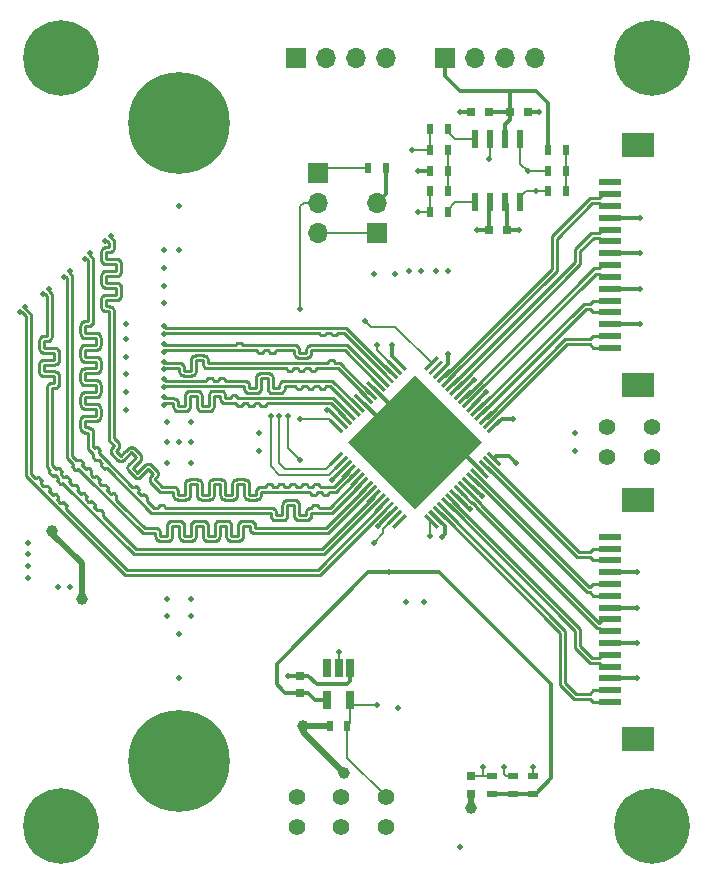
<source format=gbl>
G04 #@! TF.FileFunction,Copper,L4,Bot,Signal*
%FSLAX46Y46*%
G04 Gerber Fmt 4.6, Leading zero omitted, Abs format (unit mm)*
G04 Created by KiCad (PCBNEW 4.0.7) date 09/10/18 12:16:13*
%MOMM*%
%LPD*%
G01*
G04 APERTURE LIST*
%ADD10C,0.100000*%
%ADD11R,0.600000X1.550000*%
%ADD12C,0.300000*%
%ADD13R,0.750000X0.800000*%
%ADD14R,0.800000X0.750000*%
%ADD15C,6.400000*%
%ADD16C,0.600000*%
%ADD17C,8.600000*%
%ADD18R,1.700000X1.700000*%
%ADD19O,1.700000X1.700000*%
%ADD20R,0.500000X0.900000*%
%ADD21R,0.900000X0.500000*%
%ADD22C,1.400000*%
%ADD23R,0.650000X1.560000*%
%ADD24R,1.900000X0.600000*%
%ADD25R,2.800000X2.100000*%
%ADD26C,0.500000*%
%ADD27C,1.000000*%
%ADD28C,0.300000*%
%ADD29C,0.500000*%
%ADD30C,0.150000*%
%ADD31C,0.250000*%
G04 APERTURE END LIST*
D10*
D11*
X93905000Y-52200000D03*
X92635000Y-52200000D03*
X91365000Y-52200000D03*
X90095000Y-52200000D03*
X90095000Y-46800000D03*
X91365000Y-46800000D03*
X92635000Y-46800000D03*
X93905000Y-46800000D03*
D10*
G36*
X83196878Y-79818555D02*
X82984746Y-79606423D01*
X84045406Y-78545763D01*
X84257538Y-78757895D01*
X83196878Y-79818555D01*
X83196878Y-79818555D01*
G37*
G36*
X82843324Y-79465002D02*
X82631192Y-79252870D01*
X83691852Y-78192210D01*
X83903984Y-78404342D01*
X82843324Y-79465002D01*
X82843324Y-79465002D01*
G37*
G36*
X82489771Y-79111448D02*
X82277639Y-78899316D01*
X83338299Y-77838656D01*
X83550431Y-78050788D01*
X82489771Y-79111448D01*
X82489771Y-79111448D01*
G37*
G36*
X82136218Y-78757895D02*
X81924086Y-78545763D01*
X82984746Y-77485103D01*
X83196878Y-77697235D01*
X82136218Y-78757895D01*
X82136218Y-78757895D01*
G37*
G36*
X81782664Y-78404342D02*
X81570532Y-78192210D01*
X82631192Y-77131550D01*
X82843324Y-77343682D01*
X81782664Y-78404342D01*
X81782664Y-78404342D01*
G37*
G36*
X81429111Y-78050788D02*
X81216979Y-77838656D01*
X82277639Y-76777996D01*
X82489771Y-76990128D01*
X81429111Y-78050788D01*
X81429111Y-78050788D01*
G37*
G36*
X81075557Y-77697235D02*
X80863425Y-77485103D01*
X81924085Y-76424443D01*
X82136217Y-76636575D01*
X81075557Y-77697235D01*
X81075557Y-77697235D01*
G37*
G36*
X80722004Y-77343681D02*
X80509872Y-77131549D01*
X81570532Y-76070889D01*
X81782664Y-76283021D01*
X80722004Y-77343681D01*
X80722004Y-77343681D01*
G37*
G36*
X80368451Y-76990128D02*
X80156319Y-76777996D01*
X81216979Y-75717336D01*
X81429111Y-75929468D01*
X80368451Y-76990128D01*
X80368451Y-76990128D01*
G37*
G36*
X80014897Y-76636575D02*
X79802765Y-76424443D01*
X80863425Y-75363783D01*
X81075557Y-75575915D01*
X80014897Y-76636575D01*
X80014897Y-76636575D01*
G37*
G36*
X79661344Y-76283021D02*
X79449212Y-76070889D01*
X80509872Y-75010229D01*
X80722004Y-75222361D01*
X79661344Y-76283021D01*
X79661344Y-76283021D01*
G37*
G36*
X79307790Y-75929468D02*
X79095658Y-75717336D01*
X80156318Y-74656676D01*
X80368450Y-74868808D01*
X79307790Y-75929468D01*
X79307790Y-75929468D01*
G37*
G36*
X78954237Y-75575914D02*
X78742105Y-75363782D01*
X79802765Y-74303122D01*
X80014897Y-74515254D01*
X78954237Y-75575914D01*
X78954237Y-75575914D01*
G37*
G36*
X78600684Y-75222361D02*
X78388552Y-75010229D01*
X79449212Y-73949569D01*
X79661344Y-74161701D01*
X78600684Y-75222361D01*
X78600684Y-75222361D01*
G37*
G36*
X78247130Y-74868808D02*
X78034998Y-74656676D01*
X79095658Y-73596016D01*
X79307790Y-73808148D01*
X78247130Y-74868808D01*
X78247130Y-74868808D01*
G37*
G36*
X77893577Y-74515254D02*
X77681445Y-74303122D01*
X78742105Y-73242462D01*
X78954237Y-73454594D01*
X77893577Y-74515254D01*
X77893577Y-74515254D01*
G37*
G36*
X77681445Y-70696878D02*
X77893577Y-70484746D01*
X78954237Y-71545406D01*
X78742105Y-71757538D01*
X77681445Y-70696878D01*
X77681445Y-70696878D01*
G37*
G36*
X78034998Y-70343324D02*
X78247130Y-70131192D01*
X79307790Y-71191852D01*
X79095658Y-71403984D01*
X78034998Y-70343324D01*
X78034998Y-70343324D01*
G37*
G36*
X78388552Y-69989771D02*
X78600684Y-69777639D01*
X79661344Y-70838299D01*
X79449212Y-71050431D01*
X78388552Y-69989771D01*
X78388552Y-69989771D01*
G37*
G36*
X78742105Y-69636218D02*
X78954237Y-69424086D01*
X80014897Y-70484746D01*
X79802765Y-70696878D01*
X78742105Y-69636218D01*
X78742105Y-69636218D01*
G37*
G36*
X79095658Y-69282664D02*
X79307790Y-69070532D01*
X80368450Y-70131192D01*
X80156318Y-70343324D01*
X79095658Y-69282664D01*
X79095658Y-69282664D01*
G37*
G36*
X79449212Y-68929111D02*
X79661344Y-68716979D01*
X80722004Y-69777639D01*
X80509872Y-69989771D01*
X79449212Y-68929111D01*
X79449212Y-68929111D01*
G37*
G36*
X79802765Y-68575557D02*
X80014897Y-68363425D01*
X81075557Y-69424085D01*
X80863425Y-69636217D01*
X79802765Y-68575557D01*
X79802765Y-68575557D01*
G37*
G36*
X80156319Y-68222004D02*
X80368451Y-68009872D01*
X81429111Y-69070532D01*
X81216979Y-69282664D01*
X80156319Y-68222004D01*
X80156319Y-68222004D01*
G37*
G36*
X80509872Y-67868451D02*
X80722004Y-67656319D01*
X81782664Y-68716979D01*
X81570532Y-68929111D01*
X80509872Y-67868451D01*
X80509872Y-67868451D01*
G37*
G36*
X80863425Y-67514897D02*
X81075557Y-67302765D01*
X82136217Y-68363425D01*
X81924085Y-68575557D01*
X80863425Y-67514897D01*
X80863425Y-67514897D01*
G37*
G36*
X81216979Y-67161344D02*
X81429111Y-66949212D01*
X82489771Y-68009872D01*
X82277639Y-68222004D01*
X81216979Y-67161344D01*
X81216979Y-67161344D01*
G37*
G36*
X81570532Y-66807790D02*
X81782664Y-66595658D01*
X82843324Y-67656318D01*
X82631192Y-67868450D01*
X81570532Y-66807790D01*
X81570532Y-66807790D01*
G37*
G36*
X81924086Y-66454237D02*
X82136218Y-66242105D01*
X83196878Y-67302765D01*
X82984746Y-67514897D01*
X81924086Y-66454237D01*
X81924086Y-66454237D01*
G37*
G36*
X82277639Y-66100684D02*
X82489771Y-65888552D01*
X83550431Y-66949212D01*
X83338299Y-67161344D01*
X82277639Y-66100684D01*
X82277639Y-66100684D01*
G37*
G36*
X82631192Y-65747130D02*
X82843324Y-65534998D01*
X83903984Y-66595658D01*
X83691852Y-66807790D01*
X82631192Y-65747130D01*
X82631192Y-65747130D01*
G37*
G36*
X82984746Y-65393577D02*
X83196878Y-65181445D01*
X84257538Y-66242105D01*
X84045406Y-66454237D01*
X82984746Y-65393577D01*
X82984746Y-65393577D01*
G37*
G36*
X85954594Y-66454237D02*
X85742462Y-66242105D01*
X86803122Y-65181445D01*
X87015254Y-65393577D01*
X85954594Y-66454237D01*
X85954594Y-66454237D01*
G37*
G36*
X86308148Y-66807790D02*
X86096016Y-66595658D01*
X87156676Y-65534998D01*
X87368808Y-65747130D01*
X86308148Y-66807790D01*
X86308148Y-66807790D01*
G37*
G36*
X86661701Y-67161344D02*
X86449569Y-66949212D01*
X87510229Y-65888552D01*
X87722361Y-66100684D01*
X86661701Y-67161344D01*
X86661701Y-67161344D01*
G37*
G36*
X87015254Y-67514897D02*
X86803122Y-67302765D01*
X87863782Y-66242105D01*
X88075914Y-66454237D01*
X87015254Y-67514897D01*
X87015254Y-67514897D01*
G37*
G36*
X87368808Y-67868450D02*
X87156676Y-67656318D01*
X88217336Y-66595658D01*
X88429468Y-66807790D01*
X87368808Y-67868450D01*
X87368808Y-67868450D01*
G37*
G36*
X87722361Y-68222004D02*
X87510229Y-68009872D01*
X88570889Y-66949212D01*
X88783021Y-67161344D01*
X87722361Y-68222004D01*
X87722361Y-68222004D01*
G37*
G36*
X88075915Y-68575557D02*
X87863783Y-68363425D01*
X88924443Y-67302765D01*
X89136575Y-67514897D01*
X88075915Y-68575557D01*
X88075915Y-68575557D01*
G37*
G36*
X88429468Y-68929111D02*
X88217336Y-68716979D01*
X89277996Y-67656319D01*
X89490128Y-67868451D01*
X88429468Y-68929111D01*
X88429468Y-68929111D01*
G37*
G36*
X88783021Y-69282664D02*
X88570889Y-69070532D01*
X89631549Y-68009872D01*
X89843681Y-68222004D01*
X88783021Y-69282664D01*
X88783021Y-69282664D01*
G37*
G36*
X89136575Y-69636217D02*
X88924443Y-69424085D01*
X89985103Y-68363425D01*
X90197235Y-68575557D01*
X89136575Y-69636217D01*
X89136575Y-69636217D01*
G37*
G36*
X89490128Y-69989771D02*
X89277996Y-69777639D01*
X90338656Y-68716979D01*
X90550788Y-68929111D01*
X89490128Y-69989771D01*
X89490128Y-69989771D01*
G37*
G36*
X89843682Y-70343324D02*
X89631550Y-70131192D01*
X90692210Y-69070532D01*
X90904342Y-69282664D01*
X89843682Y-70343324D01*
X89843682Y-70343324D01*
G37*
G36*
X90197235Y-70696878D02*
X89985103Y-70484746D01*
X91045763Y-69424086D01*
X91257895Y-69636218D01*
X90197235Y-70696878D01*
X90197235Y-70696878D01*
G37*
G36*
X90550788Y-71050431D02*
X90338656Y-70838299D01*
X91399316Y-69777639D01*
X91611448Y-69989771D01*
X90550788Y-71050431D01*
X90550788Y-71050431D01*
G37*
G36*
X90904342Y-71403984D02*
X90692210Y-71191852D01*
X91752870Y-70131192D01*
X91965002Y-70343324D01*
X90904342Y-71403984D01*
X90904342Y-71403984D01*
G37*
G36*
X91257895Y-71757538D02*
X91045763Y-71545406D01*
X92106423Y-70484746D01*
X92318555Y-70696878D01*
X91257895Y-71757538D01*
X91257895Y-71757538D01*
G37*
G36*
X91045763Y-73454594D02*
X91257895Y-73242462D01*
X92318555Y-74303122D01*
X92106423Y-74515254D01*
X91045763Y-73454594D01*
X91045763Y-73454594D01*
G37*
G36*
X90692210Y-73808148D02*
X90904342Y-73596016D01*
X91965002Y-74656676D01*
X91752870Y-74868808D01*
X90692210Y-73808148D01*
X90692210Y-73808148D01*
G37*
G36*
X90338656Y-74161701D02*
X90550788Y-73949569D01*
X91611448Y-75010229D01*
X91399316Y-75222361D01*
X90338656Y-74161701D01*
X90338656Y-74161701D01*
G37*
G36*
X89985103Y-74515254D02*
X90197235Y-74303122D01*
X91257895Y-75363782D01*
X91045763Y-75575914D01*
X89985103Y-74515254D01*
X89985103Y-74515254D01*
G37*
G36*
X89631550Y-74868808D02*
X89843682Y-74656676D01*
X90904342Y-75717336D01*
X90692210Y-75929468D01*
X89631550Y-74868808D01*
X89631550Y-74868808D01*
G37*
G36*
X89277996Y-75222361D02*
X89490128Y-75010229D01*
X90550788Y-76070889D01*
X90338656Y-76283021D01*
X89277996Y-75222361D01*
X89277996Y-75222361D01*
G37*
G36*
X88924443Y-75575915D02*
X89136575Y-75363783D01*
X90197235Y-76424443D01*
X89985103Y-76636575D01*
X88924443Y-75575915D01*
X88924443Y-75575915D01*
G37*
G36*
X88570889Y-75929468D02*
X88783021Y-75717336D01*
X89843681Y-76777996D01*
X89631549Y-76990128D01*
X88570889Y-75929468D01*
X88570889Y-75929468D01*
G37*
G36*
X88217336Y-76283021D02*
X88429468Y-76070889D01*
X89490128Y-77131549D01*
X89277996Y-77343681D01*
X88217336Y-76283021D01*
X88217336Y-76283021D01*
G37*
G36*
X87863783Y-76636575D02*
X88075915Y-76424443D01*
X89136575Y-77485103D01*
X88924443Y-77697235D01*
X87863783Y-76636575D01*
X87863783Y-76636575D01*
G37*
G36*
X87510229Y-76990128D02*
X87722361Y-76777996D01*
X88783021Y-77838656D01*
X88570889Y-78050788D01*
X87510229Y-76990128D01*
X87510229Y-76990128D01*
G37*
G36*
X87156676Y-77343682D02*
X87368808Y-77131550D01*
X88429468Y-78192210D01*
X88217336Y-78404342D01*
X87156676Y-77343682D01*
X87156676Y-77343682D01*
G37*
G36*
X86803122Y-77697235D02*
X87015254Y-77485103D01*
X88075914Y-78545763D01*
X87863782Y-78757895D01*
X86803122Y-77697235D01*
X86803122Y-77697235D01*
G37*
G36*
X86449569Y-78050788D02*
X86661701Y-77838656D01*
X87722361Y-78899316D01*
X87510229Y-79111448D01*
X86449569Y-78050788D01*
X86449569Y-78050788D01*
G37*
G36*
X86096016Y-78404342D02*
X86308148Y-78192210D01*
X87368808Y-79252870D01*
X87156676Y-79465002D01*
X86096016Y-78404342D01*
X86096016Y-78404342D01*
G37*
G36*
X85742462Y-78757895D02*
X85954594Y-78545763D01*
X87015254Y-79606423D01*
X86803122Y-79818555D01*
X85742462Y-78757895D01*
X85742462Y-78757895D01*
G37*
G36*
X85000000Y-66843146D02*
X90656854Y-72500000D01*
X85000000Y-78156854D01*
X79343146Y-72500000D01*
X85000000Y-66843146D01*
X85000000Y-66843146D01*
G37*
D12*
X85000000Y-77449747D03*
X85707107Y-76742641D03*
X86414214Y-76035534D03*
X87121320Y-75328427D03*
X87828427Y-74621320D03*
X88535534Y-73914214D03*
X89242641Y-73207107D03*
X89949747Y-72500000D03*
X89242641Y-71792893D03*
X88535534Y-72500000D03*
X87828427Y-73207107D03*
X87121320Y-73914214D03*
X86414214Y-74621320D03*
X85707107Y-75328427D03*
X85000000Y-76035534D03*
X84292893Y-76742641D03*
X83585786Y-76035534D03*
X82878680Y-75328427D03*
X84292893Y-75328427D03*
X83585786Y-74621320D03*
X84292893Y-73914214D03*
X85000000Y-74621320D03*
X85707107Y-73914214D03*
X85000000Y-73207107D03*
X85707107Y-72500000D03*
X86414214Y-73207107D03*
X87121320Y-72500000D03*
X86414214Y-71792893D03*
X87828427Y-71792893D03*
X87121320Y-71085786D03*
X88535534Y-71085786D03*
X87828427Y-70378680D03*
X80050253Y-72500000D03*
X80757359Y-73207107D03*
X81464466Y-73914214D03*
X82171573Y-74621320D03*
X82878680Y-73914214D03*
X82171573Y-73207107D03*
X81464466Y-72500000D03*
X80757359Y-71792893D03*
X81464466Y-71085786D03*
X82171573Y-71792893D03*
X82878680Y-72500000D03*
X83585786Y-73207107D03*
X84292893Y-72500000D03*
X83585786Y-71792893D03*
X82878680Y-71085786D03*
X82171573Y-70378680D03*
X82878680Y-69671573D03*
X83585786Y-70378680D03*
X84292893Y-71085786D03*
X85000000Y-71792893D03*
X85707107Y-71085786D03*
X85000000Y-70378680D03*
X84292893Y-69671573D03*
X83585786Y-68964466D03*
X84292893Y-68257359D03*
X85000000Y-68964466D03*
X85707107Y-69671573D03*
X86414214Y-70378680D03*
X87121320Y-69671573D03*
X86414214Y-68964466D03*
X85707107Y-68257359D03*
X85000000Y-67550253D03*
D13*
X89750000Y-100750000D03*
X89750000Y-102250000D03*
D14*
X91250000Y-54500000D03*
X92750000Y-54500000D03*
X93000000Y-44500000D03*
X94500000Y-44500000D03*
D13*
X75250000Y-93750000D03*
X75250000Y-92250000D03*
D14*
X91250000Y-44500000D03*
X89750000Y-44500000D03*
D15*
X55000000Y-40000000D03*
D16*
X57400000Y-40000000D03*
X56697056Y-41697056D03*
X55000000Y-42400000D03*
X53302944Y-41697056D03*
X52600000Y-40000000D03*
X53302944Y-38302944D03*
X55000000Y-37600000D03*
X56697056Y-38302944D03*
D15*
X55000000Y-105000000D03*
D16*
X57400000Y-105000000D03*
X56697056Y-106697056D03*
X55000000Y-107400000D03*
X53302944Y-106697056D03*
X52600000Y-105000000D03*
X53302944Y-103302944D03*
X55000000Y-102600000D03*
X56697056Y-103302944D03*
D15*
X105000000Y-105000000D03*
D16*
X107400000Y-105000000D03*
X106697056Y-106697056D03*
X105000000Y-107400000D03*
X103302944Y-106697056D03*
X102600000Y-105000000D03*
X103302944Y-103302944D03*
X105000000Y-102600000D03*
X106697056Y-103302944D03*
D15*
X105000000Y-40000000D03*
D16*
X107400000Y-40000000D03*
X106697056Y-41697056D03*
X105000000Y-42400000D03*
X103302944Y-41697056D03*
X102600000Y-40000000D03*
X103302944Y-38302944D03*
X105000000Y-37600000D03*
X106697056Y-38302944D03*
D17*
X65000000Y-99500000D03*
X65000000Y-45500000D03*
D18*
X76750000Y-49670000D03*
D19*
X76750000Y-52210000D03*
X76750000Y-54750000D03*
D18*
X81750000Y-54750000D03*
D19*
X81750000Y-52210000D03*
D18*
X87500000Y-40000000D03*
D19*
X90040000Y-40000000D03*
X92580000Y-40000000D03*
X95120000Y-40000000D03*
D18*
X74880000Y-40000000D03*
D19*
X77420000Y-40000000D03*
X79960000Y-40000000D03*
X82500000Y-40000000D03*
D20*
X87750000Y-49500000D03*
X86250000Y-49500000D03*
X97750000Y-47750000D03*
X96250000Y-47750000D03*
X87750000Y-47750000D03*
X86250000Y-47750000D03*
X87750000Y-51250000D03*
X86250000Y-51250000D03*
D21*
X91500000Y-102250000D03*
X91500000Y-100750000D03*
D20*
X86250000Y-46000000D03*
X87750000Y-46000000D03*
X87750000Y-53000000D03*
X86250000Y-53000000D03*
X82500000Y-49250000D03*
X81000000Y-49250000D03*
X97750000Y-49500000D03*
X96250000Y-49500000D03*
X97750000Y-51250000D03*
X96250000Y-51250000D03*
D21*
X95000000Y-102250000D03*
X95000000Y-100750000D03*
D20*
X77750000Y-96500000D03*
X79250000Y-96500000D03*
D21*
X93250000Y-102250000D03*
X93250000Y-100750000D03*
D22*
X105000000Y-73790000D03*
X105000000Y-71250000D03*
X101250000Y-73750000D03*
X101250000Y-71210000D03*
X78750000Y-105040000D03*
X78750000Y-102500000D03*
X82500000Y-105040000D03*
X82500000Y-102500000D03*
D23*
X77550000Y-91650000D03*
X78500000Y-91650000D03*
X79450000Y-91650000D03*
X79450000Y-94350000D03*
X77550000Y-94350000D03*
D24*
X101500000Y-50500000D03*
X101500000Y-51500000D03*
X101500000Y-52500000D03*
X101500000Y-53500000D03*
X101500000Y-55500000D03*
X101500000Y-58500000D03*
X101500000Y-54500000D03*
X101500000Y-57500000D03*
X101500000Y-61500000D03*
X101500000Y-63500000D03*
X101500000Y-64500000D03*
X101500000Y-60500000D03*
X101500000Y-62500000D03*
X101500000Y-59500000D03*
X101500000Y-56500000D03*
D25*
X103850000Y-47350000D03*
X103850000Y-67650000D03*
D24*
X101500000Y-80500000D03*
X101500000Y-81500000D03*
X101500000Y-82500000D03*
X101500000Y-83500000D03*
X101500000Y-85500000D03*
X101500000Y-88500000D03*
X101500000Y-84500000D03*
X101500000Y-87500000D03*
X101500000Y-91500000D03*
X101500000Y-93500000D03*
X101500000Y-94500000D03*
X101500000Y-90500000D03*
X101500000Y-92500000D03*
X101500000Y-89500000D03*
X101500000Y-86500000D03*
D25*
X103850000Y-77350000D03*
X103850000Y-97650000D03*
D22*
X75000000Y-105040000D03*
X75000000Y-102500000D03*
D26*
X66000000Y-87250000D03*
X64000000Y-87250000D03*
X66000000Y-72500000D03*
X83000000Y-64250000D03*
X93500000Y-74250000D03*
X91000045Y-68250045D03*
X89957062Y-67207062D03*
X87250000Y-80500000D03*
X82750000Y-83500000D03*
X77500000Y-69750000D03*
X77939295Y-75689295D03*
X81810705Y-79560705D03*
X89603508Y-78146492D03*
X90664169Y-77085831D03*
X93250000Y-70500000D03*
X87750000Y-65000000D03*
X104000000Y-53500000D03*
X104000000Y-56500000D03*
X104000000Y-59500000D03*
X104000000Y-62500000D03*
X103750000Y-92500000D03*
X103750000Y-89500000D03*
X103750000Y-83500000D03*
X103750000Y-86500000D03*
X60500000Y-62500000D03*
X60500000Y-63750000D03*
X60500000Y-65250000D03*
X60500000Y-66750000D03*
X60500000Y-68250000D03*
X60500000Y-69750000D03*
X66000000Y-85750000D03*
X64000000Y-85750000D03*
X66000000Y-70750000D03*
X64000000Y-70750000D03*
X66000000Y-74250000D03*
X64000000Y-72500000D03*
X64000000Y-74250000D03*
X65000000Y-92500000D03*
X65000000Y-88750000D03*
X65000000Y-72500000D03*
X65000000Y-52500000D03*
X65000000Y-56250000D03*
X63750000Y-56250000D03*
X63750000Y-57750000D03*
X63750000Y-59250000D03*
X63750000Y-60750000D03*
D27*
X89750000Y-103500000D03*
D26*
X85500000Y-58000000D03*
X84500000Y-58000000D03*
X52250000Y-84000000D03*
X52250000Y-83000000D03*
X52250000Y-82000000D03*
X52250000Y-81000000D03*
X88750000Y-106750000D03*
X83500000Y-95000000D03*
X74250000Y-92250000D03*
X88750000Y-44500000D03*
X95500000Y-44500000D03*
X93750000Y-54500000D03*
X83250000Y-58250000D03*
X81500000Y-58250000D03*
X71750000Y-73250000D03*
X71750000Y-71750000D03*
X98500000Y-71750000D03*
X98500000Y-73250000D03*
X85750000Y-86000000D03*
X84250000Y-86000000D03*
X81750000Y-64250000D03*
X81500000Y-81000000D03*
X90750000Y-100000000D03*
X55750000Y-84750000D03*
X54750000Y-84750000D03*
X85250000Y-49500000D03*
X90250000Y-54500000D03*
X86750000Y-58000000D03*
X87750000Y-58000000D03*
D27*
X79000000Y-100500000D03*
X54250000Y-80000000D03*
X75500000Y-96500000D03*
X56750000Y-85750000D03*
D26*
X75250000Y-70500000D03*
X75250000Y-61250000D03*
X86202082Y-80452082D03*
X95000000Y-100000000D03*
X91250000Y-48500000D03*
X92500000Y-100000000D03*
X94500000Y-49500000D03*
X95250000Y-51250000D03*
X84750000Y-47750000D03*
X72750000Y-70250000D03*
X85250000Y-53000000D03*
X73500000Y-70250000D03*
X63750000Y-62664170D03*
X63750000Y-63339170D03*
X63750000Y-64162770D03*
X63750000Y-64837770D03*
X63750000Y-65663910D03*
X63750000Y-66338910D03*
X63750000Y-67163780D03*
X63750000Y-67838780D03*
X63750000Y-68663650D03*
X63750000Y-69338650D03*
X81750000Y-94750000D03*
X59238648Y-55011352D03*
X58761352Y-55488648D03*
X57488648Y-56511352D03*
X57011352Y-56988648D03*
X55738648Y-58011352D03*
X55261352Y-58488648D03*
X53988648Y-59511352D03*
X53511352Y-59988648D03*
X51988648Y-61011352D03*
X51511352Y-61488648D03*
X75250000Y-74000000D03*
X74250000Y-70250000D03*
X80750000Y-62250000D03*
X78500000Y-90250000D03*
D28*
X83000000Y-64250000D02*
X83000000Y-65196699D01*
X83000000Y-65196699D02*
X83621142Y-65817841D01*
X92952082Y-73702082D02*
X93500000Y-74250000D01*
X91682159Y-73878858D02*
X91858935Y-73702082D01*
X91858935Y-73702082D02*
X92952082Y-73702082D01*
X89914392Y-69353375D02*
X89914392Y-69335698D01*
X89914392Y-69335698D02*
X91000045Y-68250045D01*
X88853732Y-68292715D02*
X88871409Y-68292715D01*
X88871409Y-68292715D02*
X89957062Y-67207062D01*
X96500000Y-93000000D02*
X87000000Y-83500000D01*
X87000000Y-83500000D02*
X82750000Y-83500000D01*
X96500000Y-100950000D02*
X96500000Y-93000000D01*
X87250000Y-80500000D02*
X87499999Y-80250001D01*
X87499999Y-80250001D02*
X87499999Y-79596193D01*
X87499999Y-79596193D02*
X87333452Y-79429646D01*
X87333452Y-79429646D02*
X86732412Y-78828606D01*
X73250000Y-91250000D02*
X81000000Y-83500000D01*
X81000000Y-83500000D02*
X82750000Y-83500000D01*
X73250000Y-92435998D02*
X73250000Y-91250000D01*
X73250000Y-93000000D02*
X73250000Y-92435998D01*
X73699999Y-93449999D02*
X73250000Y-93000000D01*
X74000000Y-93750000D02*
X73699999Y-93449999D01*
X75250000Y-93750000D02*
X74000000Y-93750000D01*
X95000000Y-102250000D02*
X95200000Y-102250000D01*
X95200000Y-102250000D02*
X96500000Y-100950000D01*
X75250000Y-93750000D02*
X75925000Y-93750000D01*
X75925000Y-93750000D02*
X76525000Y-94350000D01*
X76525000Y-94350000D02*
X77550000Y-94350000D01*
X93250000Y-102250000D02*
X91500000Y-102250000D01*
X95000000Y-102250000D02*
X93250000Y-102250000D01*
X83621142Y-65817841D02*
X83585787Y-65817841D01*
X78671394Y-70767588D02*
X77653806Y-69750000D01*
X77653806Y-69750000D02*
X77500000Y-69750000D01*
X79024948Y-74585965D02*
X79024948Y-74603642D01*
X79024948Y-74603642D02*
X77939295Y-75689295D01*
X82914035Y-78475052D02*
X82896358Y-78475052D01*
X82896358Y-78475052D02*
X81810705Y-79560705D01*
X89603508Y-78146492D02*
X89585832Y-78146492D01*
X89585832Y-78146492D02*
X88500179Y-77060839D01*
X89560839Y-76000179D02*
X89578517Y-76000179D01*
X89578517Y-76000179D02*
X90664169Y-77085831D01*
X88853732Y-68292715D02*
X88885551Y-68292715D01*
X89914392Y-69353375D02*
X89914392Y-69335608D01*
X93250000Y-70500000D02*
X92303301Y-70500000D01*
X92303301Y-70500000D02*
X91682159Y-71121142D01*
X87085965Y-66524948D02*
X87750000Y-65860913D01*
X87750000Y-65860913D02*
X87750000Y-65000000D01*
X101500000Y-53500000D02*
X104000000Y-53500000D01*
X101500000Y-56500000D02*
X104000000Y-56500000D01*
X101500000Y-59500000D02*
X104000000Y-59500000D01*
X101500000Y-62500000D02*
X104000000Y-62500000D01*
X101500000Y-92500000D02*
X103750000Y-92500000D01*
X101500000Y-89500000D02*
X103750000Y-89500000D01*
X101500000Y-83500000D02*
X103750000Y-83500000D01*
X101500000Y-86500000D02*
X103750000Y-86500000D01*
X95500000Y-44500000D02*
X94500000Y-44500000D01*
D29*
X89750000Y-102250000D02*
X89750000Y-103500000D01*
D28*
X82500000Y-49250000D02*
X82500000Y-51460000D01*
X82500000Y-51460000D02*
X81750000Y-52210000D01*
X75250000Y-92250000D02*
X74250000Y-92250000D01*
X79180000Y-93000000D02*
X76675000Y-93000000D01*
X76675000Y-93000000D02*
X75925000Y-92250000D01*
X75925000Y-92250000D02*
X75250000Y-92250000D01*
X79450000Y-91650000D02*
X79450000Y-92730000D01*
X79450000Y-92730000D02*
X79180000Y-93000000D01*
X89750000Y-44500000D02*
X88750000Y-44500000D01*
X92750000Y-54500000D02*
X93750000Y-54500000D01*
X92750000Y-54500000D02*
X92750000Y-52315000D01*
X92750000Y-52315000D02*
X92635000Y-52200000D01*
X81499821Y-67939161D02*
X82878680Y-69318020D01*
X82878680Y-69318020D02*
X82878680Y-69671573D01*
X80439161Y-68999821D02*
X81818020Y-70378680D01*
X81818020Y-70378680D02*
X82171573Y-70378680D01*
X90621499Y-74939518D02*
X89242641Y-73560660D01*
X89242641Y-73560660D02*
X89242641Y-73207107D01*
D30*
X83267588Y-66171394D02*
X81750000Y-64653806D01*
X81750000Y-64653806D02*
X81750000Y-64250000D01*
X91500000Y-100750000D02*
X90750000Y-100750000D01*
X90750000Y-100750000D02*
X89750000Y-100750000D01*
X90750000Y-100000000D02*
X90750000Y-100750000D01*
X81500000Y-81000000D02*
X82285706Y-80214294D01*
X82285706Y-80214294D02*
X82285706Y-79810488D01*
X82285706Y-79810488D02*
X82666548Y-79429646D01*
X82666548Y-79429646D02*
X83267588Y-78828606D01*
X89750000Y-100750000D02*
X90000000Y-100750000D01*
D28*
X85500000Y-49500000D02*
X85250000Y-49500000D01*
X86250000Y-49500000D02*
X85500000Y-49500000D01*
X91250000Y-54500000D02*
X90250000Y-54500000D01*
X91250000Y-54500000D02*
X91250000Y-52315000D01*
X91250000Y-52315000D02*
X91365000Y-52200000D01*
X93000000Y-42750000D02*
X88750000Y-42750000D01*
X88750000Y-42750000D02*
X87500000Y-41500000D01*
X95250000Y-42750000D02*
X93000000Y-42750000D01*
X93000000Y-44500000D02*
X93000000Y-42750000D01*
X93000000Y-44500000D02*
X93000000Y-45175000D01*
X93000000Y-45175000D02*
X92635000Y-45540000D01*
X92635000Y-45540000D02*
X92635000Y-45615000D01*
X93000000Y-44500000D02*
X91250000Y-44500000D01*
D29*
X79000000Y-100500000D02*
X75500000Y-97000000D01*
X75500000Y-97000000D02*
X75500000Y-96500000D01*
X56750000Y-82750000D02*
X54250000Y-80250000D01*
X54250000Y-80250000D02*
X54250000Y-80000000D01*
X56750000Y-85750000D02*
X56750000Y-82750000D01*
X75500000Y-96500000D02*
X77750000Y-96500000D01*
D28*
X96250000Y-47750000D02*
X96250000Y-43750000D01*
X96250000Y-43750000D02*
X95250000Y-42750000D01*
X87500000Y-41500000D02*
X87500000Y-40000000D01*
X92635000Y-45615000D02*
X92635000Y-46800000D01*
D30*
X81000000Y-49250000D02*
X77170000Y-49250000D01*
X77170000Y-49250000D02*
X76750000Y-49670000D01*
X75250000Y-70500000D02*
X77696699Y-70500000D01*
X77696699Y-70500000D02*
X78317841Y-71121142D01*
X75250000Y-52507919D02*
X75250000Y-61250000D01*
X76750000Y-52210000D02*
X75547919Y-52210000D01*
X75547919Y-52210000D02*
X75250000Y-52507919D01*
X76750000Y-54750000D02*
X81750000Y-54750000D01*
X86378858Y-79182159D02*
X86202082Y-79358935D01*
X86202082Y-79358935D02*
X86202082Y-80452082D01*
X95000000Y-100750000D02*
X95000000Y-100000000D01*
X91365000Y-46800000D02*
X91365000Y-48385000D01*
X91365000Y-48385000D02*
X91250000Y-48500000D01*
X92500000Y-100000000D02*
X92500000Y-100600000D01*
X92500000Y-100600000D02*
X92650000Y-100750000D01*
X92650000Y-100750000D02*
X93250000Y-100750000D01*
X94500000Y-49500000D02*
X93905000Y-48905000D01*
X93905000Y-48905000D02*
X93905000Y-46800000D01*
X96250000Y-49500000D02*
X94500000Y-49500000D01*
X96250000Y-51250000D02*
X95250000Y-51250000D01*
X95250000Y-51250000D02*
X94380000Y-51250000D01*
X94380000Y-51250000D02*
X93905000Y-51725000D01*
X93905000Y-51725000D02*
X93905000Y-52200000D01*
X86250000Y-47750000D02*
X85850000Y-47750000D01*
X85850000Y-47750000D02*
X84750000Y-47750000D01*
X73500000Y-75250000D02*
X77653806Y-75250000D01*
X77653806Y-75250000D02*
X78671394Y-74232412D01*
X72750000Y-74500000D02*
X73500000Y-75250000D01*
X72750000Y-70250000D02*
X72750000Y-74500000D01*
X86250000Y-46000000D02*
X86250000Y-46600000D01*
X86250000Y-46600000D02*
X86250000Y-47750000D01*
X85250000Y-53000000D02*
X86250000Y-53000000D01*
X73500000Y-70250000D02*
X73500000Y-74250000D01*
X73500000Y-74250000D02*
X74000000Y-74750000D01*
X77446699Y-74750000D02*
X78317841Y-73878858D01*
X74000000Y-74750000D02*
X77446699Y-74750000D01*
X86250000Y-53000000D02*
X86250000Y-51250000D01*
D31*
X79125225Y-62789171D02*
X82861002Y-66524948D01*
X82861002Y-66524948D02*
X82914035Y-66524948D01*
X63750000Y-62664170D02*
X63875001Y-62789171D01*
X63875001Y-62789171D02*
X79125225Y-62789171D01*
X78392836Y-63341974D02*
X78385105Y-63364071D01*
X76836275Y-63224522D02*
X76814178Y-63216791D01*
X82560482Y-66878501D02*
X82560482Y-66825468D01*
X82560482Y-66825468D02*
X78949183Y-63214169D01*
X77398079Y-63295449D02*
X77392836Y-63341974D01*
X77314178Y-63420632D02*
X77290916Y-63423253D01*
X78398079Y-63295449D02*
X78392836Y-63341974D01*
X78949183Y-63214169D02*
X78500000Y-63214169D01*
X78385105Y-63364071D02*
X78372650Y-63383892D01*
X78356096Y-63400446D02*
X78336275Y-63412901D01*
X77385105Y-63364071D02*
X77372650Y-63383892D01*
X63875001Y-63214169D02*
X63750000Y-63339170D01*
X78476737Y-63216791D02*
X78454640Y-63224522D01*
X78500000Y-63214169D02*
X78476737Y-63216791D01*
X78434819Y-63236977D02*
X78418265Y-63253531D01*
X78454640Y-63224522D02*
X78434819Y-63236977D01*
X77905810Y-63364071D02*
X77898079Y-63341974D01*
X78418265Y-63253531D02*
X78405810Y-63273352D01*
X76905810Y-63364071D02*
X76898079Y-63341974D01*
X78372650Y-63383892D02*
X78356096Y-63400446D01*
X77454640Y-63224522D02*
X77434819Y-63236977D01*
X77954640Y-63412901D02*
X77934819Y-63400446D01*
X78405810Y-63273352D02*
X78398079Y-63295449D01*
X77856096Y-63236977D02*
X77836275Y-63224522D01*
X78336275Y-63412901D02*
X78314178Y-63420632D01*
X77918265Y-63383892D02*
X77905810Y-63364071D01*
X78314178Y-63420632D02*
X78290916Y-63423253D01*
X76872650Y-63253531D02*
X76856096Y-63236977D01*
X78290916Y-63423253D02*
X78000000Y-63423253D01*
X76918265Y-63383892D02*
X76905810Y-63364071D01*
X78000000Y-63423253D02*
X77976737Y-63420632D01*
X76898079Y-63341974D02*
X76892836Y-63295449D01*
X77892836Y-63295449D02*
X77885105Y-63273352D01*
X77976737Y-63420632D02*
X77954640Y-63412901D01*
X77836275Y-63224522D02*
X77814178Y-63216791D01*
X77290916Y-63423253D02*
X77000000Y-63423253D01*
X76790916Y-63214169D02*
X63875001Y-63214169D01*
X77934819Y-63400446D02*
X77918265Y-63383892D01*
X77898079Y-63341974D02*
X77892836Y-63295449D01*
X76934819Y-63400446D02*
X76918265Y-63383892D01*
X77814178Y-63216791D02*
X77790916Y-63214169D01*
X77790916Y-63214169D02*
X77500000Y-63214169D01*
X77885105Y-63273352D02*
X77872650Y-63253531D01*
X77872650Y-63253531D02*
X77856096Y-63236977D01*
X77500000Y-63214169D02*
X77476737Y-63216791D01*
X77476737Y-63216791D02*
X77454640Y-63224522D01*
X77434819Y-63236977D02*
X77418265Y-63253531D01*
X76892836Y-63295449D02*
X76885105Y-63273352D01*
X77418265Y-63253531D02*
X77405810Y-63273352D01*
X77405810Y-63273352D02*
X77398079Y-63295449D01*
X77392836Y-63341974D02*
X77385105Y-63364071D01*
X76856096Y-63236977D02*
X76836275Y-63224522D01*
X77372650Y-63383892D02*
X77356096Y-63400446D01*
X77356096Y-63400446D02*
X77336275Y-63412901D01*
X76976737Y-63420632D02*
X76954640Y-63412901D01*
X77336275Y-63412901D02*
X77314178Y-63420632D01*
X77000000Y-63423253D02*
X76976737Y-63420632D01*
X76814178Y-63216791D02*
X76790916Y-63214169D01*
X76954640Y-63412901D02*
X76934819Y-63400446D01*
X76885105Y-63273352D02*
X76872650Y-63253531D01*
X69790604Y-64278504D02*
X69808348Y-64267354D01*
X75900769Y-64375134D02*
X75976695Y-64327427D01*
X70396563Y-64278504D02*
X70416343Y-64285425D01*
X70334316Y-64153583D02*
X70341237Y-64173363D01*
X63750000Y-64162770D02*
X63875001Y-64287771D01*
X69916343Y-64102950D02*
X69937168Y-64100603D01*
X74863664Y-64297810D02*
X74948302Y-64327427D01*
X74774557Y-64287771D02*
X74863664Y-64297810D01*
X63875001Y-64287771D02*
X69750000Y-64287771D01*
X69750000Y-64287771D02*
X69770824Y-64285425D01*
X75164958Y-64599104D02*
X75174998Y-64688211D01*
X69770824Y-64285425D02*
X69790604Y-64278504D01*
X69808348Y-64267354D02*
X69823166Y-64252536D01*
X75135341Y-64514466D02*
X75164958Y-64599104D01*
X76150440Y-64287771D02*
X79209612Y-64287771D01*
X69845930Y-64173363D02*
X69852851Y-64153583D01*
X75174998Y-64688211D02*
X75174998Y-64925268D01*
X70341237Y-64173363D02*
X70345930Y-64215012D01*
X69823166Y-64252536D02*
X69834316Y-64234792D01*
X69834316Y-64234792D02*
X69841237Y-64215012D01*
X69841237Y-64215012D02*
X69845930Y-64173363D01*
X69852851Y-64153583D02*
X69864001Y-64135839D01*
X70250000Y-64100603D02*
X70270824Y-64102950D01*
X69896563Y-64109871D02*
X69916343Y-64102950D01*
X70270824Y-64102950D02*
X70290604Y-64109871D01*
X69864001Y-64135839D02*
X69878819Y-64121021D01*
X75750000Y-64925268D02*
X75750000Y-64688211D01*
X69878819Y-64121021D02*
X69896563Y-64109871D01*
X70352851Y-64234792D02*
X70364001Y-64252536D01*
X69937168Y-64100603D02*
X70250000Y-64100603D01*
X70290604Y-64109871D02*
X70308348Y-64121021D01*
X75024228Y-64375134D02*
X75087634Y-64438540D01*
X76061333Y-64297810D02*
X76150440Y-64287771D01*
X70345930Y-64215012D02*
X70352851Y-64234792D01*
X70308348Y-64121021D02*
X70323166Y-64135839D01*
X70323166Y-64135839D02*
X70334316Y-64153583D01*
X70364001Y-64252536D02*
X70378819Y-64267354D01*
X70378819Y-64267354D02*
X70396563Y-64278504D01*
X75976695Y-64327427D02*
X76061333Y-64297810D01*
X70416343Y-64285425D02*
X70437168Y-64287771D01*
X75174998Y-64925268D02*
X75750000Y-64925268D01*
X70437168Y-64287771D02*
X74774557Y-64287771D01*
X74948302Y-64327427D02*
X75024228Y-64375134D01*
X75087634Y-64438540D02*
X75135341Y-64514466D01*
X75750000Y-64688211D02*
X75760039Y-64599104D01*
X75760039Y-64599104D02*
X75789656Y-64514466D01*
X75789656Y-64514466D02*
X75837363Y-64438540D01*
X75837363Y-64438540D02*
X75900769Y-64375134D01*
X79209612Y-64287771D02*
X82153895Y-67232054D01*
X82153895Y-67232054D02*
X82206928Y-67232054D01*
X81853375Y-67585608D02*
X81853375Y-67532574D01*
X73135119Y-64804384D02*
X73129210Y-64856825D01*
X72143834Y-64779478D02*
X72135119Y-64804384D01*
X72587798Y-64738477D02*
X72565456Y-64724439D01*
X76087634Y-65199496D02*
X76024228Y-65262902D01*
X81853375Y-67532574D02*
X79033570Y-64712769D01*
X71676531Y-64922732D02*
X71657872Y-64904073D01*
X79033570Y-64712769D02*
X76174998Y-64712769D01*
X72565456Y-64724439D02*
X72540550Y-64715724D01*
X75150440Y-65350266D02*
X75061333Y-65340226D01*
X72223779Y-64715724D02*
X72198873Y-64724439D01*
X76174998Y-64949825D02*
X76164958Y-65038932D01*
X76174998Y-64712769D02*
X76174998Y-64949825D01*
X76164958Y-65038932D02*
X76135341Y-65123570D01*
X72087798Y-64922732D02*
X72065456Y-64936770D01*
X76135341Y-65123570D02*
X76087634Y-65199496D01*
X63875001Y-64712769D02*
X63750000Y-64837770D01*
X76024228Y-65262902D02*
X75948302Y-65310609D01*
X75948302Y-65310609D02*
X75863664Y-65340226D01*
X75061333Y-65340226D02*
X74976695Y-65310609D01*
X72750000Y-64948439D02*
X72723779Y-64945485D01*
X75863664Y-65340226D02*
X75774557Y-65350266D01*
X75774557Y-65350266D02*
X75150440Y-65350266D01*
X73223779Y-64715724D02*
X73198873Y-64724439D01*
X74976695Y-65310609D02*
X74900769Y-65262902D01*
X73040550Y-64945485D02*
X73014330Y-64948439D01*
X74750000Y-64712769D02*
X73250000Y-64712769D01*
X74900769Y-65262902D02*
X74837363Y-65199496D01*
X72629210Y-64804384D02*
X72620495Y-64779478D01*
X74837363Y-65199496D02*
X74789656Y-65123570D01*
X74789656Y-65123570D02*
X74760039Y-65038932D01*
X74760039Y-65038932D02*
X74750000Y-64949825D01*
X73176531Y-64738477D02*
X73157872Y-64757136D01*
X71698873Y-64936770D02*
X71676531Y-64922732D01*
X72514330Y-64712769D02*
X72250000Y-64712769D01*
X74750000Y-64949825D02*
X74750000Y-64712769D01*
X73198873Y-64724439D02*
X73176531Y-64738477D01*
X72129210Y-64856825D02*
X72120495Y-64881731D01*
X73250000Y-64712769D02*
X73223779Y-64715724D01*
X73157872Y-64757136D02*
X73143834Y-64779478D01*
X72635119Y-64856825D02*
X72629210Y-64804384D01*
X73143834Y-64779478D02*
X73135119Y-64804384D01*
X73129210Y-64856825D02*
X73120495Y-64881731D01*
X72606457Y-64757136D02*
X72587798Y-64738477D01*
X73120495Y-64881731D02*
X73106457Y-64904073D01*
X73106457Y-64904073D02*
X73087798Y-64922732D01*
X73087798Y-64922732D02*
X73065456Y-64936770D01*
X73065456Y-64936770D02*
X73040550Y-64945485D01*
X73014330Y-64948439D02*
X72750000Y-64948439D01*
X71723779Y-64945485D02*
X71698873Y-64936770D01*
X72723779Y-64945485D02*
X72698873Y-64936770D01*
X71540550Y-64715724D02*
X71514330Y-64712769D01*
X72698873Y-64936770D02*
X72676531Y-64922732D01*
X72676531Y-64922732D02*
X72657872Y-64904073D01*
X72657872Y-64904073D02*
X72643834Y-64881731D01*
X72198873Y-64724439D02*
X72176531Y-64738477D01*
X72157872Y-64757136D02*
X72143834Y-64779478D01*
X72643834Y-64881731D02*
X72635119Y-64856825D01*
X72620495Y-64779478D02*
X72606457Y-64757136D01*
X72540550Y-64715724D02*
X72514330Y-64712769D01*
X72250000Y-64712769D02*
X72223779Y-64715724D01*
X72176531Y-64738477D02*
X72157872Y-64757136D01*
X72135119Y-64804384D02*
X72129210Y-64856825D01*
X72120495Y-64881731D02*
X72106457Y-64904073D01*
X72106457Y-64904073D02*
X72087798Y-64922732D01*
X72065456Y-64936770D02*
X72040550Y-64945485D01*
X72040550Y-64945485D02*
X72014330Y-64948439D01*
X72014330Y-64948439D02*
X71750000Y-64948439D01*
X71750000Y-64948439D02*
X71723779Y-64945485D01*
X71657872Y-64904073D02*
X71643834Y-64881731D01*
X71643834Y-64881731D02*
X71635119Y-64856825D01*
X71635119Y-64856825D02*
X71629210Y-64804384D01*
X71565456Y-64724439D02*
X71540550Y-64715724D01*
X71629210Y-64804384D02*
X71620495Y-64779478D01*
X71620495Y-64779478D02*
X71606457Y-64757136D01*
X71606457Y-64757136D02*
X71587798Y-64738477D01*
X71587798Y-64738477D02*
X71565456Y-64724439D01*
X71514330Y-64712769D02*
X63875001Y-64712769D01*
X81146268Y-68292715D02*
X81093235Y-68292715D01*
X78222184Y-65785776D02*
X78195764Y-65776532D01*
X78137378Y-65718146D02*
X78128134Y-65691726D01*
X78121865Y-65636095D02*
X78112621Y-65609675D01*
X81093235Y-68292715D02*
X78589431Y-65788911D01*
X66087363Y-65302184D02*
X66039656Y-65378110D01*
X65414958Y-66100244D02*
X65385341Y-66015606D01*
X77500000Y-65788911D02*
X67424998Y-65788911D01*
X78054235Y-65551289D02*
X78027815Y-65542045D01*
X78152271Y-65741847D02*
X78137378Y-65718146D01*
X78589431Y-65788911D02*
X78250000Y-65788911D01*
X78250000Y-65788911D02*
X78222184Y-65785776D01*
X78195764Y-65776532D02*
X78172063Y-65761639D01*
X77554235Y-65776532D02*
X77527815Y-65785776D01*
X65274228Y-65876274D02*
X65198302Y-65828567D01*
X78172063Y-65761639D02*
X78152271Y-65741847D01*
X78128134Y-65691726D02*
X78121865Y-65636095D01*
X77672063Y-65566182D02*
X77652271Y-65585974D01*
X78112621Y-65609675D02*
X78097728Y-65585974D01*
X67274228Y-65238778D02*
X67198302Y-65191071D01*
X78097728Y-65585974D02*
X78077936Y-65566182D01*
X65113664Y-65798950D02*
X65024557Y-65788911D01*
X78077936Y-65566182D02*
X78054235Y-65551289D01*
X78000000Y-65538911D02*
X77750000Y-65538911D01*
X78027815Y-65542045D02*
X78000000Y-65538911D01*
X66400440Y-65151414D02*
X66311333Y-65161454D01*
X77750000Y-65538911D02*
X77722184Y-65542045D01*
X77722184Y-65542045D02*
X77695764Y-65551289D01*
X67198302Y-65191071D02*
X67113664Y-65161454D01*
X77527815Y-65785776D02*
X77500000Y-65788911D01*
X65337634Y-65939680D02*
X65274228Y-65876274D01*
X77695764Y-65551289D02*
X77672063Y-65566182D01*
X63875001Y-65788911D02*
X63750000Y-65663910D01*
X67424998Y-65788911D02*
X67424998Y-65551855D01*
X77652271Y-65585974D02*
X77637378Y-65609675D01*
X77637378Y-65609675D02*
X77628134Y-65636095D01*
X66150769Y-65238778D02*
X66087363Y-65302184D01*
X77628134Y-65636095D02*
X77621865Y-65691726D01*
X77621865Y-65691726D02*
X77612621Y-65718146D01*
X67024557Y-65151414D02*
X66400440Y-65151414D01*
X77612621Y-65718146D02*
X77597728Y-65741847D01*
X77597728Y-65741847D02*
X77577936Y-65761639D01*
X77577936Y-65761639D02*
X77554235Y-65776532D01*
X67424998Y-65551855D02*
X67414958Y-65462748D01*
X67414958Y-65462748D02*
X67385341Y-65378110D01*
X67385341Y-65378110D02*
X67337634Y-65302184D01*
X67337634Y-65302184D02*
X67274228Y-65238778D01*
X67113664Y-65161454D02*
X67024557Y-65151414D01*
X66311333Y-65161454D02*
X66226695Y-65191071D01*
X66226695Y-65191071D02*
X66150769Y-65238778D01*
X66039656Y-65378110D02*
X66010039Y-65462748D01*
X66010039Y-65462748D02*
X66000000Y-65551855D01*
X66000000Y-65551855D02*
X66000000Y-66426408D01*
X66000000Y-66426408D02*
X65424998Y-66426408D01*
X65424998Y-66426408D02*
X65424998Y-66189351D01*
X65424998Y-66189351D02*
X65414958Y-66100244D01*
X65385341Y-66015606D02*
X65337634Y-65939680D01*
X65198302Y-65828567D02*
X65113664Y-65798950D01*
X65024557Y-65788911D02*
X63875001Y-65788911D01*
X63750000Y-66338910D02*
X63875001Y-66213909D01*
X75169694Y-66419887D02*
X75192596Y-66427901D01*
X76216708Y-66430618D02*
X76500000Y-66430618D01*
X67000000Y-65813469D02*
X67010039Y-65902576D01*
X76149150Y-66406978D02*
X76169694Y-66419887D01*
X75024111Y-66216625D02*
X75047013Y-66224639D01*
X65311333Y-66841366D02*
X65400440Y-66851406D01*
X74547013Y-66419887D02*
X74567557Y-66406978D01*
X74097623Y-66275249D02*
X74105637Y-66298151D01*
X63875001Y-66213909D02*
X65000000Y-66213909D01*
X65000000Y-66213909D02*
X65000000Y-66450965D01*
X75097623Y-66275249D02*
X75105637Y-66298151D01*
X74611070Y-66298151D02*
X74619084Y-66275249D01*
X74216708Y-66430618D02*
X74500000Y-66430618D01*
X65010039Y-66540072D02*
X65039656Y-66624710D01*
X75131993Y-66389821D02*
X75149150Y-66406978D01*
X65000000Y-66450965D02*
X65010039Y-66540072D01*
X66337634Y-66700636D02*
X66385341Y-66624710D01*
X66414958Y-66540072D02*
X66424998Y-66450965D01*
X65039656Y-66624710D02*
X65087363Y-66700636D01*
X67039656Y-65987214D02*
X67087363Y-66063140D01*
X74024111Y-66216625D02*
X74047013Y-66224639D01*
X65087363Y-66700636D02*
X65150769Y-66764042D01*
X76611070Y-66298151D02*
X76619084Y-66275249D01*
X66113664Y-66841366D02*
X66198302Y-66811749D01*
X65150769Y-66764042D02*
X65226695Y-66811749D01*
X76105637Y-66298151D02*
X76111070Y-66346375D01*
X65226695Y-66811749D02*
X65311333Y-66841366D01*
X75119084Y-66369277D02*
X75131993Y-66389821D01*
X75631993Y-66254705D02*
X75649150Y-66237548D01*
X67400440Y-66213909D02*
X74000000Y-66213909D01*
X74567557Y-66406978D02*
X74584714Y-66389821D01*
X66274228Y-66764042D02*
X66337634Y-66700636D01*
X75669694Y-66224639D02*
X75692596Y-66216625D01*
X74149150Y-66406978D02*
X74169694Y-66419887D01*
X76169694Y-66419887D02*
X76192596Y-66427901D01*
X74111070Y-66346375D02*
X74119084Y-66369277D01*
X65400440Y-66851406D02*
X66024557Y-66851406D01*
X66024557Y-66851406D02*
X66113664Y-66841366D01*
X66198302Y-66811749D02*
X66274228Y-66764042D01*
X66385341Y-66624710D02*
X66414958Y-66540072D01*
X74631993Y-66254705D02*
X74649150Y-66237548D01*
X74597623Y-66369277D02*
X74605637Y-66346375D01*
X76024111Y-66216625D02*
X76047013Y-66224639D01*
X74649150Y-66237548D02*
X74669694Y-66224639D01*
X67010039Y-65902576D02*
X67039656Y-65987214D01*
X75500000Y-66430618D02*
X75524111Y-66427901D01*
X66424998Y-66450965D02*
X66424998Y-65576412D01*
X75192596Y-66427901D02*
X75216708Y-66430618D01*
X74192596Y-66427901D02*
X74216708Y-66430618D01*
X66424998Y-65576412D02*
X67000000Y-65576412D01*
X67000000Y-65576412D02*
X67000000Y-65813469D01*
X67087363Y-66063140D02*
X67150769Y-66126546D01*
X67150769Y-66126546D02*
X67226695Y-66174253D01*
X67226695Y-66174253D02*
X67311333Y-66203870D01*
X76605637Y-66346375D02*
X76611070Y-66298151D01*
X76649150Y-66237548D02*
X76669694Y-66224639D01*
X74692596Y-66216625D02*
X74716708Y-66213909D01*
X75567557Y-66406978D02*
X75584714Y-66389821D01*
X74000000Y-66213909D02*
X74024111Y-66216625D01*
X76000000Y-66213909D02*
X76024111Y-66216625D01*
X67311333Y-66203870D02*
X67400440Y-66213909D01*
X74047013Y-66224639D02*
X74067557Y-66237548D01*
X74067557Y-66237548D02*
X74084714Y-66254705D01*
X74084714Y-66254705D02*
X74097623Y-66275249D01*
X75605637Y-66346375D02*
X75611070Y-66298151D01*
X75000000Y-66213909D02*
X75024111Y-66216625D01*
X74105637Y-66298151D02*
X74111070Y-66346375D01*
X74119084Y-66369277D02*
X74131993Y-66389821D01*
X75111070Y-66346375D02*
X75119084Y-66369277D01*
X76716708Y-66213909D02*
X78413389Y-66213909D01*
X74131993Y-66389821D02*
X74149150Y-66406978D01*
X76597623Y-66369277D02*
X76605637Y-66346375D01*
X74169694Y-66419887D02*
X74192596Y-66427901D01*
X75524111Y-66427901D02*
X75547013Y-66419887D01*
X76119084Y-66369277D02*
X76131993Y-66389821D01*
X76524111Y-66427901D02*
X76547013Y-66419887D01*
X74500000Y-66430618D02*
X74524111Y-66427901D01*
X74524111Y-66427901D02*
X74547013Y-66419887D01*
X74584714Y-66389821D02*
X74597623Y-66369277D01*
X74605637Y-66346375D02*
X74611070Y-66298151D01*
X74619084Y-66275249D02*
X74631993Y-66254705D01*
X74669694Y-66224639D02*
X74692596Y-66216625D01*
X75584714Y-66389821D02*
X75597623Y-66369277D01*
X75067557Y-66237548D02*
X75084714Y-66254705D01*
X74716708Y-66213909D02*
X75000000Y-66213909D01*
X76192596Y-66427901D02*
X76216708Y-66430618D01*
X75105637Y-66298151D02*
X75111070Y-66346375D01*
X75047013Y-66224639D02*
X75067557Y-66237548D01*
X78413389Y-66213909D02*
X80792715Y-68593235D01*
X75084714Y-66254705D02*
X75097623Y-66275249D01*
X75619084Y-66275249D02*
X75631993Y-66254705D01*
X75149150Y-66406978D02*
X75169694Y-66419887D01*
X75216708Y-66430618D02*
X75500000Y-66430618D01*
X76131993Y-66389821D02*
X76149150Y-66406978D01*
X75547013Y-66419887D02*
X75567557Y-66406978D01*
X75597623Y-66369277D02*
X75605637Y-66346375D01*
X75611070Y-66298151D02*
X75619084Y-66275249D01*
X80792715Y-68593235D02*
X80792715Y-68646268D01*
X75649150Y-66237548D02*
X75669694Y-66224639D01*
X75692596Y-66216625D02*
X75716708Y-66213909D01*
X76584714Y-66389821D02*
X76597623Y-66369277D01*
X75716708Y-66213909D02*
X76000000Y-66213909D01*
X76047013Y-66224639D02*
X76067557Y-66237548D01*
X76067557Y-66237548D02*
X76084714Y-66254705D01*
X76084714Y-66254705D02*
X76097623Y-66275249D01*
X76097623Y-66275249D02*
X76105637Y-66298151D01*
X76111070Y-66346375D02*
X76119084Y-66369277D01*
X76692596Y-66216625D02*
X76716708Y-66213909D01*
X76500000Y-66430618D02*
X76524111Y-66427901D01*
X76547013Y-66419887D02*
X76567557Y-66406978D01*
X76567557Y-66406978D02*
X76584714Y-66389821D01*
X76619084Y-66275249D02*
X76631993Y-66254705D01*
X76631993Y-66254705D02*
X76649150Y-66237548D01*
X76669694Y-66224639D02*
X76692596Y-66216625D01*
X63750000Y-67163780D02*
X63875001Y-67288781D01*
X68944015Y-67286045D02*
X68968304Y-67288781D01*
X72914958Y-66962618D02*
X72924998Y-67051725D01*
X67382965Y-67111573D02*
X67400248Y-67094290D01*
X70613664Y-67298820D02*
X70698302Y-67328437D01*
X68818055Y-67094290D02*
X68835338Y-67111573D01*
X68420944Y-67081286D02*
X68444015Y-67073213D01*
X63875001Y-67288781D02*
X67250000Y-67288781D01*
X70914958Y-67600114D02*
X70924998Y-67689221D01*
X67900248Y-67264968D02*
X67920944Y-67277972D01*
X67250000Y-67288781D02*
X67274288Y-67286045D01*
X72524557Y-66651284D02*
X72613664Y-66661324D01*
X67297359Y-67277972D02*
X67318055Y-67264968D01*
X68797359Y-67081286D02*
X68818055Y-67094290D01*
X71510039Y-66962618D02*
X71539656Y-66877980D01*
X67420944Y-67081286D02*
X67444015Y-67073213D01*
X68361888Y-67155340D02*
X68369961Y-67132269D01*
X67335338Y-67247685D02*
X67348342Y-67226989D01*
X67274288Y-67286045D02*
X67297359Y-67277972D01*
X67318055Y-67264968D02*
X67335338Y-67247685D01*
X67400248Y-67094290D02*
X67420944Y-67081286D01*
X67348342Y-67226989D02*
X67356415Y-67203918D01*
X67468304Y-67070476D02*
X67750000Y-67070476D01*
X67835338Y-67111573D02*
X67848342Y-67132269D01*
X77967980Y-67288781D02*
X80032574Y-69353375D01*
X67356415Y-67203918D02*
X67361888Y-67155340D01*
X67444015Y-67073213D02*
X67468304Y-67070476D01*
X67361888Y-67155340D02*
X67369961Y-67132269D01*
X70524557Y-67288781D02*
X70613664Y-67298820D01*
X68348342Y-67226989D02*
X68356415Y-67203918D01*
X68250000Y-67288781D02*
X68274288Y-67286045D01*
X67369961Y-67132269D02*
X67382965Y-67111573D01*
X68468304Y-67070476D02*
X68750000Y-67070476D01*
X67750000Y-67070476D02*
X67774288Y-67073213D01*
X67856415Y-67155340D02*
X67861888Y-67203918D01*
X68848342Y-67132269D02*
X68856415Y-67155340D01*
X67774288Y-67073213D02*
X67797359Y-67081286D01*
X67968304Y-67288781D02*
X68250000Y-67288781D01*
X67797359Y-67081286D02*
X67818055Y-67094290D01*
X68318055Y-67264968D02*
X68335338Y-67247685D01*
X67861888Y-67203918D02*
X67869961Y-67226989D01*
X67818055Y-67094290D02*
X67835338Y-67111573D01*
X68900248Y-67264968D02*
X68920944Y-67277972D01*
X67848342Y-67132269D02*
X67856415Y-67155340D01*
X70698302Y-67328437D02*
X70774228Y-67376144D01*
X67869961Y-67226989D02*
X67882965Y-67247685D01*
X73900440Y-67288781D02*
X77967980Y-67288781D01*
X67882965Y-67247685D02*
X67900248Y-67264968D01*
X67920944Y-67277972D02*
X67944015Y-67286045D01*
X70924998Y-67926278D02*
X71500000Y-67926278D01*
X67944015Y-67286045D02*
X67968304Y-67288781D01*
X68274288Y-67286045D02*
X68297359Y-67277972D01*
X68297359Y-67277972D02*
X68318055Y-67264968D01*
X71811333Y-66661324D02*
X71900440Y-66651284D01*
X68335338Y-67247685D02*
X68348342Y-67226989D01*
X68356415Y-67203918D02*
X68361888Y-67155340D01*
X68369961Y-67132269D02*
X68382965Y-67111573D01*
X72837634Y-66802054D02*
X72885341Y-66877980D01*
X68382965Y-67111573D02*
X68400248Y-67094290D01*
X71900440Y-66651284D02*
X72524557Y-66651284D01*
X68400248Y-67094290D02*
X68420944Y-67081286D01*
X70885341Y-67515476D02*
X70914958Y-67600114D01*
X68444015Y-67073213D02*
X68468304Y-67070476D01*
X68920944Y-67277972D02*
X68944015Y-67286045D01*
X68750000Y-67070476D02*
X68774288Y-67073213D01*
X68774288Y-67073213D02*
X68797359Y-67081286D01*
X68835338Y-67111573D02*
X68848342Y-67132269D01*
X68856415Y-67155340D02*
X68861888Y-67203918D01*
X73510039Y-67600114D02*
X73539656Y-67515476D01*
X68861888Y-67203918D02*
X68869961Y-67226989D01*
X68869961Y-67226989D02*
X68882965Y-67247685D01*
X71500000Y-67051725D02*
X71510039Y-66962618D01*
X70837634Y-67439550D02*
X70885341Y-67515476D01*
X71726695Y-66690941D02*
X71811333Y-66661324D01*
X68882965Y-67247685D02*
X68900248Y-67264968D01*
X68968304Y-67288781D02*
X70524557Y-67288781D01*
X70774228Y-67376144D02*
X70837634Y-67439550D01*
X70924998Y-67689221D02*
X70924998Y-67926278D01*
X71500000Y-67926278D02*
X71500000Y-67051725D01*
X71539656Y-66877980D02*
X71587363Y-66802054D01*
X71587363Y-66802054D02*
X71650769Y-66738648D01*
X71650769Y-66738648D02*
X71726695Y-66690941D01*
X72613664Y-66661324D02*
X72698302Y-66690941D01*
X72774228Y-66738648D02*
X72837634Y-66802054D01*
X73500000Y-67926278D02*
X73500000Y-67689221D01*
X72698302Y-66690941D02*
X72774228Y-66738648D01*
X72885341Y-66877980D02*
X72914958Y-66962618D01*
X72924998Y-67051725D02*
X72924998Y-67926278D01*
X72924998Y-67926278D02*
X73500000Y-67926278D01*
X73500000Y-67689221D02*
X73510039Y-67600114D01*
X73539656Y-67515476D02*
X73587363Y-67439550D01*
X73587363Y-67439550D02*
X73650769Y-67376144D01*
X73650769Y-67376144D02*
X73726695Y-67328437D01*
X73726695Y-67328437D02*
X73811333Y-67298820D01*
X73811333Y-67298820D02*
X73900440Y-67288781D01*
X80032574Y-69353375D02*
X80085608Y-69353375D01*
X79732054Y-69706928D02*
X79732054Y-69653895D01*
X76973268Y-67951029D02*
X76947877Y-67942144D01*
X76353661Y-67908810D02*
X76334639Y-67927832D01*
X77286471Y-67951029D02*
X77259740Y-67954040D01*
X75925100Y-67927832D02*
X75906078Y-67908810D01*
X70900440Y-68351276D02*
X70811333Y-68341236D01*
X77376858Y-67860642D02*
X77367973Y-67886033D01*
X79732054Y-69653895D02*
X77791938Y-67713779D01*
X70500000Y-67950835D02*
X70500000Y-67713779D01*
X75947877Y-67942144D02*
X75925100Y-67927832D01*
X72539656Y-68124580D02*
X72510039Y-68039942D01*
X70650769Y-68263912D02*
X70587363Y-68200506D01*
X77473268Y-67716791D02*
X77447877Y-67725676D01*
X74906078Y-67908810D02*
X74891766Y-67886033D01*
X76925100Y-67927832D02*
X76906078Y-67908810D01*
X77791938Y-67713779D02*
X77500000Y-67713779D01*
X74973268Y-67951029D02*
X74947877Y-67942144D01*
X71698302Y-68311619D02*
X71613664Y-68341236D01*
X77500000Y-67713779D02*
X77473268Y-67716791D01*
X73524557Y-68351276D02*
X72900440Y-68351276D01*
X71885341Y-68124580D02*
X71837634Y-68200506D01*
X75973268Y-67951029D02*
X75947877Y-67942144D01*
X77311862Y-67942144D02*
X77286471Y-67951029D01*
X70510039Y-68039942D02*
X70500000Y-67950835D01*
X76286471Y-67951029D02*
X76259740Y-67954040D01*
X77447877Y-67725676D02*
X77425100Y-67739988D01*
X77425100Y-67739988D02*
X77406078Y-67759010D01*
X75473268Y-67716791D02*
X75447877Y-67725676D01*
X75834639Y-67739988D02*
X75811862Y-67725676D01*
X77406078Y-67759010D02*
X77391766Y-67781787D01*
X77391766Y-67781787D02*
X77382881Y-67807178D01*
X74867973Y-67781787D02*
X74853661Y-67759010D01*
X77382881Y-67807178D02*
X77376858Y-67860642D01*
X76853661Y-67759010D02*
X76834639Y-67739988D01*
X71924998Y-67076282D02*
X71924998Y-67950835D01*
X75500000Y-67713779D02*
X75473268Y-67716791D01*
X77367973Y-67886033D02*
X77353661Y-67908810D01*
X70811333Y-68341236D02*
X70726695Y-68311619D01*
X77353661Y-67908810D02*
X77334639Y-67927832D01*
X77334639Y-67927832D02*
X77311862Y-67942144D01*
X77259740Y-67954040D02*
X77000000Y-67954040D01*
X75811862Y-67725676D02*
X75786471Y-67716791D01*
X74925100Y-67927832D02*
X74906078Y-67908810D01*
X76891766Y-67886033D02*
X76882881Y-67860642D01*
X72500000Y-67950835D02*
X72500000Y-67076282D01*
X75447877Y-67725676D02*
X75425100Y-67739988D01*
X75759740Y-67713779D02*
X75500000Y-67713779D01*
X77000000Y-67954040D02*
X76973268Y-67951029D01*
X70587363Y-68200506D02*
X70539656Y-68124580D01*
X76947877Y-67942144D02*
X76925100Y-67927832D01*
X76906078Y-67908810D02*
X76891766Y-67886033D01*
X76882881Y-67860642D02*
X76876858Y-67807178D01*
X75853661Y-67759010D02*
X75834639Y-67739988D01*
X76876858Y-67807178D02*
X76867973Y-67781787D01*
X76867973Y-67781787D02*
X76853661Y-67759010D01*
X76834639Y-67739988D02*
X76811862Y-67725676D01*
X74759740Y-67713779D02*
X73924998Y-67713779D01*
X75906078Y-67908810D02*
X75891766Y-67886033D01*
X73924998Y-67950835D02*
X73914958Y-68039942D01*
X76811862Y-67725676D02*
X76786471Y-67716791D01*
X75876858Y-67807178D02*
X75867973Y-67781787D01*
X76786471Y-67716791D02*
X76759740Y-67713779D01*
X76759740Y-67713779D02*
X76500000Y-67713779D01*
X76000000Y-67954040D02*
X75973268Y-67951029D01*
X76500000Y-67713779D02*
X76473268Y-67716791D01*
X76473268Y-67716791D02*
X76447877Y-67725676D01*
X75786471Y-67716791D02*
X75759740Y-67713779D01*
X76447877Y-67725676D02*
X76425100Y-67739988D01*
X76425100Y-67739988D02*
X76406078Y-67759010D01*
X75376858Y-67860642D02*
X75367973Y-67886033D01*
X73837634Y-68200506D02*
X73774228Y-68263912D01*
X75867973Y-67781787D02*
X75853661Y-67759010D01*
X76406078Y-67759010D02*
X76391766Y-67781787D01*
X76391766Y-67781787D02*
X76382881Y-67807178D01*
X75334639Y-67927832D02*
X75311862Y-67942144D01*
X74786471Y-67716791D02*
X74759740Y-67713779D01*
X76382881Y-67807178D02*
X76376858Y-67860642D01*
X76376858Y-67860642D02*
X76367973Y-67886033D01*
X75882881Y-67860642D02*
X75876858Y-67807178D01*
X76367973Y-67886033D02*
X76353661Y-67908810D01*
X76334639Y-67927832D02*
X76311862Y-67942144D01*
X63875001Y-67713779D02*
X63750000Y-67838780D01*
X76311862Y-67942144D02*
X76286471Y-67951029D01*
X75391766Y-67781787D02*
X75382881Y-67807178D01*
X76259740Y-67954040D02*
X76000000Y-67954040D01*
X75891766Y-67886033D02*
X75882881Y-67860642D01*
X75353661Y-67908810D02*
X75334639Y-67927832D01*
X75425100Y-67739988D02*
X75406078Y-67759010D01*
X75406078Y-67759010D02*
X75391766Y-67781787D01*
X75382881Y-67807178D02*
X75376858Y-67860642D01*
X75367973Y-67886033D02*
X75353661Y-67908810D01*
X75311862Y-67942144D02*
X75286471Y-67951029D01*
X75286471Y-67951029D02*
X75259740Y-67954040D01*
X75259740Y-67954040D02*
X75000000Y-67954040D01*
X73924998Y-67713779D02*
X73924998Y-67950835D01*
X75000000Y-67954040D02*
X74973268Y-67951029D01*
X74947877Y-67942144D02*
X74925100Y-67927832D01*
X74891766Y-67886033D02*
X74882881Y-67860642D01*
X71774228Y-68263912D02*
X71698302Y-68311619D01*
X74882881Y-67860642D02*
X74876858Y-67807178D01*
X74876858Y-67807178D02*
X74867973Y-67781787D01*
X74853661Y-67759010D02*
X74834639Y-67739988D01*
X74834639Y-67739988D02*
X74811862Y-67725676D01*
X74811862Y-67725676D02*
X74786471Y-67716791D01*
X73914958Y-68039942D02*
X73885341Y-68124580D01*
X73885341Y-68124580D02*
X73837634Y-68200506D01*
X73774228Y-68263912D02*
X73698302Y-68311619D01*
X73698302Y-68311619D02*
X73613664Y-68341236D01*
X72650769Y-68263912D02*
X72587363Y-68200506D01*
X72587363Y-68200506D02*
X72539656Y-68124580D01*
X73613664Y-68341236D02*
X73524557Y-68351276D01*
X72900440Y-68351276D02*
X72811333Y-68341236D01*
X72811333Y-68341236D02*
X72726695Y-68311619D01*
X72726695Y-68311619D02*
X72650769Y-68263912D01*
X72510039Y-68039942D02*
X72500000Y-67950835D01*
X71613664Y-68341236D02*
X71524557Y-68351276D01*
X72500000Y-67076282D02*
X71924998Y-67076282D01*
X71924998Y-67950835D02*
X71914958Y-68039942D01*
X71914958Y-68039942D02*
X71885341Y-68124580D01*
X71837634Y-68200506D02*
X71774228Y-68263912D01*
X71524557Y-68351276D02*
X70900440Y-68351276D01*
X70726695Y-68311619D02*
X70650769Y-68263912D01*
X70539656Y-68124580D02*
X70510039Y-68039942D01*
X70500000Y-67713779D02*
X63875001Y-67713779D01*
X63750000Y-68663650D02*
X63875001Y-68788651D01*
X66885341Y-68377850D02*
X66914958Y-68462488D01*
X66613664Y-68161194D02*
X66698302Y-68190811D01*
X63875001Y-68788651D02*
X64524557Y-68788651D01*
X65587363Y-68301924D02*
X65650769Y-68238518D01*
X66524557Y-68151154D02*
X66613664Y-68161194D01*
X67500000Y-68551595D02*
X67510039Y-68462488D01*
X67900440Y-68151154D02*
X68524557Y-68151154D01*
X64524557Y-68788651D02*
X64613664Y-68798690D01*
X67539656Y-68377850D02*
X67587363Y-68301924D01*
X64613664Y-68798690D02*
X64698302Y-68828307D01*
X69327936Y-68761380D02*
X69347728Y-68741588D01*
X64774228Y-68876014D02*
X64837634Y-68939420D01*
X69371865Y-68691467D02*
X69378134Y-68635836D01*
X64698302Y-68828307D02*
X64774228Y-68876014D01*
X69777815Y-68541786D02*
X69804235Y-68551030D01*
X69304235Y-68776273D02*
X69327936Y-68761380D01*
X64837634Y-68939420D02*
X64885341Y-69015346D01*
X69827936Y-68565923D02*
X69847728Y-68585715D01*
X79325468Y-70060482D02*
X79378501Y-70060482D01*
X64924998Y-69189091D02*
X64924998Y-69426148D01*
X64885341Y-69015346D02*
X64914958Y-69099984D01*
X67587363Y-68301924D02*
X67650769Y-68238518D01*
X64914958Y-69099984D02*
X64924998Y-69189091D01*
X69862621Y-68609416D02*
X69871865Y-68635836D01*
X65900440Y-68151154D02*
X66524557Y-68151154D01*
X69804235Y-68551030D02*
X69827936Y-68565923D01*
X66914958Y-68462488D02*
X66924998Y-68551595D01*
X64924998Y-69426148D02*
X65500000Y-69426148D01*
X65500000Y-68551595D02*
X65510039Y-68462488D01*
X68613664Y-68161194D02*
X68698302Y-68190811D01*
X65650769Y-68238518D02*
X65726695Y-68190811D01*
X69402271Y-68585715D02*
X69422063Y-68565923D01*
X65500000Y-69426148D02*
X65500000Y-68551595D01*
X66837634Y-68301924D02*
X66885341Y-68377850D01*
X69887378Y-68717887D02*
X69902271Y-68741588D01*
X65510039Y-68462488D02*
X65539656Y-68377850D01*
X65539656Y-68377850D02*
X65587363Y-68301924D01*
X65726695Y-68190811D02*
X65811333Y-68161194D01*
X65811333Y-68161194D02*
X65900440Y-68151154D01*
X66698302Y-68190811D02*
X66774228Y-68238518D01*
X69347728Y-68741588D02*
X69362621Y-68717887D01*
X66774228Y-68238518D02*
X66837634Y-68301924D01*
X66924998Y-68551595D02*
X66924998Y-69426148D01*
X67510039Y-68462488D02*
X67539656Y-68377850D01*
X66924998Y-69426148D02*
X67500000Y-69426148D01*
X67500000Y-69426148D02*
X67500000Y-68551595D01*
X69902271Y-68741588D02*
X69922063Y-68761380D01*
X67650769Y-68238518D02*
X67726695Y-68190811D01*
X67726695Y-68190811D02*
X67811333Y-68161194D01*
X69922063Y-68761380D02*
X69945764Y-68776273D01*
X67811333Y-68161194D02*
X67900440Y-68151154D01*
X68524557Y-68151154D02*
X68613664Y-68161194D01*
X68924998Y-68551595D02*
X68924998Y-68788651D01*
X68698302Y-68190811D02*
X68774228Y-68238518D01*
X68774228Y-68238518D02*
X68837634Y-68301924D01*
X68837634Y-68301924D02*
X68885341Y-68377850D01*
X69250000Y-68788651D02*
X69277815Y-68785517D01*
X68885341Y-68377850D02*
X68914958Y-68462488D01*
X68924998Y-68788651D02*
X69250000Y-68788651D01*
X68914958Y-68462488D02*
X68924998Y-68551595D01*
X69277815Y-68785517D02*
X69304235Y-68776273D01*
X69847728Y-68585715D02*
X69862621Y-68609416D01*
X69362621Y-68717887D02*
X69371865Y-68691467D01*
X69472184Y-68541786D02*
X69500000Y-68538651D01*
X69378134Y-68635836D02*
X69387378Y-68609416D01*
X69387378Y-68609416D02*
X69402271Y-68585715D01*
X69422063Y-68565923D02*
X69445764Y-68551030D01*
X69445764Y-68551030D02*
X69472184Y-68541786D01*
X69500000Y-68538651D02*
X69750000Y-68538651D01*
X69750000Y-68538651D02*
X69777815Y-68541786D01*
X69871865Y-68635836D02*
X69878134Y-68691467D01*
X69878134Y-68691467D02*
X69887378Y-68717887D01*
X69945764Y-68776273D02*
X69972184Y-68785517D01*
X69972184Y-68785517D02*
X70000000Y-68788651D01*
X70000000Y-68788651D02*
X78053637Y-68788651D01*
X78053637Y-68788651D02*
X79325468Y-70060482D01*
X63750000Y-69338650D02*
X63875001Y-69213649D01*
X71275491Y-69439896D02*
X71299705Y-69431423D01*
X70407693Y-69238642D02*
X70429414Y-69224994D01*
X72353214Y-69377914D02*
X72361687Y-69353700D01*
X63875001Y-69213649D02*
X64500000Y-69213649D01*
X71853214Y-69278503D02*
X71861687Y-69302717D01*
X64500000Y-69213649D02*
X64500000Y-69450705D01*
X72321426Y-69417775D02*
X72339566Y-69399635D01*
X64500000Y-69450705D02*
X64510039Y-69539812D01*
X67698302Y-69811489D02*
X67774228Y-69763782D01*
X64510039Y-69539812D02*
X64539656Y-69624450D01*
X68726695Y-69173993D02*
X68811333Y-69203610D01*
X71299705Y-69431423D02*
X71321426Y-69417775D01*
X72429414Y-69224994D02*
X72453628Y-69216521D01*
X66587363Y-69700376D02*
X66650769Y-69763782D01*
X65524557Y-69851146D02*
X65613664Y-69841106D01*
X64726695Y-69811489D02*
X64811333Y-69841106D01*
X64587363Y-69700376D02*
X64650769Y-69763782D01*
X66726695Y-69811489D02*
X66811333Y-69841106D01*
X64539656Y-69624450D02*
X64587363Y-69700376D01*
X65774228Y-69763782D02*
X65837634Y-69700376D01*
X66811333Y-69841106D02*
X66900440Y-69851146D01*
X64650769Y-69763782D02*
X64726695Y-69811489D01*
X69929414Y-69431423D02*
X69953628Y-69439896D01*
X72367432Y-69302717D02*
X72375905Y-69278503D01*
X64811333Y-69841106D02*
X64900440Y-69851146D01*
X64900440Y-69851146D02*
X65524557Y-69851146D01*
X72479120Y-69213649D02*
X77877595Y-69213649D01*
X71353214Y-69377914D02*
X71361687Y-69353700D01*
X67885341Y-69624450D02*
X67914958Y-69539812D01*
X65613664Y-69841106D02*
X65698302Y-69811489D01*
X65698302Y-69811489D02*
X65774228Y-69763782D01*
X67613664Y-69841106D02*
X67698302Y-69811489D01*
X68587363Y-69062880D02*
X68650769Y-69126286D01*
X70389553Y-69256782D02*
X70407693Y-69238642D01*
X65837634Y-69700376D02*
X65885341Y-69624450D01*
X65885341Y-69624450D02*
X65914958Y-69539812D01*
X70907693Y-69417775D02*
X70929414Y-69431423D01*
X68500000Y-68813209D02*
X68510039Y-68902316D01*
X65914958Y-69539812D02*
X65924998Y-69450705D01*
X70367432Y-69302717D02*
X70375905Y-69278503D01*
X65924998Y-69450705D02*
X65924998Y-68576152D01*
X67774228Y-69763782D02*
X67837634Y-69700376D01*
X67837634Y-69700376D02*
X67885341Y-69624450D01*
X65924998Y-68576152D02*
X66500000Y-68576152D01*
X71453628Y-69216521D02*
X71479120Y-69213649D01*
X71979120Y-69442769D02*
X72250000Y-69442769D01*
X66500000Y-69450705D02*
X66510039Y-69539812D01*
X66500000Y-68576152D02*
X66500000Y-69450705D01*
X67914958Y-69539812D02*
X67924998Y-69450705D01*
X68811333Y-69203610D02*
X68900440Y-69213649D01*
X66650769Y-69763782D02*
X66726695Y-69811489D01*
X66900440Y-69851146D02*
X67524557Y-69851146D01*
X66510039Y-69539812D02*
X66539656Y-69624450D01*
X71367432Y-69302717D02*
X71375905Y-69278503D01*
X66539656Y-69624450D02*
X66587363Y-69700376D01*
X67524557Y-69851146D02*
X67613664Y-69841106D01*
X71407693Y-69238642D02*
X71429414Y-69224994D01*
X71839566Y-69256782D02*
X71853214Y-69278503D01*
X67924998Y-69450705D02*
X67924998Y-68576152D01*
X72339566Y-69399635D02*
X72353214Y-69377914D01*
X67924998Y-68576152D02*
X68500000Y-68576152D01*
X68539656Y-68986954D02*
X68587363Y-69062880D01*
X69821426Y-69238642D02*
X69839566Y-69256782D01*
X68500000Y-68576152D02*
X68500000Y-68813209D01*
X68510039Y-68902316D02*
X68539656Y-68986954D01*
X69889553Y-69399635D02*
X69907693Y-69417775D01*
X69953628Y-69439896D02*
X69979120Y-69442769D01*
X68650769Y-69126286D02*
X68726695Y-69173993D01*
X68900440Y-69213649D02*
X69750000Y-69213649D01*
X69775491Y-69216521D02*
X69799705Y-69224994D01*
X69750000Y-69213649D02*
X69775491Y-69216521D01*
X69799705Y-69224994D02*
X69821426Y-69238642D01*
X69839566Y-69256782D02*
X69853214Y-69278503D01*
X69875905Y-69377914D02*
X69889553Y-69399635D01*
X71339566Y-69399635D02*
X71353214Y-69377914D01*
X70867432Y-69353700D02*
X70875905Y-69377914D01*
X69853214Y-69278503D02*
X69861687Y-69302717D01*
X71750000Y-69213649D02*
X71775491Y-69216521D01*
X70250000Y-69442769D02*
X70275491Y-69439896D01*
X71479120Y-69213649D02*
X71750000Y-69213649D01*
X69861687Y-69302717D02*
X69867432Y-69353700D01*
X70299705Y-69431423D02*
X70321426Y-69417775D01*
X69867432Y-69353700D02*
X69875905Y-69377914D01*
X77877595Y-69213649D02*
X79024948Y-70361002D01*
X69907693Y-69417775D02*
X69929414Y-69431423D01*
X70453628Y-69216521D02*
X70479120Y-69213649D01*
X69979120Y-69442769D02*
X70250000Y-69442769D01*
X71889553Y-69399635D02*
X71907693Y-69417775D01*
X70929414Y-69431423D02*
X70953628Y-69439896D01*
X70275491Y-69439896D02*
X70299705Y-69431423D01*
X70429414Y-69224994D02*
X70453628Y-69216521D01*
X70321426Y-69417775D02*
X70339566Y-69399635D01*
X70339566Y-69399635D02*
X70353214Y-69377914D01*
X70353214Y-69377914D02*
X70361687Y-69353700D01*
X70361687Y-69353700D02*
X70367432Y-69302717D01*
X70375905Y-69278503D02*
X70389553Y-69256782D01*
X70479120Y-69213649D02*
X70750000Y-69213649D01*
X71821426Y-69238642D02*
X71839566Y-69256782D01*
X71375905Y-69278503D02*
X71389553Y-69256782D01*
X70750000Y-69213649D02*
X70775491Y-69216521D01*
X70775491Y-69216521D02*
X70799705Y-69224994D01*
X70799705Y-69224994D02*
X70821426Y-69238642D01*
X70821426Y-69238642D02*
X70839566Y-69256782D01*
X70839566Y-69256782D02*
X70853214Y-69278503D01*
X72389553Y-69256782D02*
X72407693Y-69238642D01*
X70853214Y-69278503D02*
X70861687Y-69302717D01*
X70889553Y-69399635D02*
X70907693Y-69417775D01*
X70861687Y-69302717D02*
X70867432Y-69353700D01*
X71321426Y-69417775D02*
X71339566Y-69399635D01*
X70875905Y-69377914D02*
X70889553Y-69399635D01*
X70953628Y-69439896D02*
X70979120Y-69442769D01*
X70979120Y-69442769D02*
X71250000Y-69442769D01*
X71250000Y-69442769D02*
X71275491Y-69439896D01*
X71929414Y-69431423D02*
X71953628Y-69439896D01*
X71429414Y-69224994D02*
X71453628Y-69216521D01*
X71361687Y-69353700D02*
X71367432Y-69302717D01*
X71389553Y-69256782D02*
X71407693Y-69238642D01*
X71875905Y-69377914D02*
X71889553Y-69399635D01*
X71775491Y-69216521D02*
X71799705Y-69224994D01*
X72275491Y-69439896D02*
X72299705Y-69431423D01*
X71799705Y-69224994D02*
X71821426Y-69238642D01*
X71861687Y-69302717D02*
X71867432Y-69353700D01*
X71867432Y-69353700D02*
X71875905Y-69377914D01*
X71907693Y-69417775D02*
X71929414Y-69431423D01*
X71953628Y-69439896D02*
X71979120Y-69442769D01*
X72250000Y-69442769D02*
X72275491Y-69439896D01*
X72299705Y-69431423D02*
X72321426Y-69417775D01*
X72361687Y-69353700D02*
X72367432Y-69302717D01*
X72375905Y-69278503D02*
X72389553Y-69256782D01*
X72407693Y-69238642D02*
X72429414Y-69224994D01*
X72453628Y-69216521D02*
X72479120Y-69213649D01*
X79024948Y-70361002D02*
X79024948Y-70414035D01*
X91328606Y-70767588D02*
X91328606Y-70714555D01*
X91328606Y-70714555D02*
X97830661Y-64212500D01*
X97830661Y-64212500D02*
X99787500Y-64212500D01*
X99787500Y-64212500D02*
X100075000Y-64500000D01*
X100075000Y-64500000D02*
X101500000Y-64500000D01*
X91328606Y-70764555D02*
X91328606Y-70767588D01*
X91451811Y-70591350D02*
X91328606Y-70714555D01*
X91328606Y-70714555D02*
X91328606Y-70764555D01*
X91028086Y-70414035D02*
X97654621Y-63787500D01*
X97654621Y-63787500D02*
X99787500Y-63787500D01*
X99787500Y-63787500D02*
X100075000Y-63500000D01*
X100075000Y-63500000D02*
X101500000Y-63500000D01*
X90975052Y-70414035D02*
X91028086Y-70414035D01*
X90621499Y-70007448D02*
X99416447Y-61212500D01*
X99787500Y-61212500D02*
X100075000Y-61500000D01*
X100075000Y-61500000D02*
X101500000Y-61500000D01*
X99416447Y-61212500D02*
X99787500Y-61212500D01*
X90621499Y-70007448D02*
X90621499Y-70060482D01*
X90320979Y-69706928D02*
X99240407Y-60787500D01*
X99240407Y-60787500D02*
X99787500Y-60787500D01*
X99787500Y-60787500D02*
X100075000Y-60500000D01*
X100075000Y-60500000D02*
X101500000Y-60500000D01*
X90320979Y-69706928D02*
X90267946Y-69706928D01*
X100850000Y-58500000D02*
X101500000Y-58500000D01*
X89560839Y-68946788D02*
X100295127Y-58212500D01*
X100295127Y-58212500D02*
X100562500Y-58212500D01*
X100562500Y-58212500D02*
X100850000Y-58500000D01*
X89560839Y-68946788D02*
X89560839Y-68999821D01*
X89260319Y-68646268D02*
X100119087Y-57787500D01*
X100119087Y-57787500D02*
X100562500Y-57787500D01*
X100562500Y-57787500D02*
X100850000Y-57500000D01*
X100850000Y-57500000D02*
X101500000Y-57500000D01*
X89260319Y-68646268D02*
X89207285Y-68646268D01*
X100850000Y-55500000D02*
X101500000Y-55500000D01*
X98962500Y-56338020D02*
X100088020Y-55212500D01*
X100088020Y-55212500D02*
X100562500Y-55212500D01*
X100562500Y-55212500D02*
X100850000Y-55500000D01*
X98962500Y-57423807D02*
X98962500Y-56338020D01*
X88500179Y-67886128D02*
X98962500Y-57423807D01*
X88500179Y-67886128D02*
X88500179Y-67939161D01*
X98537500Y-56161980D02*
X99911980Y-54787500D01*
X99911980Y-54787500D02*
X100562500Y-54787500D01*
X100562500Y-54787500D02*
X100850000Y-54500000D01*
X100850000Y-54500000D02*
X101500000Y-54500000D01*
X98537500Y-57247767D02*
X98537500Y-56161980D01*
X88199659Y-67585608D02*
X98537500Y-57247767D01*
X88199659Y-67585608D02*
X88146625Y-67585608D01*
X96962500Y-55250000D02*
X100000000Y-52212500D01*
X100000000Y-52212500D02*
X100562500Y-52212500D01*
X100562500Y-52212500D02*
X100850000Y-52500000D01*
X100850000Y-52500000D02*
X101500000Y-52500000D01*
X96962500Y-58009593D02*
X96962500Y-55250000D01*
X87793072Y-67179021D02*
X96962500Y-58009593D01*
X87793072Y-67179021D02*
X87793072Y-67232054D01*
X99823960Y-51787500D02*
X100562500Y-51787500D01*
X100562500Y-51787500D02*
X100850000Y-51500000D01*
X87439518Y-66878501D02*
X87492552Y-66878501D01*
X87492552Y-66878501D02*
X96537500Y-57833553D01*
X96537500Y-57833553D02*
X96537500Y-55073960D01*
X96537500Y-55073960D02*
X99823960Y-51787500D01*
X100850000Y-51500000D02*
X101500000Y-51500000D01*
X99787500Y-94212500D02*
X100075000Y-94500000D01*
X100075000Y-94500000D02*
X101500000Y-94500000D01*
X97287500Y-93088020D02*
X98411980Y-94212500D01*
X98411980Y-94212500D02*
X99787500Y-94212500D01*
X97287500Y-88623554D02*
X97287500Y-93088020D01*
X87138998Y-78475052D02*
X97287500Y-88623554D01*
X87085965Y-78475052D02*
X87138998Y-78475052D01*
X97712500Y-92911980D02*
X98588020Y-93787500D01*
X99787500Y-93787500D02*
X100075000Y-93500000D01*
X98588020Y-93787500D02*
X99787500Y-93787500D01*
X100075000Y-93500000D02*
X101500000Y-93500000D01*
X97712500Y-88447514D02*
X97712500Y-92911980D01*
X87439518Y-78174532D02*
X97712500Y-88447514D01*
X87439518Y-78174532D02*
X87439518Y-78121499D01*
X87846105Y-77767946D02*
X98537500Y-88459341D01*
X87793072Y-77767946D02*
X87846105Y-77767946D01*
X99823960Y-91212500D02*
X100562500Y-91212500D01*
X98537500Y-88459341D02*
X98537500Y-89926040D01*
X98537500Y-89926040D02*
X99823960Y-91212500D01*
X100562500Y-91212500D02*
X100850000Y-91500000D01*
X100850000Y-91500000D02*
X101500000Y-91500000D01*
X98962500Y-89750000D02*
X100000000Y-90787500D01*
X100000000Y-90787500D02*
X100562500Y-90787500D01*
X100562500Y-90787500D02*
X100850000Y-90500000D01*
X100850000Y-90500000D02*
X101500000Y-90500000D01*
X98962500Y-88283301D02*
X98962500Y-89750000D01*
X88146625Y-77467426D02*
X98962500Y-88283301D01*
X88146625Y-77467426D02*
X88146625Y-77414392D01*
X100850000Y-88500000D02*
X100562500Y-88212500D01*
X100562500Y-88212500D02*
X100358947Y-88212500D01*
X101500000Y-88500000D02*
X100850000Y-88500000D01*
X90128509Y-77982062D02*
X90128509Y-77894491D01*
X89855509Y-77621491D02*
X89767938Y-77621491D01*
X100358947Y-88212500D02*
X90128509Y-77982062D01*
X90128509Y-77894491D02*
X89855509Y-77621491D01*
X89767938Y-77621491D02*
X88906765Y-76760318D01*
X88906765Y-76760318D02*
X88853732Y-76707285D01*
X88906765Y-76707285D02*
X88853732Y-76707285D01*
X101500000Y-87500000D02*
X100850000Y-87500000D01*
X90553500Y-77806013D02*
X90553499Y-77718453D01*
X100850000Y-87500000D02*
X100562500Y-87787500D01*
X100562500Y-87787500D02*
X100534987Y-87787500D01*
X90553499Y-77718453D02*
X89366295Y-76531249D01*
X100534987Y-87787500D02*
X90553500Y-77806013D01*
X89366295Y-76531249D02*
X89331755Y-76531249D01*
X89331755Y-76531249D02*
X89207285Y-76406779D01*
X89207285Y-76406779D02*
X89207285Y-76353732D01*
X89207285Y-76406765D02*
X89207285Y-76353732D01*
X89967426Y-75646625D02*
X99533301Y-85212500D01*
X99533301Y-85212500D02*
X99787500Y-85212500D01*
X99787500Y-85212500D02*
X100075000Y-85500000D01*
X100075000Y-85500000D02*
X101500000Y-85500000D01*
X89914392Y-75646625D02*
X89967426Y-75646625D01*
X90267946Y-75346105D02*
X99709341Y-84787500D01*
X99709341Y-84787500D02*
X99787500Y-84787500D01*
X99787500Y-84787500D02*
X100075000Y-84500000D01*
X100075000Y-84500000D02*
X101500000Y-84500000D01*
X90267946Y-75346105D02*
X90267946Y-75293072D01*
X98654621Y-82212500D02*
X99787500Y-82212500D01*
X91028086Y-74585965D02*
X98654621Y-82212500D01*
X99787500Y-82212500D02*
X100075000Y-82500000D01*
X100075000Y-82500000D02*
X101500000Y-82500000D01*
X91028086Y-74585965D02*
X90975052Y-74585965D01*
X91328606Y-74285445D02*
X98830661Y-81787500D01*
X99787500Y-81787500D02*
X100075000Y-81500000D01*
X100075000Y-81500000D02*
X101500000Y-81500000D01*
X98830661Y-81787500D02*
X99787500Y-81787500D01*
X91328606Y-74232412D02*
X91328606Y-74285445D01*
D30*
X87750000Y-49500000D02*
X87750000Y-51250000D01*
X87750000Y-47750000D02*
X87750000Y-49500000D01*
X97750000Y-49500000D02*
X97750000Y-48900000D01*
X97750000Y-48900000D02*
X97750000Y-47750000D01*
X97750000Y-51250000D02*
X97750000Y-50650000D01*
X97750000Y-50650000D02*
X97750000Y-49500000D01*
X90095000Y-46800000D02*
X88350000Y-46800000D01*
X88350000Y-46800000D02*
X87750000Y-46200000D01*
X87750000Y-46200000D02*
X87750000Y-46000000D01*
X81750000Y-94750000D02*
X79850000Y-94750000D01*
X79850000Y-94750000D02*
X79450000Y-94350000D01*
X79250000Y-96500000D02*
X79250000Y-99210000D01*
X79250000Y-99210000D02*
X82500000Y-102460000D01*
X79450000Y-94350000D02*
X79450000Y-96300000D01*
X79450000Y-96300000D02*
X79250000Y-96500000D01*
D31*
X59238648Y-55011352D02*
X59238648Y-55188128D01*
X73000000Y-76287500D02*
X73250000Y-76287500D01*
X59452460Y-61311335D02*
X59462500Y-61400442D01*
X61090660Y-72944666D02*
X61171449Y-72983572D01*
X60060344Y-59226696D02*
X60089961Y-59311335D01*
X59238648Y-55188128D02*
X59462500Y-55411980D01*
X62159567Y-74397784D02*
X62240356Y-74358876D01*
X60100000Y-58024557D02*
X60089961Y-58113664D01*
X69539656Y-75876697D02*
X69587363Y-75800771D01*
X60826146Y-72944666D02*
X60913569Y-72924714D01*
X76402271Y-76084564D02*
X76422063Y-76064772D01*
X72277815Y-76284366D02*
X72304235Y-76275122D01*
X59462500Y-55411980D02*
X59462500Y-56024557D01*
X75847728Y-76084564D02*
X75862621Y-76108265D01*
X60100000Y-59400442D02*
X60100000Y-60024557D01*
X59151164Y-56414960D02*
X59062057Y-56425000D01*
X59873304Y-58385343D02*
X59788665Y-58414960D01*
X72472184Y-76040635D02*
X72500000Y-76037500D01*
X59462500Y-56024557D02*
X59452460Y-56113664D01*
X59375136Y-56274229D02*
X59311729Y-56337636D01*
X61738783Y-73976999D02*
X61682874Y-74047106D01*
X58825000Y-60425000D02*
X58825000Y-61000000D01*
X59912699Y-72668262D02*
X59932652Y-72755684D01*
X60100000Y-57400442D02*
X60100000Y-58024557D01*
X59311729Y-56337636D02*
X59235803Y-56385343D01*
X59699558Y-58425000D02*
X58825000Y-58425000D01*
X65500000Y-76925000D02*
X65500000Y-76050443D01*
X59452460Y-56113664D02*
X59422843Y-56198303D01*
X59235803Y-61039656D02*
X59311729Y-61087363D01*
X58825000Y-58425000D02*
X58825000Y-59000000D01*
X58825000Y-57000000D02*
X59699558Y-57000000D01*
X59422843Y-56198303D02*
X59375136Y-56274229D01*
X71500000Y-76687942D02*
X71510039Y-76598835D01*
X60913569Y-72924714D02*
X61003239Y-72924714D01*
X59235803Y-56385343D02*
X59151164Y-56414960D01*
X67539656Y-75876697D02*
X67587363Y-75800771D01*
X59873304Y-57039656D02*
X59949230Y-57087363D01*
X63191899Y-75310419D02*
X63152993Y-75391209D01*
X60089961Y-58113664D02*
X60060344Y-58198303D01*
X59062057Y-61000000D02*
X59151164Y-61010039D01*
X59788665Y-60414960D02*
X59699558Y-60425000D01*
X60056847Y-73657885D02*
X60357365Y-73357365D01*
X76250000Y-76287500D02*
X76277815Y-76284366D01*
X72445764Y-76049879D02*
X72472184Y-76040635D01*
X58825000Y-61000000D02*
X59062057Y-61000000D01*
X58825000Y-56425000D02*
X58825000Y-57000000D01*
X73371865Y-76190316D02*
X73378134Y-76134685D01*
X75862621Y-76108265D02*
X75871865Y-76134685D01*
X59062057Y-56425000D02*
X58825000Y-56425000D01*
X66774229Y-75737364D02*
X66837636Y-75800771D01*
X64914960Y-76598835D02*
X64925000Y-76687942D01*
X59699558Y-57000000D02*
X59788665Y-57010039D01*
X59873792Y-72587472D02*
X59912699Y-72668262D01*
X69900442Y-75650000D02*
X70524557Y-75650000D01*
X60060344Y-57226696D02*
X60089961Y-57311335D01*
X59788665Y-57010039D02*
X59873304Y-57039656D01*
X59949230Y-57087363D02*
X60012637Y-57150770D01*
X61682874Y-73480798D02*
X61738783Y-73550905D01*
X60060344Y-58198303D02*
X60012637Y-58274229D01*
X60012637Y-57150770D02*
X60060344Y-57226696D01*
X69587363Y-75800771D02*
X69650770Y-75737364D01*
X71811335Y-76297539D02*
X71900442Y-76287500D01*
X59817884Y-73083673D02*
X59650259Y-73251297D01*
X60089961Y-57311335D02*
X60100000Y-57400442D01*
X60012637Y-58274229D02*
X59949230Y-58337636D01*
X65811335Y-75660040D02*
X65900442Y-75650000D01*
X63211853Y-75133327D02*
X63211853Y-75222997D01*
X62929458Y-75628939D02*
X63588020Y-76287500D01*
X74387378Y-76108265D02*
X74402271Y-76084564D01*
X59949230Y-58337636D02*
X59873304Y-58385343D01*
X75945764Y-76275122D02*
X75972184Y-76284366D01*
X60089961Y-60113664D02*
X60060344Y-60198303D01*
X70613664Y-75660040D02*
X70698303Y-75689657D01*
X65726696Y-75689657D02*
X65811335Y-75660040D01*
X70698303Y-75689657D02*
X70774229Y-75737364D01*
X59788665Y-58414960D02*
X59699558Y-58425000D01*
X58825000Y-59000000D02*
X59699558Y-59000000D01*
X64837636Y-76438270D02*
X64885343Y-76514196D01*
X76902271Y-76240437D02*
X76922063Y-76260229D01*
X79378501Y-74992552D02*
X79378501Y-74939518D01*
X72847728Y-76084564D02*
X72862621Y-76108265D01*
X72378134Y-76134685D02*
X72387378Y-76108265D01*
X59932652Y-72755684D02*
X59932652Y-72845354D01*
X66914960Y-75961336D02*
X66925000Y-76050443D01*
X59699558Y-59000000D02*
X59788665Y-59010039D01*
X72750000Y-76037500D02*
X72777815Y-76040635D01*
X59873304Y-60385343D02*
X59788665Y-60414960D01*
X59788665Y-59010039D02*
X59873304Y-59039656D01*
X59311729Y-61087363D02*
X59375136Y-61150770D01*
X59873304Y-59039656D02*
X59949230Y-59087363D01*
X63191899Y-75045905D02*
X63211853Y-75133327D01*
X59949230Y-59087363D02*
X60012637Y-59150770D01*
X75378134Y-76134685D02*
X75387378Y-76108265D01*
X73445764Y-76049879D02*
X73472184Y-76040635D01*
X65650770Y-75737364D02*
X65726696Y-75689657D01*
X70925000Y-76050443D02*
X70925000Y-76925000D01*
X60012637Y-60274229D02*
X59949230Y-60337636D01*
X74362621Y-76216736D02*
X74371865Y-76190316D01*
X59699558Y-60425000D02*
X58825000Y-60425000D01*
X60012637Y-59150770D02*
X60060344Y-59226696D01*
X73304235Y-76275122D02*
X73327936Y-76260229D01*
X76327936Y-76260229D02*
X76347728Y-76240437D01*
X72777815Y-76040635D02*
X72804235Y-76049879D01*
X60089961Y-59311335D02*
X60100000Y-59400442D01*
X63079719Y-75478681D02*
X62929458Y-75628939D01*
X75777815Y-76040635D02*
X75804235Y-76049879D01*
X75804235Y-76049879D02*
X75827936Y-76064772D01*
X73362621Y-76216736D02*
X73371865Y-76190316D01*
X59949230Y-60337636D02*
X59873304Y-60385343D01*
X60100000Y-60024557D02*
X60089961Y-60113664D01*
X61777689Y-73631695D02*
X61797643Y-73719117D01*
X59650259Y-73251297D02*
X60056847Y-73657885D01*
X60060344Y-60198303D02*
X60012637Y-60274229D01*
X74878134Y-76190316D02*
X74887378Y-76216736D01*
X74277815Y-76284366D02*
X74304235Y-76275122D01*
X72327936Y-76260229D02*
X72347728Y-76240437D01*
X59375136Y-61150770D02*
X59422843Y-61226696D01*
X74347728Y-76240437D02*
X74362621Y-76216736D01*
X61241557Y-73039481D02*
X61682874Y-73480798D01*
X59151164Y-61010039D02*
X59235803Y-61039656D01*
X59932652Y-72845354D02*
X59912699Y-72932776D01*
X72362621Y-76216736D02*
X72371865Y-76190316D01*
X64925000Y-76687942D02*
X64925000Y-76925000D01*
X59422843Y-61226696D02*
X59452460Y-61311335D01*
X59462500Y-61400442D02*
X59462500Y-72161980D01*
X66524557Y-75650000D02*
X66613664Y-75660040D01*
X59462500Y-72161980D02*
X59817884Y-72517365D01*
X72902271Y-76240437D02*
X72922063Y-76260229D01*
X59817884Y-72517365D02*
X59873792Y-72587472D01*
X59912699Y-72932776D02*
X59873792Y-73013566D01*
X74500000Y-76037500D02*
X74750000Y-76037500D01*
X72304235Y-76275122D02*
X72327936Y-76260229D01*
X59873792Y-73013566D02*
X59817884Y-73083673D01*
X73804235Y-76049879D02*
X73827936Y-76064772D01*
X60357365Y-73357365D02*
X60507626Y-73207107D01*
X60507626Y-73207107D02*
X60675249Y-73039481D01*
X75347728Y-76240437D02*
X75362621Y-76216736D01*
X61003239Y-72924714D02*
X61090660Y-72944666D01*
X71726696Y-76327156D02*
X71811335Y-76297539D01*
X60675249Y-73039481D02*
X60745357Y-72983574D01*
X60745357Y-72983574D02*
X60826146Y-72944666D01*
X69510039Y-75961336D02*
X69539656Y-75876697D01*
X61171449Y-72983572D02*
X61241557Y-73039481D01*
X76922063Y-76260229D02*
X76945764Y-76275122D01*
X62585659Y-74397782D02*
X62655767Y-74453691D01*
X65500000Y-76050443D02*
X65510039Y-75961336D01*
X73378134Y-76134685D02*
X73387378Y-76108265D01*
X61738783Y-73550905D02*
X61777689Y-73631695D01*
X73387378Y-76108265D02*
X73402271Y-76084564D01*
X61797643Y-73719117D02*
X61797643Y-73808787D01*
X61797643Y-73808787D02*
X61777689Y-73896209D01*
X62417449Y-74338924D02*
X62504870Y-74358876D01*
X75000000Y-76287500D02*
X75250000Y-76287500D01*
X71900442Y-76287500D02*
X72250000Y-76287500D01*
X71510039Y-76598835D02*
X71539656Y-76514196D01*
X64524557Y-76287500D02*
X64613664Y-76297539D01*
X62504870Y-74358876D02*
X62585659Y-74397782D01*
X61777689Y-73896209D02*
X61738783Y-73976999D01*
X61682874Y-74047106D02*
X61665509Y-74064471D01*
X61665509Y-74064471D02*
X61515248Y-74214729D01*
X74827936Y-76064772D02*
X74847728Y-76084564D01*
X74327936Y-76260229D02*
X74347728Y-76240437D01*
X61515248Y-74214729D02*
X61064470Y-74665508D01*
X61064470Y-74665508D02*
X61471058Y-75072096D01*
X61471058Y-75072096D02*
X62089459Y-74453691D01*
X70837636Y-75800771D02*
X70885343Y-75876697D01*
X62089459Y-74453691D02*
X62159567Y-74397784D01*
X75878134Y-76190316D02*
X75887378Y-76216736D01*
X62240356Y-74358876D02*
X62327779Y-74338924D01*
X62327779Y-74338924D02*
X62417449Y-74338924D01*
X73500000Y-76037500D02*
X73750000Y-76037500D01*
X76304235Y-76275122D02*
X76327936Y-76260229D01*
X76945764Y-76275122D02*
X76972184Y-76284366D01*
X62655767Y-74453691D02*
X63097084Y-74895008D01*
X63097084Y-74895008D02*
X63152993Y-74965115D01*
X68613664Y-75660040D02*
X68698303Y-75689657D01*
X64698303Y-76327156D02*
X64774229Y-76374863D01*
X68914960Y-75961336D02*
X68925000Y-76050443D01*
X63152993Y-74965115D02*
X63191899Y-75045905D01*
X64885343Y-76514196D02*
X64914960Y-76598835D01*
X74472184Y-76040635D02*
X74500000Y-76037500D01*
X63211853Y-75222997D02*
X63191899Y-75310419D01*
X65900442Y-75650000D02*
X66524557Y-75650000D01*
X63152993Y-75391209D02*
X63097084Y-75461316D01*
X72972184Y-76284366D02*
X73000000Y-76287500D01*
X74862621Y-76108265D02*
X74871865Y-76134685D01*
X65510039Y-75961336D02*
X65539656Y-75876697D01*
X63097084Y-75461316D02*
X63079719Y-75478681D01*
X75500000Y-76037500D02*
X75750000Y-76037500D01*
X68774229Y-75737364D02*
X68837636Y-75800771D01*
X76445764Y-76049879D02*
X76472184Y-76040635D01*
X73327936Y-76260229D02*
X73347728Y-76240437D01*
X65539656Y-75876697D02*
X65587363Y-75800771D01*
X63588020Y-76287500D02*
X64524557Y-76287500D01*
X64613664Y-76297539D02*
X64698303Y-76327156D01*
X73847728Y-76084564D02*
X73862621Y-76108265D01*
X64774229Y-76374863D02*
X64837636Y-76438270D01*
X67811335Y-75660040D02*
X67900442Y-75650000D01*
X64925000Y-76925000D02*
X65500000Y-76925000D01*
X67510039Y-75961336D02*
X67539656Y-75876697D01*
X65587363Y-75800771D02*
X65650770Y-75737364D01*
X73402271Y-76084564D02*
X73422063Y-76064772D01*
X73862621Y-76108265D02*
X73871865Y-76134685D01*
X66613664Y-75660040D02*
X66698303Y-75689657D01*
X66698303Y-75689657D02*
X66774229Y-75737364D01*
X72862621Y-76108265D02*
X72871865Y-76134685D01*
X66837636Y-75800771D02*
X66885343Y-75876697D01*
X72250000Y-76287500D02*
X72277815Y-76284366D01*
X74777815Y-76040635D02*
X74804235Y-76049879D01*
X66885343Y-75876697D02*
X66914960Y-75961336D01*
X66925000Y-76050443D02*
X66925000Y-76925000D01*
X66925000Y-76925000D02*
X67500000Y-76925000D01*
X75922063Y-76260229D02*
X75945764Y-76275122D01*
X67500000Y-76925000D02*
X67500000Y-76050443D01*
X72878134Y-76190316D02*
X72887378Y-76216736D01*
X67500000Y-76050443D02*
X67510039Y-75961336D01*
X67587363Y-75800771D02*
X67650770Y-75737364D01*
X67650770Y-75737364D02*
X67726696Y-75689657D01*
X67726696Y-75689657D02*
X67811335Y-75660040D01*
X67900442Y-75650000D02*
X68524557Y-75650000D01*
X68524557Y-75650000D02*
X68613664Y-75660040D01*
X70885343Y-75876697D02*
X70914960Y-75961336D01*
X76804235Y-76049879D02*
X76827936Y-76064772D01*
X68698303Y-75689657D02*
X68774229Y-75737364D01*
X68837636Y-75800771D02*
X68885343Y-75876697D01*
X68885343Y-75876697D02*
X68914960Y-75961336D01*
X68925000Y-76050443D02*
X68925000Y-76925000D01*
X72945764Y-76275122D02*
X72972184Y-76284366D01*
X68925000Y-76925000D02*
X69500000Y-76925000D01*
X69500000Y-76925000D02*
X69500000Y-76050443D01*
X76378134Y-76134685D02*
X76387378Y-76108265D01*
X69500000Y-76050443D02*
X69510039Y-75961336D01*
X70925000Y-76925000D02*
X71500000Y-76925000D01*
X69650770Y-75737364D02*
X69726696Y-75689657D01*
X69726696Y-75689657D02*
X69811335Y-75660040D01*
X69811335Y-75660040D02*
X69900442Y-75650000D01*
X70524557Y-75650000D02*
X70613664Y-75660040D01*
X70774229Y-75737364D02*
X70837636Y-75800771D01*
X72500000Y-76037500D02*
X72750000Y-76037500D01*
X70914960Y-75961336D02*
X70925000Y-76050443D01*
X71500000Y-76925000D02*
X71500000Y-76687942D01*
X71539656Y-76514196D02*
X71587363Y-76438270D01*
X74847728Y-76084564D02*
X74862621Y-76108265D01*
X72827936Y-76064772D02*
X72847728Y-76084564D01*
X71587363Y-76438270D02*
X71650770Y-76374863D01*
X73887378Y-76216736D02*
X73902271Y-76240437D01*
X75750000Y-76037500D02*
X75777815Y-76040635D01*
X71650770Y-76374863D02*
X71726696Y-76327156D01*
X72347728Y-76240437D02*
X72362621Y-76216736D01*
X72371865Y-76190316D02*
X72378134Y-76134685D01*
X72387378Y-76108265D02*
X72402271Y-76084564D01*
X72402271Y-76084564D02*
X72422063Y-76064772D01*
X72422063Y-76064772D02*
X72445764Y-76049879D01*
X72804235Y-76049879D02*
X72827936Y-76064772D01*
X72871865Y-76134685D02*
X72878134Y-76190316D01*
X72887378Y-76216736D02*
X72902271Y-76240437D01*
X72922063Y-76260229D02*
X72945764Y-76275122D01*
X73871865Y-76134685D02*
X73878134Y-76190316D01*
X73250000Y-76287500D02*
X73277815Y-76284366D01*
X73277815Y-76284366D02*
X73304235Y-76275122D01*
X73347728Y-76240437D02*
X73362621Y-76216736D01*
X73422063Y-76064772D02*
X73445764Y-76049879D01*
X73472184Y-76040635D02*
X73500000Y-76037500D01*
X74250000Y-76287500D02*
X74277815Y-76284366D01*
X73750000Y-76037500D02*
X73777815Y-76040635D01*
X73945764Y-76275122D02*
X73972184Y-76284366D01*
X73777815Y-76040635D02*
X73804235Y-76049879D01*
X74402271Y-76084564D02*
X74422063Y-76064772D01*
X73827936Y-76064772D02*
X73847728Y-76084564D01*
X73878134Y-76190316D02*
X73887378Y-76216736D01*
X73902271Y-76240437D02*
X73922063Y-76260229D01*
X74378134Y-76134685D02*
X74387378Y-76108265D01*
X73922063Y-76260229D02*
X73945764Y-76275122D01*
X73972184Y-76284366D02*
X74000000Y-76287500D01*
X74000000Y-76287500D02*
X74250000Y-76287500D01*
X74304235Y-76275122D02*
X74327936Y-76260229D01*
X74371865Y-76190316D02*
X74378134Y-76134685D01*
X74422063Y-76064772D02*
X74445764Y-76049879D01*
X74750000Y-76037500D02*
X74777815Y-76040635D01*
X74445764Y-76049879D02*
X74472184Y-76040635D01*
X74804235Y-76049879D02*
X74827936Y-76064772D01*
X74871865Y-76134685D02*
X74878134Y-76190316D01*
X74887378Y-76216736D02*
X74902271Y-76240437D01*
X74902271Y-76240437D02*
X74922063Y-76260229D01*
X74922063Y-76260229D02*
X74945764Y-76275122D01*
X74945764Y-76275122D02*
X74972184Y-76284366D01*
X74972184Y-76284366D02*
X75000000Y-76287500D01*
X75250000Y-76287500D02*
X75277815Y-76284366D01*
X75277815Y-76284366D02*
X75304235Y-76275122D01*
X75304235Y-76275122D02*
X75327936Y-76260229D01*
X75327936Y-76260229D02*
X75347728Y-76240437D01*
X75362621Y-76216736D02*
X75371865Y-76190316D01*
X75371865Y-76190316D02*
X75378134Y-76134685D01*
X75387378Y-76108265D02*
X75402271Y-76084564D01*
X75402271Y-76084564D02*
X75422063Y-76064772D01*
X75422063Y-76064772D02*
X75445764Y-76049879D01*
X75445764Y-76049879D02*
X75472184Y-76040635D01*
X75472184Y-76040635D02*
X75500000Y-76037500D01*
X75827936Y-76064772D02*
X75847728Y-76084564D01*
X75871865Y-76134685D02*
X75878134Y-76190316D01*
X75887378Y-76216736D02*
X75902271Y-76240437D01*
X75902271Y-76240437D02*
X75922063Y-76260229D01*
X75972184Y-76284366D02*
X76000000Y-76287500D01*
X76000000Y-76287500D02*
X76250000Y-76287500D01*
X76277815Y-76284366D02*
X76304235Y-76275122D01*
X76347728Y-76240437D02*
X76362621Y-76216736D01*
X76362621Y-76216736D02*
X76371865Y-76190316D01*
X76371865Y-76190316D02*
X76378134Y-76134685D01*
X76387378Y-76108265D02*
X76402271Y-76084564D01*
X76422063Y-76064772D02*
X76445764Y-76049879D01*
X76472184Y-76040635D02*
X76500000Y-76037500D01*
X76500000Y-76037500D02*
X76750000Y-76037500D01*
X76750000Y-76037500D02*
X76777815Y-76040635D01*
X76777815Y-76040635D02*
X76804235Y-76049879D01*
X76827936Y-76064772D02*
X76847728Y-76084564D01*
X76847728Y-76084564D02*
X76862621Y-76108265D01*
X76862621Y-76108265D02*
X76871865Y-76134685D01*
X76871865Y-76134685D02*
X76878134Y-76190316D01*
X76878134Y-76190316D02*
X76887378Y-76216736D01*
X76887378Y-76216736D02*
X76902271Y-76240437D01*
X76972184Y-76284366D02*
X77000000Y-76287500D01*
X77000000Y-76287500D02*
X78083553Y-76287500D01*
X78083553Y-76287500D02*
X79378501Y-74992552D01*
X69914960Y-77038664D02*
X69885343Y-77123303D01*
X79732054Y-75293072D02*
X79679021Y-75293072D01*
X76052330Y-76715289D02*
X76027584Y-76712500D01*
X77127778Y-76775457D02*
X77114529Y-76754371D01*
X79679021Y-75293072D02*
X78259593Y-76712500D01*
X66500000Y-76075000D02*
X65925000Y-76075000D01*
X58800442Y-56000000D02*
X59037500Y-56000000D01*
X78259593Y-76712500D02*
X77750000Y-76712500D01*
X64900442Y-77350000D02*
X64811335Y-77339960D01*
X76163054Y-76893046D02*
X76149805Y-76871960D01*
X77725253Y-76715289D02*
X77701748Y-76723514D01*
X77750000Y-76712500D02*
X77725253Y-76715289D01*
X77163054Y-76893046D02*
X77149805Y-76871960D01*
X70900442Y-77350000D02*
X70811335Y-77339960D01*
X60189104Y-74070583D02*
X60101682Y-74090537D01*
X76201748Y-76923903D02*
X76180662Y-76910654D01*
X77614529Y-76893046D02*
X77596921Y-76910654D01*
X76250000Y-76934916D02*
X76225253Y-76932128D01*
X69885343Y-77123303D02*
X69837636Y-77199229D01*
X69837636Y-77199229D02*
X69774229Y-77262636D01*
X77701748Y-76723514D02*
X77680662Y-76736763D01*
X77627778Y-76871960D02*
X77614529Y-76893046D01*
X61426222Y-75504748D02*
X61338800Y-75484794D01*
X67925000Y-76949557D02*
X67914960Y-77038664D01*
X65885343Y-77123303D02*
X65837636Y-77199229D01*
X77680662Y-76736763D02*
X77663054Y-76754371D01*
X76680662Y-76736763D02*
X76663054Y-76754371D01*
X65698303Y-77310343D02*
X65613664Y-77339960D01*
X71914960Y-77038664D02*
X71885343Y-77123303D01*
X64650770Y-77262636D02*
X64587363Y-77199229D01*
X71613664Y-77339960D02*
X71524557Y-77350000D01*
X77663054Y-76754371D02*
X77649805Y-76775457D01*
X77027584Y-76712500D02*
X76750000Y-76712500D01*
X76575835Y-76923903D02*
X76552330Y-76932128D01*
X59675000Y-59425000D02*
X58800442Y-59425000D01*
X71524557Y-77350000D02*
X70900442Y-77350000D01*
X77636003Y-76848455D02*
X77627778Y-76871960D01*
X69925000Y-76949557D02*
X69914960Y-77038664D01*
X77649805Y-76775457D02*
X77641580Y-76798962D01*
X77641580Y-76798962D02*
X77636003Y-76848455D01*
X61214730Y-73914211D02*
X61364991Y-73763953D01*
X60101682Y-74090537D02*
X60012012Y-74090537D01*
X77596921Y-76910654D02*
X77575835Y-76923903D01*
X58711335Y-57414960D02*
X58626696Y-57385343D01*
X76527584Y-76934916D02*
X76250000Y-76934916D01*
X69524557Y-77350000D02*
X68900442Y-77350000D01*
X60631818Y-74620673D02*
X60651771Y-74533251D01*
X77225253Y-76932128D02*
X77201748Y-76923903D01*
X76096921Y-76736763D02*
X76075835Y-76723514D01*
X58487363Y-61274229D02*
X58439656Y-61198303D01*
X70726696Y-77310343D02*
X70650770Y-77262636D01*
X77575835Y-76923903D02*
X77552330Y-76932128D01*
X76663054Y-76754371D02*
X76649805Y-76775457D01*
X59237561Y-73119040D02*
X59276467Y-73038250D01*
X77552330Y-76932128D02*
X77527584Y-76934916D01*
X69925000Y-76075000D02*
X69925000Y-76949557D01*
X59037500Y-72338020D02*
X59037500Y-61425000D01*
X77527584Y-76934916D02*
X77250000Y-76934916D01*
X77114529Y-76754371D02*
X77096921Y-76736763D01*
X58487363Y-60150770D02*
X58550770Y-60087363D01*
X77250000Y-76934916D02*
X77225253Y-76932128D01*
X62555668Y-75841988D02*
X62516760Y-75761197D01*
X77136003Y-76798962D02*
X77127778Y-76775457D01*
X66811335Y-77339960D02*
X66726696Y-77310343D01*
X76649805Y-76775457D02*
X76641580Y-76798962D01*
X58550770Y-60087363D02*
X58626696Y-60039656D01*
X66587363Y-77199229D02*
X66539656Y-77123303D01*
X76127778Y-76775457D02*
X76114529Y-76754371D01*
X64510039Y-77038664D02*
X64500000Y-76949557D01*
X77201748Y-76923903D02*
X77180662Y-76910654D01*
X58487363Y-57274229D02*
X58439656Y-57198303D01*
X77180662Y-76910654D02*
X77163054Y-76893046D01*
X76725253Y-76715289D02*
X76701748Y-76723514D01*
X77052330Y-76715289D02*
X77027584Y-76712500D01*
X65524557Y-77350000D02*
X64900442Y-77350000D01*
X64500000Y-76712500D02*
X63411980Y-76712500D01*
X62779201Y-75178163D02*
X62372613Y-74771575D01*
X58800442Y-59425000D02*
X58711335Y-59414960D01*
X77149805Y-76871960D02*
X77141580Y-76848455D01*
X71698303Y-77310343D02*
X71613664Y-77339960D01*
X77141580Y-76848455D02*
X77136003Y-76798962D01*
X76141580Y-76848455D02*
X76136003Y-76798962D01*
X77075835Y-76723514D02*
X77052330Y-76715289D01*
X70811335Y-77339960D02*
X70726696Y-77310343D01*
X77096921Y-76736763D02*
X77075835Y-76723514D01*
X76627778Y-76871960D02*
X76614529Y-76893046D01*
X61684104Y-75445888D02*
X61603314Y-75484794D01*
X58800442Y-58000000D02*
X59675000Y-58000000D01*
X59675000Y-57425000D02*
X58800442Y-57425000D01*
X76750000Y-76712500D02*
X76725253Y-76715289D01*
X58626696Y-59385343D02*
X58550770Y-59337636D01*
X58550770Y-59337636D02*
X58487363Y-59274229D01*
X76701748Y-76723514D02*
X76680662Y-76736763D01*
X76596921Y-76910654D02*
X76575835Y-76923903D01*
X66500000Y-76949557D02*
X66500000Y-76075000D01*
X61364991Y-73763953D02*
X60958403Y-73357365D01*
X58410039Y-61113664D02*
X58400000Y-61024557D01*
X59037500Y-56000000D02*
X59037500Y-55588020D01*
X76641580Y-76798962D02*
X76636003Y-76848455D01*
X69698303Y-77310343D02*
X69613664Y-77339960D01*
X76636003Y-76848455D02*
X76627778Y-76871960D01*
X76075835Y-76723514D02*
X76052330Y-76715289D01*
X68900442Y-77350000D02*
X68811335Y-77339960D01*
X76614529Y-76893046D02*
X76596921Y-76910654D01*
X64811335Y-77339960D02*
X64726696Y-77310343D01*
X65925000Y-76949557D02*
X65914960Y-77038664D01*
X58550770Y-58087363D02*
X58626696Y-58039656D01*
X76552330Y-76932128D02*
X76527584Y-76934916D01*
X62496808Y-75584106D02*
X62516760Y-75496683D01*
X61064472Y-74064472D02*
X61214730Y-73914211D01*
X76225253Y-76932128D02*
X76201748Y-76923903D01*
X60269894Y-74031677D02*
X60189104Y-74070583D01*
X59217607Y-73296133D02*
X59217607Y-73206462D01*
X76180662Y-76910654D02*
X76163054Y-76893046D01*
X67524557Y-77350000D02*
X66900442Y-77350000D01*
X76149805Y-76871960D02*
X76141580Y-76848455D01*
X71885343Y-77123303D02*
X71837636Y-77199229D01*
X58626696Y-60039656D02*
X58711335Y-60010039D01*
X58800442Y-60000000D02*
X59675000Y-60000000D01*
X76136003Y-76798962D02*
X76127778Y-76775457D01*
X68587363Y-77199229D02*
X68539656Y-77123303D01*
X76114529Y-76754371D02*
X76096921Y-76736763D01*
X76027584Y-76712500D02*
X71925000Y-76712500D01*
X66900442Y-77350000D02*
X66811335Y-77339960D01*
X71925000Y-76712500D02*
X71925000Y-76949557D01*
X68500000Y-76949557D02*
X68500000Y-76075000D01*
X71925000Y-76949557D02*
X71914960Y-77038664D01*
X71837636Y-77199229D02*
X71774229Y-77262636D01*
X58550770Y-56087363D02*
X58626696Y-56039656D01*
X67774229Y-77262636D02*
X67698303Y-77310343D01*
X71774229Y-77262636D02*
X71698303Y-77310343D01*
X70650770Y-77262636D02*
X70587363Y-77199229D01*
X68811335Y-77339960D02*
X68726696Y-77310343D01*
X70587363Y-77199229D02*
X70539656Y-77123303D01*
X70539656Y-77123303D02*
X70510039Y-77038664D01*
X65925000Y-76075000D02*
X65925000Y-76949557D01*
X70510039Y-77038664D02*
X70500000Y-76949557D01*
X70500000Y-76949557D02*
X70500000Y-76075000D01*
X70500000Y-76075000D02*
X69925000Y-76075000D01*
X59843800Y-74031677D02*
X59773693Y-73975768D01*
X58626696Y-58039656D02*
X58711335Y-58010039D01*
X69774229Y-77262636D02*
X69698303Y-77310343D01*
X69613664Y-77339960D02*
X69524557Y-77350000D01*
X59332376Y-72968143D02*
X59500000Y-72800519D01*
X68726696Y-77310343D02*
X68650770Y-77262636D01*
X67837636Y-77199229D02*
X67774229Y-77262636D01*
X68650770Y-77262636D02*
X68587363Y-77199229D01*
X61754211Y-75389979D02*
X61684104Y-75445888D01*
X68539656Y-77123303D02*
X68510039Y-77038664D01*
X68510039Y-77038664D02*
X68500000Y-76949557D01*
X68500000Y-76075000D02*
X67925000Y-76075000D01*
X60651771Y-74797765D02*
X60631818Y-74710343D01*
X67925000Y-76075000D02*
X67925000Y-76949557D01*
X67613664Y-77339960D02*
X67524557Y-77350000D01*
X67914960Y-77038664D02*
X67885343Y-77123303D01*
X60690678Y-74878555D02*
X60651771Y-74797765D01*
X64539656Y-77123303D02*
X64510039Y-77038664D01*
X67885343Y-77123303D02*
X67837636Y-77199229D01*
X65774229Y-77262636D02*
X65698303Y-77310343D01*
X67698303Y-77310343D02*
X67613664Y-77339960D01*
X66726696Y-77310343D02*
X66650770Y-77262636D01*
X66650770Y-77262636D02*
X66587363Y-77199229D01*
X61258010Y-75445888D02*
X61187903Y-75389979D01*
X66539656Y-77123303D02*
X66510039Y-77038664D01*
X60651771Y-74533251D02*
X60690678Y-74452461D01*
X58410039Y-58311335D02*
X58439656Y-58226696D01*
X66510039Y-77038664D02*
X66500000Y-76949557D01*
X65914960Y-77038664D02*
X65885343Y-77123303D01*
X64587363Y-77199229D02*
X64539656Y-77123303D01*
X65837636Y-77199229D02*
X65774229Y-77262636D01*
X65613664Y-77339960D02*
X65524557Y-77350000D01*
X64726696Y-77310343D02*
X64650770Y-77262636D01*
X64500000Y-76949557D02*
X64500000Y-76712500D01*
X63411980Y-76712500D02*
X62611575Y-75912094D01*
X62611575Y-75912094D02*
X62555668Y-75841988D01*
X60012012Y-74090537D02*
X59924590Y-74070583D01*
X58487363Y-58150770D02*
X58550770Y-58087363D01*
X58626696Y-57385343D02*
X58550770Y-57337636D01*
X62516760Y-75761197D02*
X62496808Y-75673776D01*
X62496808Y-75673776D02*
X62496808Y-75584106D01*
X62516760Y-75496683D02*
X62555668Y-75415894D01*
X62555668Y-75415894D02*
X62611575Y-75345786D01*
X62611575Y-75345786D02*
X62779201Y-75178163D01*
X62372613Y-74771575D02*
X61754211Y-75389979D01*
X61603314Y-75484794D02*
X61515892Y-75504748D01*
X61515892Y-75504748D02*
X61426222Y-75504748D01*
X61338800Y-75484794D02*
X61258010Y-75445888D01*
X61187903Y-75389979D02*
X60746586Y-74948662D01*
X60746586Y-74948662D02*
X60690678Y-74878555D01*
X60631818Y-74710343D02*
X60631818Y-74620673D01*
X60690678Y-74452461D02*
X60746586Y-74382354D01*
X60746586Y-74382354D02*
X61064470Y-74064470D01*
X59924590Y-74070583D02*
X59843800Y-74031677D01*
X61064470Y-74064470D02*
X61064472Y-74064472D01*
X60958403Y-73357365D02*
X60340001Y-73975768D01*
X58626696Y-56039656D02*
X58711335Y-56010039D01*
X60340001Y-73975768D02*
X60269894Y-74031677D01*
X59773693Y-73975768D02*
X59332376Y-73534451D01*
X58711335Y-58010039D02*
X58800442Y-58000000D01*
X59332376Y-73534451D02*
X59276467Y-73464344D01*
X59276467Y-73464344D02*
X59237561Y-73383554D01*
X58439656Y-60226696D02*
X58487363Y-60150770D01*
X59237561Y-73383554D02*
X59217607Y-73296133D01*
X59217607Y-73206462D02*
X59237561Y-73119040D01*
X59276467Y-73038250D02*
X59332376Y-72968143D01*
X59500000Y-72800519D02*
X59037500Y-72338020D01*
X59037500Y-61425000D02*
X58800442Y-61425000D01*
X58800442Y-61425000D02*
X58711335Y-61414960D01*
X58439656Y-58226696D02*
X58487363Y-58150770D01*
X58711335Y-61414960D02*
X58626696Y-61385343D01*
X58626696Y-61385343D02*
X58550770Y-61337636D01*
X58550770Y-57337636D02*
X58487363Y-57274229D01*
X58550770Y-61337636D02*
X58487363Y-61274229D01*
X58439656Y-61198303D02*
X58410039Y-61113664D01*
X58400000Y-61024557D02*
X58400000Y-60400442D01*
X58400000Y-60400442D02*
X58410039Y-60311335D01*
X58410039Y-60311335D02*
X58439656Y-60226696D01*
X58711335Y-60010039D02*
X58800442Y-60000000D01*
X59675000Y-60000000D02*
X59675000Y-59425000D01*
X58711335Y-59414960D02*
X58626696Y-59385343D01*
X58487363Y-59274229D02*
X58439656Y-59198303D01*
X58439656Y-59198303D02*
X58410039Y-59113664D01*
X58410039Y-59113664D02*
X58400000Y-59024557D01*
X58400000Y-59024557D02*
X58400000Y-58400442D01*
X58800442Y-57425000D02*
X58711335Y-57414960D01*
X58400000Y-58400442D02*
X58410039Y-58311335D01*
X59675000Y-58000000D02*
X59675000Y-57425000D01*
X58439656Y-57198303D02*
X58410039Y-57113664D01*
X58410039Y-57113664D02*
X58400000Y-57024557D01*
X58400000Y-57024557D02*
X58400000Y-56400442D01*
X58400000Y-56400442D02*
X58410039Y-56311335D01*
X58487363Y-56150770D02*
X58550770Y-56087363D01*
X58410039Y-56311335D02*
X58439656Y-56226696D01*
X58439656Y-56226696D02*
X58487363Y-56150770D01*
X58711335Y-56010039D02*
X58800442Y-56000000D01*
X59037500Y-55588020D02*
X58938128Y-55488648D01*
X58938128Y-55488648D02*
X58761352Y-55488648D01*
X58350000Y-64274557D02*
X58339961Y-64363664D01*
X57488648Y-56511352D02*
X57488648Y-56688128D01*
X61274398Y-76220401D02*
X61301688Y-76214174D01*
X57561729Y-71337363D02*
X57625136Y-71400770D01*
X58310344Y-65476696D02*
X58339961Y-65561335D01*
X57625136Y-71400770D02*
X57672843Y-71476696D01*
X58350000Y-67650442D02*
X58350000Y-68274557D01*
X57672843Y-62448303D02*
X57625136Y-62524229D01*
X57488648Y-56688128D02*
X57712500Y-56911980D01*
X58199230Y-63337363D02*
X58262637Y-63400770D01*
X58262637Y-67400770D02*
X58310344Y-67476696D01*
X58262637Y-68524229D02*
X58199230Y-68587636D01*
X63250641Y-77966736D02*
X63259885Y-77940316D01*
X62258356Y-77440332D02*
X62270501Y-77465551D01*
X58207001Y-73339924D02*
X58207002Y-73367916D01*
X57712500Y-56911980D02*
X57712500Y-62274557D01*
X57075000Y-62675000D02*
X57075000Y-63250000D01*
X76748170Y-77834564D02*
X76763063Y-77858265D01*
X63790291Y-77990437D02*
X63810083Y-78010229D01*
X58038665Y-63260039D02*
X58123304Y-63289656D01*
X63290291Y-77834564D02*
X63310083Y-77814772D01*
X57561729Y-62587636D02*
X57485803Y-62635343D01*
X58225375Y-73420425D02*
X58242827Y-73442308D01*
X58339961Y-66363664D02*
X58310344Y-66448303D01*
X57949558Y-63250000D02*
X58038665Y-63260039D01*
X57712500Y-62274557D02*
X57702460Y-62363664D01*
X75760039Y-78348835D02*
X75789656Y-78264196D01*
X58310344Y-63476696D02*
X58339961Y-63561335D01*
X57991658Y-72876153D02*
X58018948Y-72882381D01*
X61580848Y-76426776D02*
X61598299Y-76448660D01*
X57702460Y-62363664D02*
X57672843Y-62448303D01*
X58310344Y-64448303D02*
X58262637Y-64524229D01*
X63215956Y-78010229D02*
X63235748Y-77990437D01*
X57075000Y-69250000D02*
X57949558Y-69250000D01*
X57075000Y-65250000D02*
X57949558Y-65250000D01*
X62064074Y-76927507D02*
X62089293Y-76939652D01*
X57625136Y-62524229D02*
X57561729Y-62587636D01*
X57949558Y-65250000D02*
X58038665Y-65260039D01*
X61832017Y-76992930D02*
X61860009Y-76992931D01*
X58123304Y-63289656D02*
X58199230Y-63337363D01*
X58339961Y-64363664D02*
X58310344Y-64448303D01*
X58199230Y-66587636D02*
X58123304Y-66635343D01*
X58260279Y-73243648D02*
X58225375Y-73287417D01*
X75164960Y-77711336D02*
X75175000Y-77800443D01*
X57075000Y-68675000D02*
X57075000Y-69250000D01*
X62305405Y-77288774D02*
X62270501Y-77332543D01*
X57485803Y-62635343D02*
X57401164Y-62664960D01*
X61563395Y-76758445D02*
X61580847Y-76780328D01*
X58038665Y-68664960D02*
X57949558Y-68675000D01*
X73135343Y-78264196D02*
X73164960Y-78348835D01*
X57401164Y-62664960D02*
X57312057Y-62675000D01*
X75175000Y-77800443D02*
X75175000Y-78675000D01*
X62317550Y-77180985D02*
X62323779Y-77208274D01*
X57312057Y-62675000D02*
X57075000Y-62675000D01*
X57075000Y-63250000D02*
X57949558Y-63250000D01*
X57401164Y-71260039D02*
X57485803Y-71289656D01*
X57075000Y-64675000D02*
X57075000Y-65250000D01*
X75789656Y-78264196D02*
X75837363Y-78188270D01*
X58272425Y-73218429D02*
X58260279Y-73243648D01*
X62287954Y-77133882D02*
X62305405Y-77155766D01*
X58350000Y-69650442D02*
X58350000Y-70274557D01*
X57911159Y-72894526D02*
X57936378Y-72882381D01*
X58038665Y-66664960D02*
X57949558Y-66675000D01*
X58199230Y-64587636D02*
X58123304Y-64635343D01*
X58262637Y-63400770D02*
X58310344Y-63476696D01*
X57949558Y-64675000D02*
X57075000Y-64675000D01*
X61757626Y-76957106D02*
X61779510Y-76974558D01*
X58199230Y-65337363D02*
X58262637Y-65400770D01*
X74948303Y-77439657D02*
X75024229Y-77487364D01*
X58350000Y-66274557D02*
X58339961Y-66363664D01*
X58339961Y-63561335D02*
X58350000Y-63650442D01*
X58262637Y-65400770D02*
X58310344Y-65476696D01*
X63259885Y-77940316D02*
X63266154Y-77884685D01*
X58038665Y-64664960D02*
X57949558Y-64675000D01*
X58350000Y-63650442D02*
X58350000Y-64274557D01*
X58262637Y-64524229D02*
X58199230Y-64587636D01*
X61934402Y-76957106D02*
X61956285Y-76939652D01*
X58262637Y-66524229D02*
X58199230Y-66587636D01*
X57949558Y-66675000D02*
X57075000Y-66675000D01*
X58123304Y-64635343D02*
X58038665Y-64664960D01*
X61616674Y-76529160D02*
X61610445Y-76556449D01*
X73175000Y-78675000D02*
X73750000Y-78675000D01*
X58310344Y-67476696D02*
X58339961Y-67561335D01*
X58339961Y-65561335D02*
X58350000Y-65650442D01*
X61124911Y-76285824D02*
X61152903Y-76285825D01*
X58038665Y-65260039D02*
X58123304Y-65289656D01*
X58310344Y-70448303D02*
X58262637Y-70524229D01*
X76846206Y-78025122D02*
X76872626Y-78034366D01*
X58123304Y-65289656D02*
X58199230Y-65337363D01*
X73976696Y-77439657D02*
X74061335Y-77410040D01*
X57867392Y-72929432D02*
X57889276Y-72911980D01*
X58350000Y-65650442D02*
X58350000Y-66274557D01*
X58199230Y-69337363D02*
X58262637Y-69400770D01*
X63860204Y-78034366D02*
X63888020Y-78037500D01*
X57075000Y-66675000D02*
X57075000Y-67250000D01*
X58044167Y-72894526D02*
X58066052Y-72911980D01*
X58199230Y-68587636D02*
X58123304Y-68635343D01*
X62089293Y-76939652D02*
X62111178Y-76957106D01*
X58310344Y-66448303D02*
X58262637Y-66524229D01*
X76650442Y-77787500D02*
X76678257Y-77790635D01*
X58123304Y-66635343D02*
X58038665Y-66664960D01*
X58066052Y-72911980D02*
X58242828Y-73088756D01*
X57075000Y-67250000D02*
X57949558Y-67250000D01*
X62008794Y-76921280D02*
X62036784Y-76921279D01*
X57734384Y-72929432D02*
X57759603Y-72941577D01*
X57949558Y-67250000D02*
X58038665Y-67260039D01*
X58123304Y-70635343D02*
X58038665Y-70664960D01*
X58038665Y-67260039D02*
X58123304Y-67289656D01*
X61563395Y-76625437D02*
X61551250Y-76650656D01*
X57312057Y-71250000D02*
X57401164Y-71260039D01*
X58123304Y-67289656D02*
X58199230Y-67337363D01*
X57712500Y-72911980D02*
X57734384Y-72929432D01*
X62317551Y-77263555D02*
X62305405Y-77288774D01*
X61610445Y-76556449D02*
X61598299Y-76581668D01*
X61981504Y-76927507D02*
X62008794Y-76921280D01*
X72863664Y-78047539D02*
X72948303Y-78077156D01*
X58350000Y-68274557D02*
X58339961Y-68363664D01*
X58213230Y-73395206D02*
X58225375Y-73420425D01*
X61097623Y-76279597D02*
X61124911Y-76285824D01*
X58199230Y-67337363D02*
X58262637Y-67400770D01*
X58339961Y-67561335D02*
X58350000Y-67650442D01*
X61249179Y-76232546D02*
X61274398Y-76220401D01*
X58339961Y-68363664D02*
X58310344Y-68448303D01*
X63810083Y-78010229D02*
X63833784Y-78025122D01*
X58310344Y-68448303D02*
X58262637Y-68524229D01*
X58038665Y-69260039D02*
X58123304Y-69289656D01*
X58278654Y-73191140D02*
X58272425Y-73218429D01*
X58123304Y-68635343D02*
X58038665Y-68664960D01*
X61804729Y-76986703D02*
X61832017Y-76992930D01*
X62252128Y-77413042D02*
X62258356Y-77440332D01*
X57949558Y-68675000D02*
X57075000Y-68675000D01*
X57949558Y-69250000D02*
X58038665Y-69260039D01*
X57786891Y-72947804D02*
X57814883Y-72947805D01*
X58123304Y-69289656D02*
X58199230Y-69337363D01*
X58914576Y-74114056D02*
X61050520Y-76250000D01*
X58262637Y-69400770D02*
X58310344Y-69476696D01*
X58310344Y-69476696D02*
X58339961Y-69561335D01*
X63310083Y-77814772D02*
X63333784Y-77799879D01*
X75175000Y-78675000D02*
X75750000Y-78675000D01*
X57949558Y-70675000D02*
X57075000Y-70675000D01*
X58339961Y-69561335D02*
X58350000Y-69650442D01*
X58260279Y-73110640D02*
X58272424Y-73135859D01*
X63235748Y-77990437D02*
X63250641Y-77966736D01*
X58350000Y-70274557D02*
X58339961Y-70363664D01*
X58339961Y-70363664D02*
X58310344Y-70448303D01*
X80085608Y-75699659D02*
X80085608Y-75646625D01*
X57814883Y-72947805D02*
X57842173Y-72941577D01*
X58262637Y-70524229D02*
X58199230Y-70587636D01*
X73760039Y-77711336D02*
X73789656Y-77626697D01*
X74061335Y-77410040D02*
X74150442Y-77400000D01*
X58199230Y-70587636D02*
X58123304Y-70635343D01*
X58038665Y-70664960D02*
X57949558Y-70675000D01*
X61050520Y-76250000D02*
X61072404Y-76267452D01*
X57075000Y-70675000D02*
X57075000Y-71250000D01*
X57075000Y-71250000D02*
X57312057Y-71250000D01*
X57485803Y-71289656D02*
X57561729Y-71337363D01*
X57672843Y-71476696D02*
X57702460Y-71561335D01*
X57702460Y-71561335D02*
X57712500Y-71650442D01*
X57712500Y-71650442D02*
X57712500Y-72911980D01*
X57759603Y-72941577D02*
X57786891Y-72947804D01*
X75024229Y-77487364D02*
X75087636Y-77550771D01*
X57842173Y-72941577D02*
X57867392Y-72929432D01*
X63192255Y-78025122D02*
X63215956Y-78010229D01*
X57889276Y-72911980D02*
X57911159Y-72894526D01*
X76228378Y-78010229D02*
X76248170Y-77990437D01*
X63275398Y-77858265D02*
X63290291Y-77834564D01*
X58242828Y-73088756D02*
X58260279Y-73110640D01*
X58278653Y-73163148D02*
X58278654Y-73191140D01*
X57936378Y-72882381D02*
X57963668Y-72876154D01*
X58213230Y-73312636D02*
X58207001Y-73339924D01*
X75900770Y-78124863D02*
X75976696Y-78077156D01*
X57963668Y-72876154D02*
X57991658Y-72876153D01*
X58018948Y-72882381D02*
X58044167Y-72894526D01*
X63750641Y-77858265D02*
X63759885Y-77884685D01*
X58272424Y-73135859D02*
X58278653Y-73163148D01*
X58225375Y-73287417D02*
X58213230Y-73312636D01*
X72948303Y-78077156D02*
X73024229Y-78124863D01*
X58207002Y-73367916D02*
X58213230Y-73395206D01*
X58242827Y-73442308D02*
X58914576Y-74114056D01*
X61072404Y-76267452D02*
X61097623Y-76279597D01*
X61152903Y-76285825D02*
X61180193Y-76279597D01*
X61180193Y-76279597D02*
X61205412Y-76267452D01*
X61205412Y-76267452D02*
X61227296Y-76250000D01*
X61227296Y-76250000D02*
X61249179Y-76232546D01*
X61301688Y-76214174D02*
X61329678Y-76214173D01*
X76287820Y-77858265D02*
X76302713Y-77834564D01*
X61329678Y-76214173D02*
X61356968Y-76220401D01*
X63360204Y-77790635D02*
X63388020Y-77787500D01*
X61356968Y-76220401D02*
X61382187Y-76232546D01*
X61382187Y-76232546D02*
X61404072Y-76250000D01*
X61598299Y-76448660D02*
X61610444Y-76473879D01*
X61404072Y-76250000D02*
X61580848Y-76426776D01*
X61610444Y-76473879D02*
X61616673Y-76501168D01*
X76900442Y-78037500D02*
X77747767Y-78037500D01*
X61616673Y-76501168D02*
X61616674Y-76529160D01*
X61598299Y-76581668D02*
X61563395Y-76625437D01*
X75087636Y-77550771D02*
X75135343Y-77626697D01*
X61551250Y-76650656D02*
X61545021Y-76677944D01*
X61545021Y-76677944D02*
X61545022Y-76705936D01*
X61545022Y-76705936D02*
X61551250Y-76733226D01*
X61956285Y-76939652D02*
X61981504Y-76927507D01*
X62036784Y-76921279D02*
X62064074Y-76927507D01*
X61551250Y-76733226D02*
X61563395Y-76758445D01*
X75837363Y-78188270D02*
X75900770Y-78124863D01*
X61580847Y-76780328D02*
X61757626Y-76957106D01*
X62838020Y-78037500D02*
X63138020Y-78037500D01*
X61779510Y-76974558D02*
X61804729Y-76986703D01*
X61860009Y-76992931D02*
X61887299Y-76986703D01*
X61887299Y-76986703D02*
X61912518Y-76974558D01*
X73175000Y-78437942D02*
X73175000Y-78675000D01*
X61912518Y-76974558D02*
X61934402Y-76957106D01*
X62111178Y-76957106D02*
X62287954Y-77133882D01*
X62305405Y-77155766D02*
X62317550Y-77180985D01*
X63333784Y-77799879D02*
X63360204Y-77790635D01*
X62323779Y-77208274D02*
X62323780Y-77236266D01*
X62323780Y-77236266D02*
X62317551Y-77263555D01*
X73087636Y-78188270D02*
X73135343Y-78264196D01*
X62270501Y-77332543D02*
X62258356Y-77357762D01*
X73789656Y-77626697D02*
X73837363Y-77550771D01*
X62258356Y-77357762D02*
X62252127Y-77385050D01*
X62252127Y-77385050D02*
X62252128Y-77413042D01*
X76372626Y-77790635D02*
X76400442Y-77787500D01*
X62270501Y-77465551D02*
X62287953Y-77487434D01*
X62287953Y-77487434D02*
X62838020Y-78037500D01*
X63138020Y-78037500D02*
X63165835Y-78034366D01*
X63165835Y-78034366D02*
X63192255Y-78025122D01*
X63266154Y-77884685D02*
X63275398Y-77858265D01*
X63388020Y-77787500D02*
X63638020Y-77787500D01*
X63638020Y-77787500D02*
X63665835Y-77790635D01*
X73900770Y-77487364D02*
X73976696Y-77439657D01*
X63665835Y-77790635D02*
X63692255Y-77799879D01*
X63692255Y-77799879D02*
X63715956Y-77814772D01*
X63715956Y-77814772D02*
X63735748Y-77834564D01*
X63735748Y-77834564D02*
X63750641Y-77858265D01*
X73024229Y-78124863D02*
X73087636Y-78188270D01*
X63759885Y-77884685D02*
X63766154Y-77940316D01*
X63766154Y-77940316D02*
X63775398Y-77966736D01*
X75976696Y-78077156D02*
X76061335Y-78047539D01*
X63775398Y-77966736D02*
X63790291Y-77990437D01*
X76263063Y-77966736D02*
X76272307Y-77940316D01*
X63833784Y-78025122D02*
X63860204Y-78034366D01*
X63888020Y-78037500D02*
X72774557Y-78037500D01*
X73750000Y-78675000D02*
X73750000Y-77800443D01*
X72774557Y-78037500D02*
X72863664Y-78047539D01*
X73164960Y-78348835D02*
X73175000Y-78437942D01*
X73750000Y-77800443D02*
X73760039Y-77711336D01*
X73837363Y-77550771D02*
X73900770Y-77487364D01*
X74150442Y-77400000D02*
X74774557Y-77400000D01*
X74774557Y-77400000D02*
X74863664Y-77410040D01*
X76248170Y-77990437D02*
X76263063Y-77966736D01*
X74863664Y-77410040D02*
X74948303Y-77439657D01*
X75135343Y-77626697D02*
X75164960Y-77711336D01*
X75750000Y-78675000D02*
X75750000Y-78437942D01*
X75750000Y-78437942D02*
X75760039Y-78348835D01*
X76061335Y-78047539D02*
X76178257Y-78034366D01*
X76178257Y-78034366D02*
X76204677Y-78025122D01*
X76204677Y-78025122D02*
X76228378Y-78010229D01*
X76272307Y-77940316D02*
X76278576Y-77884685D01*
X76278576Y-77884685D02*
X76287820Y-77858265D01*
X76302713Y-77834564D02*
X76322505Y-77814772D01*
X76322505Y-77814772D02*
X76346206Y-77799879D01*
X76346206Y-77799879D02*
X76372626Y-77790635D01*
X76400442Y-77787500D02*
X76650442Y-77787500D01*
X76678257Y-77790635D02*
X76704677Y-77799879D01*
X76704677Y-77799879D02*
X76728378Y-77814772D01*
X76728378Y-77814772D02*
X76748170Y-77834564D01*
X76763063Y-77858265D02*
X76772307Y-77884685D01*
X76772307Y-77884685D02*
X76778576Y-77940316D01*
X76778576Y-77940316D02*
X76787820Y-77966736D01*
X76787820Y-77966736D02*
X76802713Y-77990437D01*
X76802713Y-77990437D02*
X76822505Y-78010229D01*
X76822505Y-78010229D02*
X76846206Y-78025122D01*
X76872626Y-78034366D02*
X76900442Y-78037500D01*
X77747767Y-78037500D02*
X80085608Y-75699659D01*
X57011352Y-56988648D02*
X57188128Y-56988648D01*
X58430852Y-74245725D02*
X58435959Y-74268100D01*
X57188128Y-56988648D02*
X57287500Y-57088020D01*
X56800770Y-64337363D02*
X56737363Y-64400770D01*
X57287500Y-57088020D02*
X57287500Y-62250000D01*
X56961335Y-62260039D02*
X56876696Y-62289656D01*
X57287500Y-62250000D02*
X57050442Y-62250000D01*
X74175000Y-78699557D02*
X74175000Y-77825000D01*
X57050442Y-62250000D02*
X56961335Y-62260039D01*
X58742196Y-74719905D02*
X58778081Y-74691287D01*
X56660039Y-70561335D02*
X56650000Y-70650442D01*
X76135343Y-78873303D02*
X76164960Y-78788664D01*
X56876696Y-62289656D02*
X56800770Y-62337363D01*
X56800770Y-62337363D02*
X56737363Y-62400770D01*
X58091652Y-73974223D02*
X58114027Y-73969116D01*
X56737363Y-64400770D02*
X56689656Y-64476696D01*
X57728853Y-73560994D02*
X57728853Y-73583944D01*
X56660039Y-63363664D02*
X56689656Y-63448303D01*
X56737363Y-62400770D02*
X56689656Y-62476696D01*
X57050442Y-66250000D02*
X56961335Y-66260039D01*
X57925000Y-65675000D02*
X57925000Y-66250000D01*
X56800770Y-66337363D02*
X56737363Y-66400770D01*
X57675213Y-73751256D02*
X57685171Y-73771933D01*
X58699145Y-74734970D02*
X58721519Y-74729863D01*
X56689656Y-62476696D02*
X56660039Y-62561335D01*
X58406586Y-74207106D02*
X58420894Y-74225048D01*
X57925000Y-68250000D02*
X57050442Y-68250000D01*
X56961335Y-63664960D02*
X57050442Y-63675000D01*
X56660039Y-62561335D02*
X56650000Y-62650442D01*
X56876696Y-64289656D02*
X56800770Y-64337363D01*
X56689656Y-63448303D02*
X56737363Y-63524229D01*
X56689656Y-71448303D02*
X56737363Y-71524229D01*
X57050442Y-68250000D02*
X56961335Y-68260039D01*
X56650000Y-62650442D02*
X56650000Y-63274557D01*
X72750000Y-78699557D02*
X72760039Y-78788664D01*
X76175000Y-78699557D02*
X76175000Y-78462500D01*
X56876696Y-68289656D02*
X56800770Y-68337363D01*
X57050442Y-71675000D02*
X57287500Y-71675000D01*
X56650000Y-64650442D02*
X56650000Y-65274557D01*
X57050442Y-67675000D02*
X57925000Y-67675000D01*
X56650000Y-63274557D02*
X56660039Y-63363664D01*
X59113692Y-74914212D02*
X62661980Y-78462500D01*
X56737363Y-68400770D02*
X56689656Y-68476696D01*
X56689656Y-70476696D02*
X56660039Y-70561335D01*
X58676195Y-74734970D02*
X58699145Y-74734970D01*
X56660039Y-64561335D02*
X56650000Y-64650442D01*
X56737363Y-69524229D02*
X56800770Y-69587636D01*
X56737363Y-63524229D02*
X56800770Y-63587636D01*
X77923807Y-78462500D02*
X80386128Y-76000179D01*
X56800770Y-68337363D02*
X56737363Y-68400770D01*
X74164960Y-78788664D02*
X74175000Y-78699557D01*
X56650000Y-70650442D02*
X56650000Y-71274557D01*
X56660039Y-69363664D02*
X56689656Y-69448303D01*
X56800770Y-63587636D02*
X56876696Y-63635343D01*
X56876696Y-63635343D02*
X56961335Y-63664960D01*
X57050442Y-63675000D02*
X57925000Y-63675000D01*
X56660039Y-65363664D02*
X56689656Y-65448303D01*
X75061335Y-79089960D02*
X75150442Y-79100000D01*
X56689656Y-69448303D02*
X56737363Y-69524229D01*
X57925000Y-66250000D02*
X57050442Y-66250000D01*
X57925000Y-63675000D02*
X57925000Y-64250000D01*
X56961335Y-65664960D02*
X57050442Y-65675000D01*
X58159351Y-73974223D02*
X58180028Y-73984181D01*
X56650000Y-68650442D02*
X56650000Y-69274557D01*
X56650000Y-65274557D02*
X56660039Y-65363664D01*
X74837363Y-78949229D02*
X74900770Y-79012636D01*
X57925000Y-64250000D02*
X57050442Y-64250000D01*
X58435959Y-74291050D02*
X58430852Y-74313424D01*
X73863664Y-79089960D02*
X73948303Y-79060343D01*
X56737363Y-65524229D02*
X56800770Y-65587636D01*
X57050442Y-64250000D02*
X56961335Y-64260039D01*
X57670106Y-73705932D02*
X57670106Y-73728882D01*
X56737363Y-67524229D02*
X56800770Y-67587636D01*
X56961335Y-67664960D02*
X57050442Y-67675000D01*
X56961335Y-64260039D02*
X56876696Y-64289656D01*
X56689656Y-64476696D02*
X56660039Y-64561335D01*
X57926037Y-74012799D02*
X57946714Y-74022757D01*
X56689656Y-65448303D02*
X56737363Y-65524229D01*
X58844083Y-74676222D02*
X58866457Y-74681329D01*
X57713788Y-73517942D02*
X57723746Y-73538619D01*
X56961335Y-66260039D02*
X56876696Y-66289656D01*
X57969089Y-74027864D02*
X57992039Y-74027864D01*
X56800770Y-65587636D02*
X56876696Y-65635343D01*
X58866457Y-74681329D02*
X58887134Y-74691287D01*
X58035090Y-74012799D02*
X58070975Y-73984181D01*
X56660039Y-66561335D02*
X56650000Y-66650442D01*
X56961335Y-69664960D02*
X57050442Y-69675000D01*
X57685171Y-73771933D02*
X57699480Y-73789876D01*
X56876696Y-65635343D02*
X56961335Y-65664960D01*
X73150442Y-79100000D02*
X73774557Y-79100000D01*
X57050442Y-65675000D02*
X57925000Y-65675000D01*
X76087636Y-78949229D02*
X76135343Y-78873303D01*
X56876696Y-66289656D02*
X56800770Y-66337363D01*
X56961335Y-68260039D02*
X56876696Y-68289656D01*
X56737363Y-66400770D02*
X56689656Y-66476696D01*
X56689656Y-66476696D02*
X56660039Y-66561335D01*
X56650000Y-66650442D02*
X56650000Y-67274557D01*
X56660039Y-71363664D02*
X56689656Y-71448303D01*
X58377212Y-74413038D02*
X58377212Y-74435988D01*
X56650000Y-67274557D02*
X56660039Y-67363664D01*
X76164960Y-78788664D02*
X76175000Y-78699557D01*
X58430852Y-74313424D02*
X58420894Y-74334101D01*
X56800770Y-67587636D02*
X56876696Y-67635343D01*
X56660039Y-67363664D02*
X56689656Y-67448303D01*
X56689656Y-67448303D02*
X56737363Y-67524229D01*
X56800770Y-71587636D02*
X56876696Y-71635343D01*
X57925000Y-67675000D02*
X57925000Y-68250000D01*
X74900770Y-79012636D02*
X74976696Y-79060343D01*
X57050442Y-70250000D02*
X56961335Y-70260039D01*
X56876696Y-67635343D02*
X56961335Y-67664960D01*
X56689656Y-68476696D02*
X56660039Y-68561335D01*
X57675213Y-73683557D02*
X57670106Y-73705932D01*
X56660039Y-68561335D02*
X56650000Y-68650442D01*
X56650000Y-69274557D02*
X56660039Y-69363664D01*
X56800770Y-69587636D02*
X56876696Y-69635343D01*
X56876696Y-69635343D02*
X56961335Y-69664960D01*
X58382319Y-74458362D02*
X58392277Y-74479039D01*
X72750000Y-78462500D02*
X72750000Y-78699557D01*
X57050442Y-69675000D02*
X57925000Y-69675000D01*
X58721519Y-74729863D02*
X58742196Y-74719905D01*
X58014413Y-74022757D02*
X58035090Y-74012799D01*
X57925000Y-69675000D02*
X57925000Y-70250000D01*
X72760039Y-78788664D02*
X72789656Y-78873303D01*
X57925000Y-70250000D02*
X57050442Y-70250000D01*
X56961335Y-70260039D02*
X56876696Y-70289656D01*
X56876696Y-70289656D02*
X56800770Y-70337363D01*
X58392277Y-74369986D02*
X58382319Y-74390663D01*
X58070975Y-73984181D02*
X58091652Y-73974223D01*
X56800770Y-70337363D02*
X56737363Y-70400770D01*
X56737363Y-70400770D02*
X56689656Y-70476696D01*
X56650000Y-71274557D02*
X56660039Y-71363664D01*
X56737363Y-71524229D02*
X56800770Y-71587636D01*
X57699480Y-73789876D02*
X57908094Y-73998490D01*
X56876696Y-71635343D02*
X56961335Y-71664960D01*
X56961335Y-71664960D02*
X57050442Y-71675000D01*
X57287500Y-71675000D02*
X57287500Y-73088020D01*
X58435959Y-74268100D02*
X58435959Y-74291050D01*
X74087636Y-78949229D02*
X74135343Y-78873303D01*
X57287500Y-73088020D02*
X57699480Y-73500000D01*
X57699480Y-73500000D02*
X57713788Y-73517942D01*
X58180028Y-73984181D02*
X58197971Y-73998490D01*
X57723746Y-73538619D02*
X57728853Y-73560994D01*
X57728853Y-73583944D02*
X57723746Y-73606318D01*
X57723746Y-73606318D02*
X57713788Y-73626995D01*
X73061335Y-79089960D02*
X73150442Y-79100000D01*
X57713788Y-73626995D02*
X57685171Y-73662880D01*
X57685171Y-73662880D02*
X57675213Y-73683557D01*
X57670106Y-73728882D02*
X57675213Y-73751256D01*
X57908094Y-73998490D02*
X57926037Y-74012799D01*
X57946714Y-74022757D02*
X57969089Y-74027864D01*
X58377212Y-74435988D02*
X58382319Y-74458362D01*
X57992039Y-74027864D02*
X58014413Y-74022757D01*
X58114027Y-73969116D02*
X58136977Y-73969116D01*
X58136977Y-73969116D02*
X58159351Y-73974223D01*
X58197971Y-73998490D02*
X58406586Y-74207106D01*
X58653820Y-74729863D02*
X58676195Y-74734970D01*
X58420894Y-74225048D02*
X58430852Y-74245725D01*
X58420894Y-74334101D02*
X58392277Y-74369986D01*
X58382319Y-74390663D02*
X58377212Y-74413038D01*
X58392277Y-74479039D02*
X58406586Y-74496982D01*
X58406586Y-74496982D02*
X58615200Y-74705596D01*
X58615200Y-74705596D02*
X58633143Y-74719905D01*
X73774557Y-79100000D02*
X73863664Y-79089960D01*
X58633143Y-74719905D02*
X58653820Y-74729863D01*
X58778081Y-74691287D02*
X58798758Y-74681329D01*
X58798758Y-74681329D02*
X58821133Y-74676222D01*
X58821133Y-74676222D02*
X58844083Y-74676222D01*
X58887134Y-74691287D02*
X58905077Y-74705596D01*
X58905077Y-74705596D02*
X59113692Y-74914212D01*
X62661980Y-78462500D02*
X72750000Y-78462500D01*
X72789656Y-78873303D02*
X72837363Y-78949229D01*
X72837363Y-78949229D02*
X72900770Y-79012636D01*
X72900770Y-79012636D02*
X72976696Y-79060343D01*
X72976696Y-79060343D02*
X73061335Y-79089960D01*
X73948303Y-79060343D02*
X74024229Y-79012636D01*
X74024229Y-79012636D02*
X74087636Y-78949229D01*
X74135343Y-78873303D02*
X74164960Y-78788664D01*
X74175000Y-77825000D02*
X74750000Y-77825000D01*
X74750000Y-77825000D02*
X74750000Y-78699557D01*
X74750000Y-78699557D02*
X74760039Y-78788664D01*
X74760039Y-78788664D02*
X74789656Y-78873303D01*
X74789656Y-78873303D02*
X74837363Y-78949229D01*
X75863664Y-79089960D02*
X75948303Y-79060343D01*
X74976696Y-79060343D02*
X75061335Y-79089960D01*
X75150442Y-79100000D02*
X75774557Y-79100000D01*
X75774557Y-79100000D02*
X75863664Y-79089960D01*
X75948303Y-79060343D02*
X76024229Y-79012636D01*
X76024229Y-79012636D02*
X76087636Y-78949229D01*
X76175000Y-78462500D02*
X77923807Y-78462500D01*
X80386128Y-76000179D02*
X80439161Y-76000179D01*
X55738648Y-58011352D02*
X55738648Y-58188128D01*
X57552006Y-75039157D02*
X57517712Y-75082159D01*
X56322020Y-74017145D02*
X56346797Y-74029078D01*
X57714732Y-75414212D02*
X57736232Y-75431357D01*
X55738648Y-58188128D02*
X55962500Y-58411980D01*
X58574018Y-76138463D02*
X58595520Y-76121318D01*
X58494928Y-76156516D02*
X58522428Y-76156515D01*
X56452700Y-74017145D02*
X56474202Y-74000000D01*
X56495703Y-73982853D02*
X56520480Y-73970920D01*
X56427923Y-74029079D02*
X56452700Y-74017145D01*
X63385343Y-80014196D02*
X63414960Y-80098835D01*
X55962500Y-58411980D02*
X55962500Y-73661980D01*
X56862952Y-74280461D02*
X56856832Y-74307273D01*
X57281899Y-74671907D02*
X57308710Y-74678025D01*
X55962500Y-73661980D02*
X56300520Y-74000000D01*
X57570059Y-74960067D02*
X57570058Y-74987567D01*
X64150770Y-79237364D02*
X64226696Y-79189657D01*
X66400442Y-79150000D02*
X67024557Y-79150000D01*
X56346797Y-74029078D02*
X56373610Y-74035198D01*
X58949072Y-76301188D02*
X58966218Y-76322689D01*
X69274229Y-79237364D02*
X69337636Y-79300771D01*
X56798674Y-74480956D02*
X56810606Y-74505733D01*
X56401110Y-74035197D02*
X56427923Y-74029079D01*
X57570058Y-74987567D02*
X57563938Y-75014379D01*
X58641798Y-76092238D02*
X58668609Y-76086118D01*
X56792555Y-74426643D02*
X56792554Y-74454143D01*
X56844900Y-74201371D02*
X56856833Y-74226149D01*
X71024557Y-79150000D02*
X71113664Y-79160040D01*
X56300520Y-74000000D02*
X56322020Y-74017145D01*
X56373610Y-74035198D02*
X56401110Y-74035197D01*
X57202809Y-74689959D02*
X57227586Y-74678026D01*
X56856833Y-74226149D02*
X56862953Y-74252961D01*
X59281124Y-76845569D02*
X59302626Y-76828424D01*
X58212885Y-75814042D02*
X58206767Y-75840855D01*
X57736232Y-75431357D02*
X57761009Y-75443290D01*
X56574793Y-73964801D02*
X56601604Y-73970919D01*
X56474202Y-74000000D02*
X56495703Y-73982853D01*
X56520480Y-73970920D02*
X56547291Y-73964800D01*
X58271045Y-75640361D02*
X58277165Y-75667173D01*
X57552006Y-74908477D02*
X57563939Y-74933255D01*
X67113664Y-79160040D02*
X67198303Y-79189657D01*
X58617021Y-76104171D02*
X58641798Y-76092238D01*
X56547291Y-73964800D02*
X56574793Y-73964801D01*
X56601604Y-73970919D02*
X56626383Y-73982853D01*
X57517712Y-75082159D02*
X57505779Y-75106936D01*
X64000000Y-80425000D02*
X64000000Y-79550443D01*
X56798673Y-74399830D02*
X56792555Y-74426643D01*
X56626383Y-73982853D02*
X56647884Y-74000000D01*
X59175221Y-76857502D02*
X59202034Y-76863622D01*
X57563938Y-75014379D02*
X57552006Y-75039157D01*
X70010039Y-79461336D02*
X70039656Y-79376697D01*
X58241966Y-75594082D02*
X58259112Y-75615583D01*
X57007626Y-74707106D02*
X57029126Y-74724251D01*
X56647884Y-74000000D02*
X56827754Y-74179870D01*
X57534860Y-74886976D02*
X57552006Y-74908477D01*
X57499661Y-75133749D02*
X57499660Y-75161249D01*
X56827754Y-74179870D02*
X56844900Y-74201371D01*
X56862953Y-74252961D02*
X56862952Y-74280461D01*
X57108216Y-74742303D02*
X57135029Y-74736185D01*
X65425000Y-79550443D02*
X65425000Y-80425000D01*
X58522428Y-76156515D02*
X58549241Y-76150397D01*
X63274229Y-79874863D02*
X63337636Y-79938270D01*
X57181308Y-74707106D02*
X57202809Y-74689959D01*
X71198303Y-79189657D02*
X71274229Y-79237364D01*
X56856832Y-74307273D02*
X56844900Y-74332051D01*
X66039656Y-79376697D02*
X66087363Y-79300771D01*
X56844900Y-74332051D02*
X56810606Y-74375053D01*
X56810606Y-74375053D02*
X56798673Y-74399830D01*
X57815322Y-75449409D02*
X57842135Y-75443291D01*
X57254397Y-74671906D02*
X57281899Y-74671907D01*
X56792554Y-74454143D02*
X56798674Y-74480956D01*
X57029126Y-74724251D02*
X57053903Y-74736184D01*
X56810606Y-74505733D02*
X56827753Y-74527234D01*
X59302626Y-76828424D02*
X59324127Y-76811277D01*
X59476308Y-76828424D02*
X59656178Y-77008294D01*
X56827753Y-74527234D02*
X57007626Y-74707106D01*
X63425000Y-80425000D02*
X64000000Y-80425000D01*
X58595520Y-76121318D02*
X58617021Y-76104171D01*
X57053903Y-74736184D02*
X57080716Y-74742304D01*
X68087363Y-79300771D02*
X68150770Y-79237364D01*
X58224818Y-75919945D02*
X58241965Y-75941446D01*
X65024557Y-79150000D02*
X65113664Y-79160040D01*
X57333489Y-74689959D02*
X57354990Y-74707106D01*
X57563939Y-74933255D02*
X57570059Y-74960067D01*
X57080716Y-74742304D02*
X57108216Y-74742303D01*
X57135029Y-74736185D02*
X57159806Y-74724251D01*
X57159806Y-74724251D02*
X57181308Y-74707106D01*
X58919992Y-76602274D02*
X58931924Y-76627051D01*
X57227586Y-74678026D02*
X57254397Y-74671906D01*
X59229534Y-76863621D02*
X59256347Y-76857503D01*
X57308710Y-74678025D02*
X57333489Y-74689959D01*
X57354990Y-74707106D02*
X57534860Y-74886976D01*
X57505779Y-75106936D02*
X57499661Y-75133749D01*
X57499660Y-75161249D02*
X57505780Y-75188062D01*
X57505780Y-75188062D02*
X57517712Y-75212839D01*
X57517712Y-75212839D02*
X57534859Y-75234340D01*
X57534859Y-75234340D02*
X57714732Y-75414212D01*
X59656178Y-77008294D02*
X59673324Y-77029795D01*
X57761009Y-75443290D02*
X57787822Y-75449410D01*
X59639030Y-77203477D02*
X59627097Y-77228254D01*
X57934692Y-75385132D02*
X57961503Y-75379012D01*
X57787822Y-75449410D02*
X57815322Y-75449409D01*
X69337636Y-79300771D02*
X69385343Y-79376697D01*
X58241965Y-75941446D02*
X58421838Y-76121318D01*
X57842135Y-75443291D02*
X57866912Y-75431357D01*
X68400442Y-79150000D02*
X69024557Y-79150000D01*
X57866912Y-75431357D02*
X57888414Y-75414212D01*
X57888414Y-75414212D02*
X57909915Y-75397065D01*
X57909915Y-75397065D02*
X57934692Y-75385132D01*
X58931924Y-76627051D02*
X58949071Y-76648552D01*
X57961503Y-75379012D02*
X57989005Y-75379013D01*
X57989005Y-75379013D02*
X58015816Y-75385131D01*
X58015816Y-75385131D02*
X58040595Y-75397065D01*
X58040595Y-75397065D02*
X58062096Y-75414212D01*
X59673324Y-77029795D02*
X59685257Y-77054573D01*
X69113664Y-79160040D02*
X69198303Y-79189657D01*
X58277165Y-75667173D02*
X58277164Y-75694673D01*
X58062096Y-75414212D02*
X58241966Y-75594082D01*
X67198303Y-79189657D02*
X67274229Y-79237364D01*
X58769202Y-76121318D02*
X58949072Y-76301188D01*
X58259112Y-75615583D02*
X58271045Y-75640361D01*
X59620978Y-77282567D02*
X59627098Y-77309380D01*
X59202034Y-76863622D02*
X59229534Y-76863621D01*
X59403217Y-76793225D02*
X59430028Y-76799343D01*
X58206767Y-75840855D02*
X58206766Y-75868355D01*
X58277164Y-75694673D02*
X58271044Y-75721485D01*
X58468115Y-76150396D02*
X58494928Y-76156516D01*
X58271044Y-75721485D02*
X58259112Y-75746263D01*
X63425000Y-80187942D02*
X63425000Y-80425000D01*
X70039656Y-79376697D02*
X70087363Y-79300771D01*
X58421838Y-76121318D02*
X58443338Y-76138463D01*
X58259112Y-75746263D02*
X58224818Y-75789265D01*
X58224818Y-75789265D02*
X58212885Y-75814042D01*
X59620979Y-77255067D02*
X59620978Y-77282567D01*
X58206766Y-75868355D02*
X58212886Y-75895168D01*
X65198303Y-79189657D02*
X65274229Y-79237364D01*
X58212886Y-75895168D02*
X58224818Y-75919945D01*
X65425000Y-80425000D02*
X66000000Y-80425000D01*
X69425000Y-80425000D02*
X70000000Y-80425000D01*
X58443338Y-76138463D02*
X58468115Y-76150396D01*
X58984271Y-76374279D02*
X58984270Y-76401779D01*
X58549241Y-76150397D02*
X58574018Y-76138463D01*
X58668609Y-76086118D02*
X58696111Y-76086119D01*
X58696111Y-76086119D02*
X58722922Y-76092237D01*
X67414960Y-79461336D02*
X67425000Y-79550443D01*
X58722922Y-76092237D02*
X58747701Y-76104171D01*
X58747701Y-76104171D02*
X58769202Y-76121318D01*
X65385343Y-79376697D02*
X65414960Y-79461336D01*
X58966218Y-76322689D02*
X58978151Y-76347467D01*
X68000000Y-79550443D02*
X68010039Y-79461336D01*
X58978151Y-76347467D02*
X58984271Y-76374279D01*
X58984270Y-76401779D02*
X58978150Y-76428591D01*
X58978150Y-76428591D02*
X58966218Y-76453369D01*
X62088020Y-79787500D02*
X63024557Y-79787500D01*
X65113664Y-79160040D02*
X65198303Y-79189657D01*
X58966218Y-76453369D02*
X58931924Y-76496371D01*
X67337636Y-79300771D02*
X67385343Y-79376697D01*
X58931924Y-76496371D02*
X58919991Y-76521148D01*
X59430028Y-76799343D02*
X59454807Y-76811277D01*
X58919991Y-76521148D02*
X58913873Y-76547961D01*
X58913873Y-76547961D02*
X58913872Y-76575461D01*
X59639030Y-77334157D02*
X59656177Y-77355658D01*
X58913872Y-76575461D02*
X58919992Y-76602274D01*
X67274229Y-79237364D02*
X67337636Y-79300771D01*
X59256347Y-76857503D02*
X59281124Y-76845569D01*
X58949071Y-76648552D02*
X59128944Y-76828424D01*
X59128944Y-76828424D02*
X59150444Y-76845569D01*
X70400442Y-79150000D02*
X71024557Y-79150000D01*
X59150444Y-76845569D02*
X59175221Y-76857502D01*
X59324127Y-76811277D02*
X59348904Y-76799344D01*
X59454807Y-76811277D02*
X59476308Y-76828424D01*
X63024557Y-79787500D02*
X63113664Y-79797539D01*
X65414960Y-79461336D02*
X65425000Y-79550443D01*
X59348904Y-76799344D02*
X59375715Y-76793224D01*
X71385343Y-79376697D02*
X71414960Y-79461336D01*
X59375715Y-76793224D02*
X59403217Y-76793225D01*
X59685257Y-77054573D02*
X59691377Y-77081385D01*
X59691377Y-77081385D02*
X59691376Y-77108885D01*
X59691376Y-77108885D02*
X59685256Y-77135697D01*
X63337636Y-79938270D02*
X63385343Y-80014196D01*
X59685256Y-77135697D02*
X59673324Y-77160475D01*
X59673324Y-77160475D02*
X59639030Y-77203477D01*
X59627097Y-77228254D02*
X59620979Y-77255067D01*
X66000000Y-79550443D02*
X66010039Y-79461336D01*
X59627098Y-77309380D02*
X59639030Y-77334157D01*
X59656177Y-77355658D02*
X60331020Y-78030500D01*
X68150770Y-79237364D02*
X68226696Y-79189657D01*
X60331020Y-78030500D02*
X62088020Y-79787500D01*
X63113664Y-79797539D02*
X63198303Y-79827156D01*
X63198303Y-79827156D02*
X63274229Y-79874863D01*
X63414960Y-80098835D02*
X63425000Y-80187942D01*
X65337636Y-79300771D02*
X65385343Y-79376697D01*
X64000000Y-79550443D02*
X64010039Y-79461336D01*
X64010039Y-79461336D02*
X64039656Y-79376697D01*
X64039656Y-79376697D02*
X64087363Y-79300771D01*
X70226696Y-79189657D02*
X70311335Y-79160040D01*
X64087363Y-79300771D02*
X64150770Y-79237364D01*
X64226696Y-79189657D02*
X64311335Y-79160040D01*
X64311335Y-79160040D02*
X64400442Y-79150000D01*
X64400442Y-79150000D02*
X65024557Y-79150000D01*
X68010039Y-79461336D02*
X68039656Y-79376697D01*
X65274229Y-79237364D02*
X65337636Y-79300771D01*
X66000000Y-80425000D02*
X66000000Y-79550443D01*
X66010039Y-79461336D02*
X66039656Y-79376697D01*
X66087363Y-79300771D02*
X66150770Y-79237364D01*
X66150770Y-79237364D02*
X66226696Y-79189657D01*
X66226696Y-79189657D02*
X66311335Y-79160040D01*
X66311335Y-79160040D02*
X66400442Y-79150000D01*
X67024557Y-79150000D02*
X67113664Y-79160040D01*
X67385343Y-79376697D02*
X67414960Y-79461336D01*
X67425000Y-79550443D02*
X67425000Y-80425000D01*
X67425000Y-80425000D02*
X68000000Y-80425000D01*
X68000000Y-80425000D02*
X68000000Y-79550443D01*
X68039656Y-79376697D02*
X68087363Y-79300771D01*
X68226696Y-79189657D02*
X68311335Y-79160040D01*
X68311335Y-79160040D02*
X68400442Y-79150000D01*
X69024557Y-79150000D02*
X69113664Y-79160040D01*
X69198303Y-79189657D02*
X69274229Y-79237364D01*
X69385343Y-79376697D02*
X69414960Y-79461336D01*
X69425000Y-79550443D02*
X69425000Y-80425000D01*
X69414960Y-79461336D02*
X69425000Y-79550443D01*
X70000000Y-80425000D02*
X70000000Y-79550443D01*
X70000000Y-79550443D02*
X70010039Y-79461336D01*
X71425000Y-79787500D02*
X77411980Y-79787500D01*
X70087363Y-79300771D02*
X70150770Y-79237364D01*
X70150770Y-79237364D02*
X70226696Y-79189657D01*
X70311335Y-79160040D02*
X70400442Y-79150000D01*
X71113664Y-79160040D02*
X71198303Y-79189657D01*
X71274229Y-79237364D02*
X71337636Y-79300771D01*
X71337636Y-79300771D02*
X71385343Y-79376697D01*
X71414960Y-79461336D02*
X71425000Y-79550443D01*
X71425000Y-79550443D02*
X71425000Y-79787500D01*
X77411980Y-79787500D02*
X80792715Y-76406765D01*
X80792715Y-76406765D02*
X80792715Y-76353732D01*
X56000000Y-74300520D02*
X56017452Y-74322404D01*
X55261352Y-58488648D02*
X55438128Y-58488648D01*
X63311335Y-80839960D02*
X63400442Y-80850000D01*
X55438128Y-58488648D02*
X55537500Y-58588020D01*
X56508445Y-74813395D02*
X56530329Y-74830848D01*
X55970402Y-74606969D02*
X55982547Y-74632188D01*
X55537500Y-58588020D02*
X55537500Y-73838020D01*
X65087363Y-80699229D02*
X65150770Y-80762636D01*
X68113664Y-80839960D02*
X68198303Y-80810343D01*
X77588020Y-80212500D02*
X81093235Y-76707285D01*
X63039656Y-80623303D02*
X63087363Y-80699229D01*
X55982547Y-74632188D02*
X56000000Y-74654072D01*
X55964174Y-74579679D02*
X55970402Y-74606969D01*
X55964174Y-74551688D02*
X55964174Y-74579679D01*
X70198303Y-80810343D02*
X70274229Y-80762636D01*
X63000000Y-80212500D02*
X63000000Y-80449557D01*
X56279160Y-74866674D02*
X56306449Y-74860445D01*
X66425000Y-80449557D02*
X66425000Y-79575000D01*
X61911980Y-80212500D02*
X63000000Y-80212500D01*
X55537500Y-73838020D02*
X56000000Y-74300520D01*
X56000000Y-74654072D02*
X56176776Y-74830848D01*
X56427945Y-74795022D02*
X56455936Y-74795022D01*
X68425000Y-80449557D02*
X68425000Y-79575000D01*
X55970402Y-74524399D02*
X55964174Y-74551688D01*
X56017452Y-74322404D02*
X56029597Y-74347623D01*
X66337636Y-80699229D02*
X66385343Y-80623303D01*
X67400442Y-80850000D02*
X68024557Y-80850000D01*
X56029597Y-74347623D02*
X56035825Y-74374912D01*
X56035825Y-74374912D02*
X56035825Y-74402903D01*
X56029597Y-74430193D02*
X56017452Y-74455412D01*
X70414960Y-80538664D02*
X70425000Y-80449557D01*
X63010039Y-80538664D02*
X63039656Y-80623303D01*
X56035825Y-74402903D02*
X56029597Y-74430193D01*
X69010039Y-80538664D02*
X69039656Y-80623303D01*
X55982547Y-74499180D02*
X55970402Y-74524399D01*
X56017452Y-74455412D02*
X55982547Y-74499180D01*
X56176776Y-74830848D02*
X56198661Y-74848300D01*
X56375437Y-74813395D02*
X56400656Y-74801250D01*
X65150770Y-80762636D02*
X65226696Y-80810343D01*
X56198661Y-74848300D02*
X56223880Y-74860445D01*
X63226696Y-80810343D02*
X63311335Y-80839960D01*
X56223880Y-74860445D02*
X56251169Y-74866674D01*
X63400442Y-80850000D02*
X64024557Y-80850000D01*
X69000000Y-79575000D02*
X69000000Y-80449557D01*
X64414960Y-80538664D02*
X64425000Y-80449557D01*
X56251169Y-74866674D02*
X56279160Y-74866674D01*
X56306449Y-74860445D02*
X56331669Y-74848300D01*
X65010039Y-80538664D02*
X65039656Y-80623303D01*
X56331669Y-74848300D02*
X56375437Y-74813395D01*
X68024557Y-80850000D02*
X68113664Y-80839960D01*
X56400656Y-74801250D02*
X56427945Y-74795022D01*
X70024557Y-80850000D02*
X70113664Y-80839960D01*
X56455936Y-74795022D02*
X56483226Y-74801250D01*
X67150770Y-80762636D02*
X67226696Y-80810343D01*
X64337636Y-80699229D02*
X64385343Y-80623303D01*
X56483226Y-74801250D02*
X56508445Y-74813395D01*
X67311335Y-80839960D02*
X67400442Y-80850000D01*
X68425000Y-79575000D02*
X69000000Y-79575000D01*
X56530329Y-74830848D02*
X57202076Y-75502596D01*
X69150770Y-80762636D02*
X69226696Y-80810343D01*
X65400442Y-80850000D02*
X66024557Y-80850000D01*
X57202076Y-75502596D02*
X61911980Y-80212500D01*
X63000000Y-80449557D02*
X63010039Y-80538664D01*
X63087363Y-80699229D02*
X63150770Y-80762636D01*
X63150770Y-80762636D02*
X63226696Y-80810343D01*
X64024557Y-80850000D02*
X64113664Y-80839960D01*
X66198303Y-80810343D02*
X66274229Y-80762636D01*
X64113664Y-80839960D02*
X64198303Y-80810343D01*
X69400442Y-80850000D02*
X70024557Y-80850000D01*
X70425000Y-79575000D02*
X71000000Y-79575000D01*
X71039656Y-79985804D02*
X71087363Y-80061730D01*
X64274229Y-80762636D02*
X64337636Y-80699229D01*
X67000000Y-79575000D02*
X67000000Y-80449557D01*
X65000000Y-80449557D02*
X65010039Y-80538664D01*
X64198303Y-80810343D02*
X64274229Y-80762636D01*
X64385343Y-80623303D02*
X64414960Y-80538664D01*
X71150770Y-80125137D02*
X71226696Y-80172844D01*
X64425000Y-79575000D02*
X65000000Y-79575000D01*
X64425000Y-80449557D02*
X64425000Y-79575000D01*
X65000000Y-79575000D02*
X65000000Y-80449557D01*
X69226696Y-80810343D02*
X69311335Y-80839960D01*
X65039656Y-80623303D02*
X65087363Y-80699229D01*
X67226696Y-80810343D02*
X67311335Y-80839960D01*
X65226696Y-80810343D02*
X65311335Y-80839960D01*
X81093235Y-76707285D02*
X81146268Y-76707285D01*
X65311335Y-80839960D02*
X65400442Y-80850000D01*
X66024557Y-80850000D02*
X66113664Y-80839960D01*
X66113664Y-80839960D02*
X66198303Y-80810343D01*
X66274229Y-80762636D02*
X66337636Y-80699229D01*
X66385343Y-80623303D02*
X66414960Y-80538664D01*
X71311335Y-80202461D02*
X71400442Y-80212500D01*
X66414960Y-80538664D02*
X66425000Y-80449557D01*
X66425000Y-79575000D02*
X67000000Y-79575000D01*
X67000000Y-80449557D02*
X67010039Y-80538664D01*
X68198303Y-80810343D02*
X68274229Y-80762636D01*
X67010039Y-80538664D02*
X67039656Y-80623303D01*
X67039656Y-80623303D02*
X67087363Y-80699229D01*
X71226696Y-80172844D02*
X71311335Y-80202461D01*
X67087363Y-80699229D02*
X67150770Y-80762636D01*
X68274229Y-80762636D02*
X68337636Y-80699229D01*
X68337636Y-80699229D02*
X68385343Y-80623303D01*
X69000000Y-80449557D02*
X69010039Y-80538664D01*
X68385343Y-80623303D02*
X68414960Y-80538664D01*
X68414960Y-80538664D02*
X68425000Y-80449557D01*
X69039656Y-80623303D02*
X69087363Y-80699229D01*
X70274229Y-80762636D02*
X70337636Y-80699229D01*
X69087363Y-80699229D02*
X69150770Y-80762636D01*
X69311335Y-80839960D02*
X69400442Y-80850000D01*
X71000000Y-79575000D02*
X71000000Y-79812058D01*
X70113664Y-80839960D02*
X70198303Y-80810343D01*
X70337636Y-80699229D02*
X70385343Y-80623303D01*
X70385343Y-80623303D02*
X70414960Y-80538664D01*
X70425000Y-80449557D02*
X70425000Y-79575000D01*
X71000000Y-79812058D02*
X71010039Y-79901165D01*
X71010039Y-79901165D02*
X71039656Y-79985804D01*
X71087363Y-80061730D02*
X71150770Y-80125137D01*
X71400442Y-80212500D02*
X77588020Y-80212500D01*
X53988648Y-59511352D02*
X53988648Y-59688128D01*
X55044515Y-75009447D02*
X55033277Y-75032783D01*
X56415191Y-76610569D02*
X56431340Y-76630820D01*
X53988648Y-59688128D02*
X54212500Y-59911980D01*
X54619988Y-74726865D02*
X54643324Y-74715628D01*
X55250690Y-75433971D02*
X55275942Y-75439735D01*
X58585807Y-78493824D02*
X58585808Y-78519726D01*
X54212500Y-59911980D02*
X54212500Y-63524557D01*
X56764642Y-76836946D02*
X56805143Y-76804649D01*
X54810344Y-65698303D02*
X54762637Y-65774229D01*
X56716054Y-76853947D02*
X56741306Y-76848183D01*
X54449558Y-67925000D02*
X54212500Y-67925000D01*
X57861700Y-77738131D02*
X57872938Y-77761467D01*
X54983976Y-75147769D02*
X54989740Y-75173021D01*
X53985803Y-63885343D02*
X53901164Y-63914960D01*
X54449558Y-65925000D02*
X53575000Y-65925000D01*
X57171596Y-77105514D02*
X57165833Y-77130765D01*
X57861701Y-77861207D02*
X57845551Y-77881456D01*
X54762637Y-66650770D02*
X54810344Y-66726696D01*
X54212500Y-63524557D02*
X54202460Y-63613664D01*
X54202460Y-63613664D02*
X54172843Y-63698303D01*
X57138446Y-77337926D02*
X57328424Y-77527904D01*
X54061729Y-63837636D02*
X53985803Y-63885343D01*
X55757384Y-75691302D02*
X55751621Y-75716553D01*
X55439517Y-75373434D02*
X55465417Y-75373434D01*
X55017127Y-75053032D02*
X55000979Y-75073283D01*
X55044514Y-74933043D02*
X55050277Y-74958294D01*
X54839961Y-66811335D02*
X54850000Y-66900442D01*
X56928217Y-76804649D02*
X56948468Y-76820798D01*
X57560835Y-77494752D02*
X57586735Y-77494752D01*
X55724233Y-75760138D02*
X55708085Y-75780389D01*
X56828477Y-76793410D02*
X56853729Y-76787646D01*
X54172843Y-63698303D02*
X54125136Y-63774229D01*
X58104366Y-78268159D02*
X58130266Y-78268159D01*
X56447489Y-76446995D02*
X56431339Y-76467244D01*
X53901164Y-63914960D02*
X53812057Y-63925000D01*
X54758311Y-74666328D02*
X54783563Y-74672092D01*
X57845551Y-77881456D02*
X57829403Y-77901707D01*
X53812057Y-63925000D02*
X53575000Y-63925000D01*
X58519506Y-78657399D02*
X58519506Y-78683299D01*
X54125136Y-63774229D02*
X54061729Y-63837636D01*
X56057536Y-76129840D02*
X56098037Y-76097543D01*
X54538665Y-64510039D02*
X54623304Y-64539656D01*
X54699230Y-64587363D02*
X54762637Y-64650770D01*
X54762637Y-64650770D02*
X54810344Y-64726696D01*
X53575000Y-63925000D02*
X53575000Y-64500000D01*
X54762637Y-65774229D02*
X54699230Y-65837636D01*
X54839961Y-64811335D02*
X54850000Y-64900442D01*
X57154594Y-77031025D02*
X57165832Y-77054361D01*
X53575000Y-64500000D02*
X54449558Y-64500000D01*
X56431340Y-76303670D02*
X56447488Y-76323919D01*
X56172523Y-76080540D02*
X56197775Y-76086304D01*
X54449558Y-64500000D02*
X54538665Y-64510039D01*
X54623304Y-64539656D02*
X54699230Y-64587363D01*
X54699230Y-65837636D02*
X54623304Y-65885343D01*
X58585808Y-78519726D02*
X58580045Y-78544977D01*
X54839961Y-65613664D02*
X54810344Y-65698303D01*
X55301842Y-75439735D02*
X55327094Y-75433971D01*
X57122297Y-77317675D02*
X57138446Y-77337926D01*
X58293841Y-78201858D02*
X58319093Y-78207622D01*
X54810344Y-64726696D02*
X54839961Y-64811335D01*
X54850000Y-65524557D02*
X54839961Y-65613664D01*
X54839961Y-67613664D02*
X54810344Y-67698303D01*
X58035530Y-78235010D02*
X58055780Y-78251158D01*
X55740383Y-75739889D02*
X55724233Y-75760138D01*
X54850000Y-64900442D02*
X54850000Y-65524557D01*
X56197775Y-76086304D02*
X56221111Y-76097543D01*
X54850000Y-66900442D02*
X54850000Y-67524557D01*
X56458726Y-76347255D02*
X56464489Y-76372506D01*
X56447488Y-76323919D02*
X56458726Y-76347255D01*
X54623304Y-65885343D02*
X54538665Y-65914960D01*
X54538665Y-65914960D02*
X54449558Y-65925000D01*
X58242689Y-78207622D02*
X58267941Y-78201858D01*
X53575000Y-65925000D02*
X53575000Y-66500000D01*
X56146623Y-76080540D02*
X56172523Y-76080540D01*
X56403952Y-76587233D02*
X56415191Y-76610569D01*
X53575000Y-66500000D02*
X54449558Y-66500000D01*
X54449558Y-66500000D02*
X54538665Y-66510039D01*
X56008948Y-76146841D02*
X56034200Y-76141077D01*
X54538665Y-66510039D02*
X54623304Y-66539656D01*
X54623304Y-66539656D02*
X54699230Y-66587363D01*
X54699230Y-67837636D02*
X54623304Y-67885343D01*
X55390931Y-75390437D02*
X55414265Y-75379198D01*
X54699230Y-66587363D02*
X54762637Y-66650770D01*
X54538665Y-67914960D02*
X54449558Y-67925000D01*
X57165832Y-77054361D02*
X57171595Y-77079612D01*
X54810344Y-66726696D02*
X54839961Y-66811335D01*
X54850000Y-67524557D02*
X54839961Y-67613664D01*
X58319093Y-78207622D02*
X58342429Y-78218861D01*
X55696846Y-75803723D02*
X55691082Y-75828975D01*
X54212500Y-67925000D02*
X54212500Y-74411980D01*
X55017128Y-74889458D02*
X55033276Y-74909707D01*
X55724234Y-75923714D02*
X55914212Y-76113692D01*
X55708085Y-75780389D02*
X55696846Y-75803723D01*
X54810344Y-67698303D02*
X54762637Y-67774229D01*
X54762637Y-67774229D02*
X54699230Y-67837636D01*
X57154595Y-77154101D02*
X57138445Y-77174350D01*
X55757383Y-75665400D02*
X55757384Y-75691302D01*
X58519506Y-78683299D02*
X58525270Y-78708551D01*
X77076193Y-81537500D02*
X81499821Y-77113872D01*
X55740382Y-75616813D02*
X55751620Y-75640149D01*
X54520250Y-74715628D02*
X54543584Y-74726865D01*
X54623304Y-67885343D02*
X54538665Y-67914960D01*
X54212500Y-74411980D02*
X54500000Y-74699480D01*
X55691082Y-75828975D02*
X55691082Y-75854875D01*
X54594736Y-74732629D02*
X54619988Y-74726865D01*
X55914212Y-76113692D02*
X55934462Y-76129840D01*
X54500000Y-74699480D02*
X54520250Y-74715628D01*
X58219355Y-78218861D02*
X58242689Y-78207622D01*
X54543584Y-74726865D02*
X54568836Y-74732629D01*
X55050277Y-74958294D02*
X55050278Y-74984196D01*
X57818164Y-78001445D02*
X57829403Y-78024781D01*
X54568836Y-74732629D02*
X54594736Y-74732629D01*
X54806899Y-74683331D02*
X54827150Y-74699480D01*
X54643324Y-74715628D02*
X54683825Y-74683331D01*
X57372008Y-77555289D02*
X57397260Y-77561053D01*
X57872938Y-77761467D02*
X57878701Y-77786718D01*
X54683825Y-74683331D02*
X54707159Y-74672092D01*
X54707159Y-74672092D02*
X54732411Y-74666328D01*
X54732411Y-74666328D02*
X54758311Y-74666328D01*
X57397260Y-77561053D02*
X57423160Y-77561053D01*
X54783563Y-74672092D02*
X54806899Y-74683331D01*
X54827150Y-74699480D02*
X55017128Y-74889458D01*
X58267941Y-78201858D02*
X58293841Y-78201858D01*
X55033276Y-74909707D02*
X55044514Y-74933043D01*
X54989740Y-75096617D02*
X54983976Y-75121869D01*
X58130266Y-78268159D02*
X58155518Y-78262395D01*
X58536509Y-78731887D02*
X58552658Y-78752138D01*
X55465417Y-75373434D02*
X55490669Y-75379198D01*
X55050278Y-74984196D02*
X55044515Y-75009447D01*
X55033277Y-75032783D02*
X55017127Y-75053032D01*
X57611987Y-77500516D02*
X57635323Y-77511755D01*
X55934462Y-76129840D02*
X55957796Y-76141077D01*
X55000979Y-75073283D02*
X54989740Y-75096617D01*
X55957796Y-76141077D02*
X55983048Y-76146841D01*
X54983976Y-75121869D02*
X54983976Y-75147769D01*
X54989740Y-75173021D02*
X55000979Y-75196357D01*
X58079114Y-78262395D02*
X58104366Y-78268159D01*
X55000979Y-75196357D02*
X55017128Y-75216608D01*
X55017128Y-75216608D02*
X55207106Y-75406586D01*
X58362680Y-78235010D02*
X58552658Y-78424988D01*
X55207106Y-75406586D02*
X55227356Y-75422734D01*
X55227356Y-75422734D02*
X55250690Y-75433971D01*
X58525270Y-78632147D02*
X58519506Y-78657399D01*
X55275942Y-75439735D02*
X55301842Y-75439735D01*
X55983048Y-76146841D02*
X56008948Y-76146841D01*
X55327094Y-75433971D02*
X55350430Y-75422734D01*
X55350430Y-75422734D02*
X55390931Y-75390437D01*
X56403952Y-76510829D02*
X56398188Y-76536081D01*
X55751620Y-75640149D02*
X55757383Y-75665400D01*
X57845552Y-77717882D02*
X57861700Y-77738131D01*
X55751621Y-75716553D02*
X55740383Y-75739889D01*
X55414265Y-75379198D02*
X55439517Y-75373434D01*
X55534256Y-75406586D02*
X55724234Y-75596564D01*
X55490669Y-75379198D02*
X55514005Y-75390437D01*
X55514005Y-75390437D02*
X55534256Y-75406586D01*
X56034200Y-76141077D02*
X56057536Y-76129840D01*
X55724234Y-75596564D02*
X55740382Y-75616813D01*
X55691082Y-75854875D02*
X55696846Y-75880127D01*
X57105294Y-77243187D02*
X57105294Y-77269087D01*
X57635323Y-77511755D02*
X57655574Y-77527904D01*
X55696846Y-75880127D02*
X55708085Y-75903463D01*
X57111058Y-77294339D02*
X57122297Y-77317675D01*
X55708085Y-75903463D02*
X55724234Y-75923714D01*
X56464490Y-76398408D02*
X56458727Y-76423659D01*
X56098037Y-76097543D02*
X56121371Y-76086304D01*
X56121371Y-76086304D02*
X56146623Y-76080540D01*
X56415191Y-76487495D02*
X56403952Y-76510829D01*
X57655574Y-77527904D02*
X57845552Y-77717882D01*
X56221111Y-76097543D02*
X56241362Y-76113692D01*
X56241362Y-76113692D02*
X56431340Y-76303670D01*
X58580044Y-78468573D02*
X58585807Y-78493824D01*
X56464489Y-76372506D02*
X56464490Y-76398408D01*
X56458727Y-76423659D02*
X56447489Y-76446995D01*
X58552658Y-78752138D02*
X61338020Y-81537500D01*
X56431339Y-76467244D02*
X56415191Y-76487495D01*
X56398188Y-76536081D02*
X56398188Y-76561981D01*
X58552657Y-78588562D02*
X58536509Y-78608813D01*
X56398188Y-76561981D02*
X56403952Y-76587233D01*
X56431340Y-76630820D02*
X56621318Y-76820798D01*
X56621318Y-76820798D02*
X56641568Y-76836946D01*
X56641568Y-76836946D02*
X56664902Y-76848183D01*
X56664902Y-76848183D02*
X56690154Y-76853947D01*
X56690154Y-76853947D02*
X56716054Y-76853947D01*
X56741306Y-76848183D02*
X56764642Y-76836946D01*
X56805143Y-76804649D02*
X56828477Y-76793410D01*
X56853729Y-76787646D02*
X56879629Y-76787646D01*
X56904881Y-76793410D02*
X56928217Y-76804649D01*
X56879629Y-76787646D02*
X56904881Y-76793410D01*
X56948468Y-76820798D02*
X57138446Y-77010776D01*
X57138446Y-77010776D02*
X57154594Y-77031025D01*
X57171595Y-77079612D02*
X57171596Y-77105514D01*
X57165833Y-77130765D02*
X57154595Y-77154101D01*
X57138445Y-77174350D02*
X57122297Y-77194601D01*
X57122297Y-77194601D02*
X57111058Y-77217935D01*
X57535583Y-77500516D02*
X57560835Y-77494752D01*
X57111058Y-77217935D02*
X57105294Y-77243187D01*
X57105294Y-77269087D02*
X57111058Y-77294339D01*
X57812400Y-77976193D02*
X57818164Y-78001445D01*
X57328424Y-77527904D02*
X57348674Y-77544052D01*
X57348674Y-77544052D02*
X57372008Y-77555289D01*
X57423160Y-77561053D02*
X57448412Y-77555289D01*
X57448412Y-77555289D02*
X57471748Y-77544052D01*
X57471748Y-77544052D02*
X57512249Y-77511755D01*
X57512249Y-77511755D02*
X57535583Y-77500516D01*
X57586735Y-77494752D02*
X57611987Y-77500516D01*
X57878701Y-77786718D02*
X57878702Y-77812620D01*
X57829403Y-77901707D02*
X57818164Y-77925041D01*
X57878702Y-77812620D02*
X57872939Y-77837871D01*
X57872939Y-77837871D02*
X57861701Y-77861207D01*
X57818164Y-77925041D02*
X57812400Y-77950293D01*
X57812400Y-77950293D02*
X57812400Y-77976193D01*
X57829403Y-78024781D02*
X57845552Y-78045032D01*
X57845552Y-78045032D02*
X58035530Y-78235010D01*
X58055780Y-78251158D02*
X58079114Y-78262395D01*
X58155518Y-78262395D02*
X58178854Y-78251158D01*
X58178854Y-78251158D02*
X58219355Y-78218861D01*
X81499821Y-77113872D02*
X81499821Y-77060839D01*
X58342429Y-78218861D02*
X58362680Y-78235010D01*
X58552658Y-78424988D02*
X58568806Y-78445237D01*
X58568806Y-78445237D02*
X58580044Y-78468573D01*
X58580045Y-78544977D02*
X58568807Y-78568313D01*
X58568807Y-78568313D02*
X58552657Y-78588562D01*
X58536509Y-78608813D02*
X58525270Y-78632147D01*
X58525270Y-78708551D02*
X58536509Y-78731887D01*
X61338020Y-81537500D02*
X77076193Y-81537500D01*
X53511352Y-59988648D02*
X53688128Y-59988648D01*
X53550442Y-64925000D02*
X54425000Y-64925000D01*
X54202466Y-75305159D02*
X54221170Y-75320075D01*
X53827157Y-67726696D02*
X53797540Y-67811335D01*
X53160039Y-63811335D02*
X53150000Y-63900442D01*
X54393810Y-75279862D02*
X54417134Y-75274539D01*
X53160039Y-64613664D02*
X53189656Y-64698303D01*
X53688128Y-59988648D02*
X53787500Y-60088020D01*
X53189656Y-64698303D02*
X53237363Y-64774229D01*
X53787500Y-60088020D02*
X53787500Y-63500000D01*
X53787500Y-63500000D02*
X53550442Y-63500000D01*
X53300770Y-64837636D02*
X53376696Y-64885343D01*
X55079362Y-75997348D02*
X55100916Y-75986968D01*
X54030619Y-74888024D02*
X54025295Y-74911348D01*
X53985083Y-75083988D02*
X53999999Y-75102692D01*
X53237363Y-64774229D02*
X53300770Y-64837636D01*
X53550442Y-63500000D02*
X53461335Y-63510039D01*
X53461335Y-63510039D02*
X53376696Y-63539656D01*
X53376696Y-63539656D02*
X53300770Y-63587363D01*
X53150000Y-64524557D02*
X53160039Y-64613664D01*
X53300770Y-65587363D02*
X53237363Y-65650770D01*
X53300770Y-63587363D02*
X53237363Y-63650770D01*
X53150000Y-66524557D02*
X53160039Y-66613664D01*
X55193040Y-75997348D02*
X55211744Y-76012264D01*
X53874864Y-67650770D02*
X53827157Y-67726696D01*
X53237363Y-63650770D02*
X53189656Y-63726696D01*
X53189656Y-63726696D02*
X53160039Y-63811335D01*
X53550442Y-65500000D02*
X53461335Y-65510039D01*
X54000000Y-74800520D02*
X54014915Y-74819223D01*
X53150000Y-63900442D02*
X53150000Y-64524557D01*
X53376696Y-64885343D02*
X53461335Y-64914960D01*
X53461335Y-64914960D02*
X53550442Y-64925000D01*
X55124240Y-75981645D02*
X55148163Y-75981645D01*
X54425000Y-64925000D02*
X54425000Y-65500000D01*
X54425000Y-65500000D02*
X53550442Y-65500000D01*
X53237363Y-65650770D02*
X53189656Y-65726696D01*
X55041954Y-76027181D02*
X55079362Y-75997348D01*
X53461335Y-65510039D02*
X53376696Y-65539656D01*
X53376696Y-65539656D02*
X53300770Y-65587363D01*
X53985083Y-74970310D02*
X53974703Y-74991864D01*
X54464380Y-75279862D02*
X54485934Y-75290242D01*
X53189656Y-65726696D02*
X53160039Y-65811335D01*
X53160039Y-65811335D02*
X53150000Y-65900442D01*
X53461335Y-66914960D02*
X53550442Y-66925000D01*
X53150000Y-65900442D02*
X53150000Y-66524557D01*
X53160039Y-66613664D02*
X53189656Y-66698303D01*
X53189656Y-66698303D02*
X53237363Y-66774229D01*
X54372256Y-75290242D02*
X54393810Y-75279862D01*
X54949830Y-76037561D02*
X54973153Y-76042884D01*
X53237363Y-66774229D02*
X53300770Y-66837636D01*
X54722021Y-75526329D02*
X54732401Y-75547884D01*
X53300770Y-66837636D02*
X53376696Y-66885343D01*
X53376696Y-66885343D02*
X53461335Y-66914960D01*
X53550442Y-66925000D02*
X54425000Y-66925000D01*
X54707106Y-75507626D02*
X54722021Y-75526329D01*
X54681809Y-75769540D02*
X54692189Y-75791094D01*
X54909572Y-76012265D02*
X54928276Y-76027181D01*
X53938271Y-67587363D02*
X53874864Y-67650770D01*
X54425000Y-66925000D02*
X54425000Y-67500000D01*
X54098836Y-67510039D02*
X54014197Y-67539656D01*
X54425000Y-67500000D02*
X54187943Y-67500000D01*
X54187943Y-67500000D02*
X54098836Y-67510039D01*
X55100916Y-75986968D02*
X55124240Y-75981645D01*
X54014197Y-67539656D02*
X53938271Y-67587363D01*
X53797540Y-67811335D02*
X53787500Y-67900442D01*
X53787500Y-67900442D02*
X53787500Y-74588020D01*
X54692189Y-75791094D02*
X54707105Y-75809798D01*
X54014915Y-74932902D02*
X53985083Y-74970310D01*
X54014915Y-74819223D02*
X54025295Y-74840778D01*
X53787500Y-74588020D02*
X54000000Y-74800520D01*
X54025295Y-74840778D02*
X54030619Y-74864101D01*
X54030619Y-74864101D02*
X54030619Y-74888024D01*
X81800341Y-77414392D02*
X81853375Y-77414392D01*
X54025295Y-74911348D02*
X54014915Y-74932902D01*
X53974703Y-74991864D02*
X53969380Y-75015188D01*
X53969380Y-75039111D02*
X53974703Y-75062434D01*
X54504638Y-75305158D02*
X54707106Y-75507626D01*
X53969380Y-75015188D02*
X53969380Y-75039111D01*
X53974703Y-75062434D02*
X53985083Y-75083988D01*
X54732401Y-75618454D02*
X54722021Y-75640008D01*
X53999999Y-75102692D02*
X54202466Y-75305159D01*
X54722021Y-75640008D02*
X54692189Y-75677416D01*
X54973153Y-76042884D02*
X54997076Y-76042884D01*
X54221170Y-75320075D02*
X54242724Y-75330455D01*
X54242724Y-75330455D02*
X54266047Y-75335778D01*
X54266047Y-75335778D02*
X54289970Y-75335778D01*
X54289970Y-75335778D02*
X54313294Y-75330455D01*
X54313294Y-75330455D02*
X54334848Y-75320075D01*
X54676486Y-75722294D02*
X54676486Y-75746217D01*
X54334848Y-75320075D02*
X54372256Y-75290242D01*
X54737725Y-75595130D02*
X54732401Y-75618454D01*
X54417134Y-75274539D02*
X54441057Y-75274539D01*
X54441057Y-75274539D02*
X54464380Y-75279862D01*
X54485934Y-75290242D02*
X54504638Y-75305158D01*
X54732401Y-75547884D02*
X54737725Y-75571207D01*
X55148163Y-75981645D02*
X55171486Y-75986968D01*
X54737725Y-75571207D02*
X54737725Y-75595130D01*
X54692189Y-75677416D02*
X54681809Y-75698970D01*
X54681809Y-75698970D02*
X54676486Y-75722294D01*
X54676486Y-75746217D02*
X54681809Y-75769540D01*
X54707105Y-75809798D02*
X54909572Y-76012265D01*
X54928276Y-76027181D02*
X54949830Y-76037561D01*
X54997076Y-76042884D02*
X55020400Y-76037561D01*
X55020400Y-76037561D02*
X55041954Y-76027181D01*
X55171486Y-75986968D02*
X55193040Y-75997348D01*
X55211744Y-76012264D02*
X61161980Y-81962500D01*
X61161980Y-81962500D02*
X77252233Y-81962500D01*
X77252233Y-81962500D02*
X81800341Y-77414392D01*
X51988648Y-61011352D02*
X51988648Y-61188128D01*
X54772510Y-77196302D02*
X54766526Y-77222515D01*
X54703680Y-77339225D02*
X54703680Y-77366113D01*
X54942860Y-77638082D02*
X54967084Y-77649747D01*
X53847249Y-76207105D02*
X54030990Y-76390846D01*
X52800520Y-75500000D02*
X52821542Y-75516764D01*
X53775787Y-76172691D02*
X53802000Y-76178673D01*
X53041793Y-75465585D02*
X53068681Y-75465585D01*
X54014224Y-76581680D02*
X54002558Y-76605906D01*
X53323884Y-75853552D02*
X53323882Y-75853551D01*
X53289468Y-75951901D02*
X53295452Y-75978116D01*
X51988648Y-61188128D02*
X52462500Y-61661980D01*
X54738096Y-77097952D02*
X54754860Y-77118973D01*
X53605974Y-76241519D02*
X53632190Y-76235536D01*
X52821542Y-75516764D02*
X52845766Y-75528429D01*
X52462500Y-61661980D02*
X52462500Y-75161980D01*
X53552872Y-76235535D02*
X53579086Y-76241519D01*
X52462500Y-75161980D02*
X52800520Y-75500000D01*
X55445202Y-77974870D02*
X55445200Y-77974869D01*
X54030990Y-76390846D02*
X54047754Y-76411867D01*
X53352314Y-75728987D02*
X53358298Y-75755202D01*
X54772510Y-77169414D02*
X54772510Y-77196302D01*
X54738096Y-77267764D02*
X54738094Y-77267763D01*
X55445202Y-77805058D02*
X55461966Y-77826079D01*
X54059420Y-76436093D02*
X54065404Y-76462308D01*
X53323884Y-75683740D02*
X53340648Y-75704761D01*
X53323882Y-75853551D02*
X53307118Y-75874574D01*
X55416770Y-78020118D02*
X55410786Y-78046331D01*
X53094894Y-75471567D02*
X53119120Y-75483233D01*
X52845766Y-75528429D02*
X52871980Y-75534413D01*
X55479616Y-77876520D02*
X55479616Y-77903408D01*
X52871980Y-75534413D02*
X52898868Y-75534413D01*
X53352314Y-75808303D02*
X53340648Y-75832529D01*
X53307118Y-75874574D02*
X53295452Y-75898800D01*
X52898868Y-75534413D02*
X52925084Y-75528430D01*
X55416770Y-78099434D02*
X55428436Y-78123660D01*
X54014224Y-76709448D02*
X54030988Y-76730469D01*
X53722684Y-76178673D02*
X53748899Y-76172691D01*
X53340648Y-75832529D02*
X53323884Y-75853552D01*
X53528648Y-76223870D02*
X53552872Y-76235535D01*
X53068681Y-75465585D02*
X53094894Y-75471567D01*
X52925084Y-75528430D02*
X52949308Y-75516763D01*
X54235754Y-76930976D02*
X54259978Y-76942641D01*
X54405564Y-76897445D02*
X54429790Y-76885779D01*
X52949308Y-75516763D02*
X52991352Y-75483233D01*
X54065404Y-76489196D02*
X54059420Y-76515409D01*
X53295452Y-75978116D02*
X53307118Y-76002342D01*
X52991352Y-75483233D02*
X53015578Y-75471567D01*
X54214732Y-76914212D02*
X54235754Y-76930976D01*
X54754860Y-77246741D02*
X54738096Y-77267764D01*
X53996574Y-76659007D02*
X54002558Y-76685222D01*
X53015578Y-75471567D02*
X53041793Y-75465585D01*
X54967084Y-77649747D02*
X54993298Y-77655731D01*
X54047754Y-76539635D02*
X54030990Y-76560658D01*
X53119120Y-75483233D02*
X53140143Y-75499999D01*
X53140143Y-75499999D02*
X53323884Y-75683740D01*
X53289468Y-75925013D02*
X53289468Y-75951901D01*
X55112670Y-77604551D02*
X55136896Y-77592885D01*
X53996574Y-76632119D02*
X53996574Y-76659007D01*
X53579086Y-76241519D02*
X53605974Y-76241519D01*
X53340648Y-75704761D02*
X53352314Y-75728987D01*
X53358298Y-75782090D02*
X53352314Y-75808303D01*
X54766526Y-77143199D02*
X54772510Y-77169414D01*
X76740407Y-83287500D02*
X82206928Y-77820979D01*
X53698458Y-76190339D02*
X53722684Y-76178673D01*
X53358298Y-75755202D02*
X53358298Y-75782090D01*
X53295452Y-75898800D02*
X53289468Y-75925013D01*
X55136896Y-77592885D02*
X55163111Y-77586903D01*
X53307118Y-76002342D02*
X53323882Y-76023363D01*
X54721330Y-77416554D02*
X54738094Y-77437575D01*
X55216212Y-77592885D02*
X55240438Y-77604551D01*
X53323882Y-76023363D02*
X53507626Y-76207106D01*
X54286192Y-76948625D02*
X54313080Y-76948625D01*
X53507626Y-76207106D02*
X53528648Y-76223870D01*
X53632190Y-76235536D02*
X53656414Y-76223869D01*
X53656414Y-76223869D02*
X53698458Y-76190339D01*
X55461966Y-77826079D02*
X55473632Y-77850305D01*
X53748899Y-76172691D02*
X53775787Y-76172691D01*
X53802000Y-76178673D02*
X53826226Y-76190339D01*
X54259978Y-76942641D02*
X54286192Y-76948625D01*
X53826226Y-76190339D02*
X53847249Y-76207105D01*
X54047754Y-76411867D02*
X54059420Y-76436093D01*
X55070626Y-77638081D02*
X55112670Y-77604551D01*
X54065404Y-76462308D02*
X54065404Y-76489196D01*
X54921838Y-77621318D02*
X54942860Y-77638082D01*
X54059420Y-76515409D02*
X54047754Y-76539635D01*
X54482893Y-76879797D02*
X54509106Y-76885779D01*
X54030990Y-76560658D02*
X54030988Y-76560657D01*
X54030988Y-76560657D02*
X54014224Y-76581680D01*
X54313080Y-76948625D02*
X54339296Y-76942642D01*
X54002558Y-76605906D02*
X53996574Y-76632119D01*
X55473632Y-77850305D02*
X55479616Y-77876520D01*
X54002558Y-76685222D02*
X54014224Y-76709448D01*
X55163111Y-77586903D02*
X55189999Y-77586903D01*
X54030988Y-76730469D02*
X54214732Y-76914212D01*
X55428436Y-78123660D02*
X55445200Y-78144681D01*
X54339296Y-76942642D02*
X54363520Y-76930975D01*
X54703680Y-77366113D02*
X54709664Y-77392328D01*
X54363520Y-76930975D02*
X54405564Y-76897445D01*
X54721330Y-77288786D02*
X54709664Y-77313012D01*
X54429790Y-76885779D02*
X54456005Y-76879797D01*
X54456005Y-76879797D02*
X54482893Y-76879797D01*
X54509106Y-76885779D02*
X54533332Y-76897445D01*
X54533332Y-76897445D02*
X54554355Y-76914211D01*
X54554355Y-76914211D02*
X54738096Y-77097952D01*
X54754860Y-77118973D02*
X54766526Y-77143199D01*
X54766526Y-77222515D02*
X54754860Y-77246741D01*
X54738094Y-77267763D02*
X54721330Y-77288786D01*
X54709664Y-77313012D02*
X54703680Y-77339225D01*
X54709664Y-77392328D02*
X54721330Y-77416554D01*
X54738094Y-77437575D02*
X54921838Y-77621318D01*
X54993298Y-77655731D02*
X55020186Y-77655731D01*
X55020186Y-77655731D02*
X55046402Y-77649748D01*
X55479616Y-77903408D02*
X55473632Y-77929621D01*
X55046402Y-77649748D02*
X55070626Y-77638081D01*
X55189999Y-77586903D02*
X55216212Y-77592885D01*
X55240438Y-77604551D02*
X55261461Y-77621317D01*
X56123914Y-78823394D02*
X60588020Y-83287500D01*
X55261461Y-77621317D02*
X55445202Y-77805058D01*
X55410786Y-78073219D02*
X55416770Y-78099434D01*
X55473632Y-77929621D02*
X55461966Y-77953847D01*
X60588020Y-83287500D02*
X76740407Y-83287500D01*
X55461966Y-77953847D02*
X55445202Y-77974870D01*
X55445200Y-77974869D02*
X55428436Y-77995892D01*
X82206928Y-77820979D02*
X82206928Y-77767946D01*
X55428436Y-77995892D02*
X55416770Y-78020118D01*
X55410786Y-78046331D02*
X55410786Y-78073219D01*
X55445200Y-78144681D02*
X56123914Y-78823394D01*
X51511352Y-61488648D02*
X51688128Y-61488648D01*
X51688128Y-61488648D02*
X52037500Y-61838020D01*
X52037500Y-61838020D02*
X52037500Y-75338020D01*
X52037500Y-75338020D02*
X60411980Y-83712500D01*
X76916447Y-83712500D02*
X82507448Y-78121499D01*
X60411980Y-83712500D02*
X76916447Y-83712500D01*
X82507448Y-78121499D02*
X82560482Y-78121499D01*
D30*
X74250000Y-70250000D02*
X74250000Y-73000000D01*
X74250000Y-73000000D02*
X75250000Y-74000000D01*
X83311017Y-62750000D02*
X81250000Y-62750000D01*
X81250000Y-62750000D02*
X80750000Y-62250000D01*
X86378858Y-65817841D02*
X83311017Y-62750000D01*
X78500000Y-90250000D02*
X78500000Y-91650000D01*
X90095000Y-52200000D02*
X88350000Y-52200000D01*
X88350000Y-52200000D02*
X87750000Y-52800000D01*
X87750000Y-52800000D02*
X87750000Y-53000000D01*
M02*

</source>
